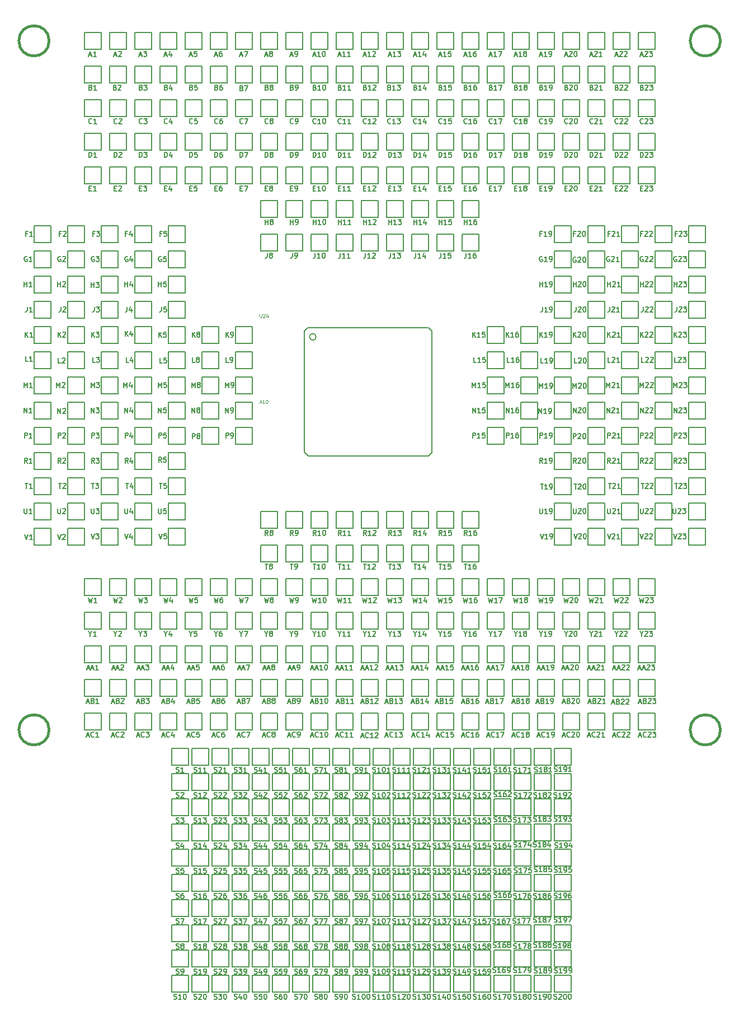
<source format=gto>
G04 (created by PCBNEW (2012-oct-18)-testing) date Mon 18 Feb 2013 10:37:03 UTC*
%MOIN*%
G04 Gerber Fmt 3.4, Leading zero omitted, Abs format*
%FSLAX34Y34*%
G01*
G70*
G90*
G04 APERTURE LIST*
%ADD10C,0.006*%
%ADD11C,0.015*%
%ADD12C,0.005*%
%ADD13C,0.01*%
%ADD14C,0.0039*%
G04 APERTURE END LIST*
G54D10*
X110000Y-45700D02*
X109000Y-45700D01*
X109000Y-44700D02*
X110000Y-44700D01*
X109000Y-45700D02*
X109000Y-44700D01*
X110000Y-44700D02*
X110000Y-45700D01*
X110000Y-38200D02*
X109000Y-38200D01*
X109000Y-37200D02*
X110000Y-37200D01*
X109000Y-38200D02*
X109000Y-37200D01*
X110000Y-37200D02*
X110000Y-38200D01*
X110000Y-39700D02*
X109000Y-39700D01*
X109000Y-38700D02*
X110000Y-38700D01*
X109000Y-39700D02*
X109000Y-38700D01*
X110000Y-38700D02*
X110000Y-39700D01*
X110000Y-42700D02*
X109000Y-42700D01*
X109000Y-41700D02*
X110000Y-41700D01*
X109000Y-42700D02*
X109000Y-41700D01*
X110000Y-41700D02*
X110000Y-42700D01*
X110000Y-44200D02*
X109000Y-44200D01*
X109000Y-43200D02*
X110000Y-43200D01*
X109000Y-44200D02*
X109000Y-43200D01*
X110000Y-43200D02*
X110000Y-44200D01*
X110000Y-47200D02*
X109000Y-47200D01*
X109000Y-46200D02*
X110000Y-46200D01*
X109000Y-47200D02*
X109000Y-46200D01*
X110000Y-46200D02*
X110000Y-47200D01*
X108000Y-38200D02*
X107000Y-38200D01*
X107000Y-37200D02*
X108000Y-37200D01*
X107000Y-38200D02*
X107000Y-37200D01*
X108000Y-37200D02*
X108000Y-38200D01*
X108000Y-39700D02*
X107000Y-39700D01*
X107000Y-38700D02*
X108000Y-38700D01*
X107000Y-39700D02*
X107000Y-38700D01*
X108000Y-38700D02*
X108000Y-39700D01*
X108000Y-42700D02*
X107000Y-42700D01*
X107000Y-41700D02*
X108000Y-41700D01*
X107000Y-42700D02*
X107000Y-41700D01*
X108000Y-41700D02*
X108000Y-42700D01*
X108000Y-44200D02*
X107000Y-44200D01*
X107000Y-43200D02*
X108000Y-43200D01*
X107000Y-44200D02*
X107000Y-43200D01*
X108000Y-43200D02*
X108000Y-44200D01*
X108000Y-45700D02*
X107000Y-45700D01*
X107000Y-44700D02*
X108000Y-44700D01*
X107000Y-45700D02*
X107000Y-44700D01*
X108000Y-44700D02*
X108000Y-45700D01*
X108000Y-47200D02*
X107000Y-47200D01*
X107000Y-46200D02*
X108000Y-46200D01*
X107000Y-47200D02*
X107000Y-46200D01*
X108000Y-46200D02*
X108000Y-47200D01*
X102000Y-50200D02*
X101000Y-50200D01*
X101000Y-49200D02*
X102000Y-49200D01*
X101000Y-50200D02*
X101000Y-49200D01*
X102000Y-49200D02*
X102000Y-50200D01*
X102000Y-38200D02*
X101000Y-38200D01*
X101000Y-37200D02*
X102000Y-37200D01*
X101000Y-38200D02*
X101000Y-37200D01*
X102000Y-37200D02*
X102000Y-38200D01*
X102000Y-39700D02*
X101000Y-39700D01*
X101000Y-38700D02*
X102000Y-38700D01*
X101000Y-39700D02*
X101000Y-38700D01*
X102000Y-38700D02*
X102000Y-39700D01*
X102000Y-42700D02*
X101000Y-42700D01*
X101000Y-41700D02*
X102000Y-41700D01*
X101000Y-42700D02*
X101000Y-41700D01*
X102000Y-41700D02*
X102000Y-42700D01*
X102000Y-44200D02*
X101000Y-44200D01*
X101000Y-43200D02*
X102000Y-43200D01*
X101000Y-44200D02*
X101000Y-43200D01*
X102000Y-43200D02*
X102000Y-44200D01*
X102000Y-45700D02*
X101000Y-45700D01*
X101000Y-44700D02*
X102000Y-44700D01*
X101000Y-45700D02*
X101000Y-44700D01*
X102000Y-44700D02*
X102000Y-45700D01*
X102000Y-47200D02*
X101000Y-47200D01*
X101000Y-46200D02*
X102000Y-46200D01*
X101000Y-47200D02*
X101000Y-46200D01*
X102000Y-46200D02*
X102000Y-47200D01*
X138000Y-67200D02*
X137000Y-67200D01*
X137000Y-66200D02*
X138000Y-66200D01*
X137000Y-67200D02*
X137000Y-66200D01*
X138000Y-66200D02*
X138000Y-67200D01*
X138000Y-65200D02*
X137000Y-65200D01*
X137000Y-64200D02*
X138000Y-64200D01*
X137000Y-65200D02*
X137000Y-64200D01*
X138000Y-64200D02*
X138000Y-65200D01*
X138000Y-63200D02*
X137000Y-63200D01*
X137000Y-62200D02*
X138000Y-62200D01*
X137000Y-63200D02*
X137000Y-62200D01*
X138000Y-62200D02*
X138000Y-63200D01*
X138000Y-61200D02*
X137000Y-61200D01*
X137000Y-60200D02*
X138000Y-60200D01*
X137000Y-61200D02*
X137000Y-60200D01*
X138000Y-60200D02*
X138000Y-61200D01*
X138000Y-59200D02*
X137000Y-59200D01*
X137000Y-58200D02*
X138000Y-58200D01*
X137000Y-59200D02*
X137000Y-58200D01*
X138000Y-58200D02*
X138000Y-59200D01*
X136500Y-67200D02*
X135500Y-67200D01*
X135500Y-66200D02*
X136500Y-66200D01*
X135500Y-67200D02*
X135500Y-66200D01*
X136500Y-66200D02*
X136500Y-67200D01*
X136500Y-65200D02*
X135500Y-65200D01*
X135500Y-64200D02*
X136500Y-64200D01*
X135500Y-65200D02*
X135500Y-64200D01*
X136500Y-64200D02*
X136500Y-65200D01*
X136500Y-63200D02*
X135500Y-63200D01*
X135500Y-62200D02*
X136500Y-62200D01*
X135500Y-63200D02*
X135500Y-62200D01*
X136500Y-62200D02*
X136500Y-63200D01*
X136500Y-61200D02*
X135500Y-61200D01*
X135500Y-60200D02*
X136500Y-60200D01*
X135500Y-61200D02*
X135500Y-60200D01*
X136500Y-60200D02*
X136500Y-61200D01*
X106000Y-38200D02*
X105000Y-38200D01*
X105000Y-37200D02*
X106000Y-37200D01*
X105000Y-38200D02*
X105000Y-37200D01*
X106000Y-37200D02*
X106000Y-38200D01*
X106000Y-39700D02*
X105000Y-39700D01*
X105000Y-38700D02*
X106000Y-38700D01*
X105000Y-39700D02*
X105000Y-38700D01*
X106000Y-38700D02*
X106000Y-39700D01*
X106000Y-42700D02*
X105000Y-42700D01*
X105000Y-41700D02*
X106000Y-41700D01*
X105000Y-42700D02*
X105000Y-41700D01*
X106000Y-41700D02*
X106000Y-42700D01*
X106000Y-44200D02*
X105000Y-44200D01*
X105000Y-43200D02*
X106000Y-43200D01*
X105000Y-44200D02*
X105000Y-43200D01*
X106000Y-43200D02*
X106000Y-44200D01*
X106000Y-45700D02*
X105000Y-45700D01*
X105000Y-44700D02*
X106000Y-44700D01*
X105000Y-45700D02*
X105000Y-44700D01*
X106000Y-44700D02*
X106000Y-45700D01*
X106000Y-47200D02*
X105000Y-47200D01*
X105000Y-46200D02*
X106000Y-46200D01*
X105000Y-47200D02*
X105000Y-46200D01*
X106000Y-46200D02*
X106000Y-47200D01*
X104000Y-38200D02*
X103000Y-38200D01*
X103000Y-37200D02*
X104000Y-37200D01*
X103000Y-38200D02*
X103000Y-37200D01*
X104000Y-37200D02*
X104000Y-38200D01*
X104000Y-39700D02*
X103000Y-39700D01*
X103000Y-38700D02*
X104000Y-38700D01*
X103000Y-39700D02*
X103000Y-38700D01*
X104000Y-38700D02*
X104000Y-39700D01*
X104000Y-42700D02*
X103000Y-42700D01*
X103000Y-41700D02*
X104000Y-41700D01*
X103000Y-42700D02*
X103000Y-41700D01*
X104000Y-41700D02*
X104000Y-42700D01*
X104000Y-44200D02*
X103000Y-44200D01*
X103000Y-43200D02*
X104000Y-43200D01*
X103000Y-44200D02*
X103000Y-43200D01*
X104000Y-43200D02*
X104000Y-44200D01*
X104000Y-45700D02*
X103000Y-45700D01*
X103000Y-44700D02*
X104000Y-44700D01*
X103000Y-45700D02*
X103000Y-44700D01*
X104000Y-44700D02*
X104000Y-45700D01*
X104000Y-47200D02*
X103000Y-47200D01*
X103000Y-46200D02*
X104000Y-46200D01*
X103000Y-47200D02*
X103000Y-46200D01*
X104000Y-46200D02*
X104000Y-47200D01*
X136500Y-59200D02*
X135500Y-59200D01*
X135500Y-58200D02*
X136500Y-58200D01*
X135500Y-59200D02*
X135500Y-58200D01*
X136500Y-58200D02*
X136500Y-59200D01*
X115500Y-34700D02*
X114500Y-34700D01*
X114500Y-33700D02*
X115500Y-33700D01*
X114500Y-34700D02*
X114500Y-33700D01*
X115500Y-33700D02*
X115500Y-34700D01*
X123000Y-30700D02*
X122000Y-30700D01*
X122000Y-29700D02*
X123000Y-29700D01*
X122000Y-30700D02*
X122000Y-29700D01*
X123000Y-29700D02*
X123000Y-30700D01*
X121500Y-34700D02*
X120500Y-34700D01*
X120500Y-33700D02*
X121500Y-33700D01*
X120500Y-34700D02*
X120500Y-33700D01*
X121500Y-33700D02*
X121500Y-34700D01*
X121500Y-32700D02*
X120500Y-32700D01*
X120500Y-31700D02*
X121500Y-31700D01*
X120500Y-32700D02*
X120500Y-31700D01*
X121500Y-31700D02*
X121500Y-32700D01*
X121500Y-30700D02*
X120500Y-30700D01*
X120500Y-29700D02*
X121500Y-29700D01*
X120500Y-30700D02*
X120500Y-29700D01*
X121500Y-29700D02*
X121500Y-30700D01*
X120000Y-34700D02*
X119000Y-34700D01*
X119000Y-33700D02*
X120000Y-33700D01*
X119000Y-34700D02*
X119000Y-33700D01*
X120000Y-33700D02*
X120000Y-34700D01*
X120000Y-32700D02*
X119000Y-32700D01*
X119000Y-31700D02*
X120000Y-31700D01*
X119000Y-32700D02*
X119000Y-31700D01*
X120000Y-31700D02*
X120000Y-32700D01*
X120000Y-30700D02*
X119000Y-30700D01*
X119000Y-29700D02*
X120000Y-29700D01*
X119000Y-30700D02*
X119000Y-29700D01*
X120000Y-29700D02*
X120000Y-30700D01*
X118500Y-34700D02*
X117500Y-34700D01*
X117500Y-33700D02*
X118500Y-33700D01*
X117500Y-34700D02*
X117500Y-33700D01*
X118500Y-33700D02*
X118500Y-34700D01*
X118500Y-32700D02*
X117500Y-32700D01*
X117500Y-31700D02*
X118500Y-31700D01*
X117500Y-32700D02*
X117500Y-31700D01*
X118500Y-31700D02*
X118500Y-32700D01*
X118500Y-30700D02*
X117500Y-30700D01*
X117500Y-29700D02*
X118500Y-29700D01*
X117500Y-30700D02*
X117500Y-29700D01*
X118500Y-29700D02*
X118500Y-30700D01*
X117000Y-34700D02*
X116000Y-34700D01*
X116000Y-33700D02*
X117000Y-33700D01*
X116000Y-34700D02*
X116000Y-33700D01*
X117000Y-33700D02*
X117000Y-34700D01*
X117000Y-32700D02*
X116000Y-32700D01*
X116000Y-31700D02*
X117000Y-31700D01*
X116000Y-32700D02*
X116000Y-31700D01*
X117000Y-31700D02*
X117000Y-32700D01*
X117000Y-30700D02*
X116000Y-30700D01*
X116000Y-29700D02*
X117000Y-29700D01*
X116000Y-30700D02*
X116000Y-29700D01*
X117000Y-29700D02*
X117000Y-30700D01*
X123000Y-32700D02*
X122000Y-32700D01*
X122000Y-31700D02*
X123000Y-31700D01*
X122000Y-32700D02*
X122000Y-31700D01*
X123000Y-31700D02*
X123000Y-32700D01*
X115500Y-32700D02*
X114500Y-32700D01*
X114500Y-31700D02*
X115500Y-31700D01*
X114500Y-32700D02*
X114500Y-31700D01*
X115500Y-31700D02*
X115500Y-32700D01*
X115500Y-30700D02*
X114500Y-30700D01*
X114500Y-29700D02*
X115500Y-29700D01*
X114500Y-30700D02*
X114500Y-29700D01*
X115500Y-29700D02*
X115500Y-30700D01*
X114000Y-34700D02*
X113000Y-34700D01*
X113000Y-33700D02*
X114000Y-33700D01*
X113000Y-34700D02*
X113000Y-33700D01*
X114000Y-33700D02*
X114000Y-34700D01*
X114000Y-32700D02*
X113000Y-32700D01*
X113000Y-31700D02*
X114000Y-31700D01*
X113000Y-32700D02*
X113000Y-31700D01*
X114000Y-31700D02*
X114000Y-32700D01*
X114000Y-30700D02*
X113000Y-30700D01*
X113000Y-29700D02*
X114000Y-29700D01*
X113000Y-30700D02*
X113000Y-29700D01*
X114000Y-29700D02*
X114000Y-30700D01*
X112500Y-34700D02*
X111500Y-34700D01*
X111500Y-33700D02*
X112500Y-33700D01*
X111500Y-34700D02*
X111500Y-33700D01*
X112500Y-33700D02*
X112500Y-34700D01*
X112500Y-32700D02*
X111500Y-32700D01*
X111500Y-31700D02*
X112500Y-31700D01*
X111500Y-32700D02*
X111500Y-31700D01*
X112500Y-31700D02*
X112500Y-32700D01*
X112500Y-30700D02*
X111500Y-30700D01*
X111500Y-29700D02*
X112500Y-29700D01*
X111500Y-30700D02*
X111500Y-29700D01*
X112500Y-29700D02*
X112500Y-30700D01*
X111000Y-34700D02*
X110000Y-34700D01*
X110000Y-33700D02*
X111000Y-33700D01*
X110000Y-34700D02*
X110000Y-33700D01*
X111000Y-33700D02*
X111000Y-34700D01*
X111000Y-32700D02*
X110000Y-32700D01*
X110000Y-31700D02*
X111000Y-31700D01*
X110000Y-32700D02*
X110000Y-31700D01*
X111000Y-31700D02*
X111000Y-32700D01*
X111000Y-30700D02*
X110000Y-30700D01*
X110000Y-29700D02*
X111000Y-29700D01*
X110000Y-30700D02*
X110000Y-29700D01*
X111000Y-29700D02*
X111000Y-30700D01*
X109500Y-34700D02*
X108500Y-34700D01*
X108500Y-33700D02*
X109500Y-33700D01*
X108500Y-34700D02*
X108500Y-33700D01*
X109500Y-33700D02*
X109500Y-34700D01*
X109500Y-32700D02*
X108500Y-32700D01*
X108500Y-31700D02*
X109500Y-31700D01*
X108500Y-32700D02*
X108500Y-31700D01*
X109500Y-31700D02*
X109500Y-32700D01*
X129000Y-34700D02*
X128000Y-34700D01*
X128000Y-33700D02*
X129000Y-33700D01*
X128000Y-34700D02*
X128000Y-33700D01*
X129000Y-33700D02*
X129000Y-34700D01*
X136500Y-30700D02*
X135500Y-30700D01*
X135500Y-29700D02*
X136500Y-29700D01*
X135500Y-30700D02*
X135500Y-29700D01*
X136500Y-29700D02*
X136500Y-30700D01*
X135000Y-34700D02*
X134000Y-34700D01*
X134000Y-33700D02*
X135000Y-33700D01*
X134000Y-34700D02*
X134000Y-33700D01*
X135000Y-33700D02*
X135000Y-34700D01*
X135000Y-32700D02*
X134000Y-32700D01*
X134000Y-31700D02*
X135000Y-31700D01*
X134000Y-32700D02*
X134000Y-31700D01*
X135000Y-31700D02*
X135000Y-32700D01*
X135000Y-30700D02*
X134000Y-30700D01*
X134000Y-29700D02*
X135000Y-29700D01*
X134000Y-30700D02*
X134000Y-29700D01*
X135000Y-29700D02*
X135000Y-30700D01*
X133500Y-34700D02*
X132500Y-34700D01*
X132500Y-33700D02*
X133500Y-33700D01*
X132500Y-34700D02*
X132500Y-33700D01*
X133500Y-33700D02*
X133500Y-34700D01*
X133500Y-32700D02*
X132500Y-32700D01*
X132500Y-31700D02*
X133500Y-31700D01*
X132500Y-32700D02*
X132500Y-31700D01*
X133500Y-31700D02*
X133500Y-32700D01*
X133500Y-30700D02*
X132500Y-30700D01*
X132500Y-29700D02*
X133500Y-29700D01*
X132500Y-30700D02*
X132500Y-29700D01*
X133500Y-29700D02*
X133500Y-30700D01*
X132000Y-34700D02*
X131000Y-34700D01*
X131000Y-33700D02*
X132000Y-33700D01*
X131000Y-34700D02*
X131000Y-33700D01*
X132000Y-33700D02*
X132000Y-34700D01*
X132000Y-32700D02*
X131000Y-32700D01*
X131000Y-31700D02*
X132000Y-31700D01*
X131000Y-32700D02*
X131000Y-31700D01*
X132000Y-31700D02*
X132000Y-32700D01*
X132000Y-30700D02*
X131000Y-30700D01*
X131000Y-29700D02*
X132000Y-29700D01*
X131000Y-30700D02*
X131000Y-29700D01*
X132000Y-29700D02*
X132000Y-30700D01*
X130500Y-34700D02*
X129500Y-34700D01*
X129500Y-33700D02*
X130500Y-33700D01*
X129500Y-34700D02*
X129500Y-33700D01*
X130500Y-33700D02*
X130500Y-34700D01*
X130500Y-32700D02*
X129500Y-32700D01*
X129500Y-31700D02*
X130500Y-31700D01*
X129500Y-32700D02*
X129500Y-31700D01*
X130500Y-31700D02*
X130500Y-32700D01*
X130500Y-30700D02*
X129500Y-30700D01*
X129500Y-29700D02*
X130500Y-29700D01*
X129500Y-30700D02*
X129500Y-29700D01*
X130500Y-29700D02*
X130500Y-30700D01*
X109500Y-30700D02*
X108500Y-30700D01*
X108500Y-29700D02*
X109500Y-29700D01*
X108500Y-30700D02*
X108500Y-29700D01*
X109500Y-29700D02*
X109500Y-30700D01*
X129000Y-32700D02*
X128000Y-32700D01*
X128000Y-31700D02*
X129000Y-31700D01*
X128000Y-32700D02*
X128000Y-31700D01*
X129000Y-31700D02*
X129000Y-32700D01*
X129000Y-30700D02*
X128000Y-30700D01*
X128000Y-29700D02*
X129000Y-29700D01*
X128000Y-30700D02*
X128000Y-29700D01*
X129000Y-29700D02*
X129000Y-30700D01*
X127500Y-34700D02*
X126500Y-34700D01*
X126500Y-33700D02*
X127500Y-33700D01*
X126500Y-34700D02*
X126500Y-33700D01*
X127500Y-33700D02*
X127500Y-34700D01*
X127500Y-32700D02*
X126500Y-32700D01*
X126500Y-31700D02*
X127500Y-31700D01*
X126500Y-32700D02*
X126500Y-31700D01*
X127500Y-31700D02*
X127500Y-32700D01*
X127500Y-30700D02*
X126500Y-30700D01*
X126500Y-29700D02*
X127500Y-29700D01*
X126500Y-30700D02*
X126500Y-29700D01*
X127500Y-29700D02*
X127500Y-30700D01*
X126000Y-34700D02*
X125000Y-34700D01*
X125000Y-33700D02*
X126000Y-33700D01*
X125000Y-34700D02*
X125000Y-33700D01*
X126000Y-33700D02*
X126000Y-34700D01*
X126000Y-32700D02*
X125000Y-32700D01*
X125000Y-31700D02*
X126000Y-31700D01*
X125000Y-32700D02*
X125000Y-31700D01*
X126000Y-31700D02*
X126000Y-32700D01*
X126000Y-30700D02*
X125000Y-30700D01*
X125000Y-29700D02*
X126000Y-29700D01*
X125000Y-30700D02*
X125000Y-29700D01*
X126000Y-29700D02*
X126000Y-30700D01*
X124500Y-34700D02*
X123500Y-34700D01*
X123500Y-33700D02*
X124500Y-33700D01*
X123500Y-34700D02*
X123500Y-33700D01*
X124500Y-33700D02*
X124500Y-34700D01*
X124500Y-32700D02*
X123500Y-32700D01*
X123500Y-31700D02*
X124500Y-31700D01*
X123500Y-32700D02*
X123500Y-31700D01*
X124500Y-31700D02*
X124500Y-32700D01*
X124500Y-30700D02*
X123500Y-30700D01*
X123500Y-29700D02*
X124500Y-29700D01*
X123500Y-30700D02*
X123500Y-29700D01*
X124500Y-29700D02*
X124500Y-30700D01*
X123000Y-34700D02*
X122000Y-34700D01*
X122000Y-33700D02*
X123000Y-33700D01*
X122000Y-34700D02*
X122000Y-33700D01*
X123000Y-33700D02*
X123000Y-34700D01*
X126000Y-26700D02*
X125000Y-26700D01*
X125000Y-25700D02*
X126000Y-25700D01*
X125000Y-26700D02*
X125000Y-25700D01*
X126000Y-25700D02*
X126000Y-26700D01*
X111000Y-28700D02*
X110000Y-28700D01*
X110000Y-27700D02*
X111000Y-27700D01*
X110000Y-28700D02*
X110000Y-27700D01*
X111000Y-27700D02*
X111000Y-28700D01*
X109500Y-28700D02*
X108500Y-28700D01*
X108500Y-27700D02*
X109500Y-27700D01*
X108500Y-28700D02*
X108500Y-27700D01*
X109500Y-27700D02*
X109500Y-28700D01*
X108000Y-28700D02*
X107000Y-28700D01*
X107000Y-27700D02*
X108000Y-27700D01*
X107000Y-28700D02*
X107000Y-27700D01*
X108000Y-27700D02*
X108000Y-28700D01*
X106500Y-28700D02*
X105500Y-28700D01*
X105500Y-27700D02*
X106500Y-27700D01*
X105500Y-28700D02*
X105500Y-27700D01*
X106500Y-27700D02*
X106500Y-28700D01*
X105000Y-28700D02*
X104000Y-28700D01*
X104000Y-27700D02*
X105000Y-27700D01*
X104000Y-28700D02*
X104000Y-27700D01*
X105000Y-27700D02*
X105000Y-28700D01*
X138000Y-26700D02*
X137000Y-26700D01*
X137000Y-25700D02*
X138000Y-25700D01*
X137000Y-26700D02*
X137000Y-25700D01*
X138000Y-25700D02*
X138000Y-26700D01*
X136500Y-26700D02*
X135500Y-26700D01*
X135500Y-25700D02*
X136500Y-25700D01*
X135500Y-26700D02*
X135500Y-25700D01*
X136500Y-25700D02*
X136500Y-26700D01*
X135000Y-26700D02*
X134000Y-26700D01*
X134000Y-25700D02*
X135000Y-25700D01*
X134000Y-26700D02*
X134000Y-25700D01*
X135000Y-25700D02*
X135000Y-26700D01*
X133500Y-26700D02*
X132500Y-26700D01*
X132500Y-25700D02*
X133500Y-25700D01*
X132500Y-26700D02*
X132500Y-25700D01*
X133500Y-25700D02*
X133500Y-26700D01*
X132000Y-26700D02*
X131000Y-26700D01*
X131000Y-25700D02*
X132000Y-25700D01*
X131000Y-26700D02*
X131000Y-25700D01*
X132000Y-25700D02*
X132000Y-26700D01*
X130500Y-26700D02*
X129500Y-26700D01*
X129500Y-25700D02*
X130500Y-25700D01*
X129500Y-26700D02*
X129500Y-25700D01*
X130500Y-25700D02*
X130500Y-26700D01*
X127500Y-26700D02*
X126500Y-26700D01*
X126500Y-25700D02*
X127500Y-25700D01*
X126500Y-26700D02*
X126500Y-25700D01*
X127500Y-25700D02*
X127500Y-26700D01*
X129000Y-26700D02*
X128000Y-26700D01*
X128000Y-25700D02*
X129000Y-25700D01*
X128000Y-26700D02*
X128000Y-25700D01*
X129000Y-25700D02*
X129000Y-26700D01*
X112500Y-28700D02*
X111500Y-28700D01*
X111500Y-27700D02*
X112500Y-27700D01*
X111500Y-28700D02*
X111500Y-27700D01*
X112500Y-27700D02*
X112500Y-28700D01*
X124500Y-26700D02*
X123500Y-26700D01*
X123500Y-25700D02*
X124500Y-25700D01*
X123500Y-26700D02*
X123500Y-25700D01*
X124500Y-25700D02*
X124500Y-26700D01*
X123000Y-26700D02*
X122000Y-26700D01*
X122000Y-25700D02*
X123000Y-25700D01*
X122000Y-26700D02*
X122000Y-25700D01*
X123000Y-25700D02*
X123000Y-26700D01*
X121500Y-26700D02*
X120500Y-26700D01*
X120500Y-25700D02*
X121500Y-25700D01*
X120500Y-26700D02*
X120500Y-25700D01*
X121500Y-25700D02*
X121500Y-26700D01*
X120000Y-26700D02*
X119000Y-26700D01*
X119000Y-25700D02*
X120000Y-25700D01*
X119000Y-26700D02*
X119000Y-25700D01*
X120000Y-25700D02*
X120000Y-26700D01*
X117000Y-26700D02*
X116000Y-26700D01*
X116000Y-25700D02*
X117000Y-25700D01*
X116000Y-26700D02*
X116000Y-25700D01*
X117000Y-25700D02*
X117000Y-26700D01*
X118500Y-26700D02*
X117500Y-26700D01*
X117500Y-25700D02*
X118500Y-25700D01*
X117500Y-26700D02*
X117500Y-25700D01*
X118500Y-25700D02*
X118500Y-26700D01*
X115500Y-26700D02*
X114500Y-26700D01*
X114500Y-25700D02*
X115500Y-25700D01*
X114500Y-26700D02*
X114500Y-25700D01*
X115500Y-25700D02*
X115500Y-26700D01*
X114000Y-26700D02*
X113000Y-26700D01*
X113000Y-25700D02*
X114000Y-25700D01*
X113000Y-26700D02*
X113000Y-25700D01*
X114000Y-25700D02*
X114000Y-26700D01*
X112500Y-26700D02*
X111500Y-26700D01*
X111500Y-25700D02*
X112500Y-25700D01*
X111500Y-26700D02*
X111500Y-25700D01*
X112500Y-25700D02*
X112500Y-26700D01*
X111000Y-26700D02*
X110000Y-26700D01*
X110000Y-25700D02*
X111000Y-25700D01*
X110000Y-26700D02*
X110000Y-25700D01*
X111000Y-25700D02*
X111000Y-26700D01*
X109500Y-26700D02*
X108500Y-26700D01*
X108500Y-25700D02*
X109500Y-25700D01*
X108500Y-26700D02*
X108500Y-25700D01*
X109500Y-25700D02*
X109500Y-26700D01*
X106500Y-26700D02*
X105500Y-26700D01*
X105500Y-25700D02*
X106500Y-25700D01*
X105500Y-26700D02*
X105500Y-25700D01*
X106500Y-25700D02*
X106500Y-26700D01*
X108000Y-26700D02*
X107000Y-26700D01*
X107000Y-25700D02*
X108000Y-25700D01*
X107000Y-26700D02*
X107000Y-25700D01*
X108000Y-25700D02*
X108000Y-26700D01*
X132000Y-28700D02*
X131000Y-28700D01*
X131000Y-27700D02*
X132000Y-27700D01*
X131000Y-28700D02*
X131000Y-27700D01*
X132000Y-27700D02*
X132000Y-28700D01*
X108000Y-34700D02*
X107000Y-34700D01*
X107000Y-33700D02*
X108000Y-33700D01*
X107000Y-34700D02*
X107000Y-33700D01*
X108000Y-33700D02*
X108000Y-34700D01*
X108000Y-32700D02*
X107000Y-32700D01*
X107000Y-31700D02*
X108000Y-31700D01*
X107000Y-32700D02*
X107000Y-31700D01*
X108000Y-31700D02*
X108000Y-32700D01*
X108000Y-30700D02*
X107000Y-30700D01*
X107000Y-29700D02*
X108000Y-29700D01*
X107000Y-30700D02*
X107000Y-29700D01*
X108000Y-29700D02*
X108000Y-30700D01*
X106500Y-34700D02*
X105500Y-34700D01*
X105500Y-33700D02*
X106500Y-33700D01*
X105500Y-34700D02*
X105500Y-33700D01*
X106500Y-33700D02*
X106500Y-34700D01*
X106500Y-32700D02*
X105500Y-32700D01*
X105500Y-31700D02*
X106500Y-31700D01*
X105500Y-32700D02*
X105500Y-31700D01*
X106500Y-31700D02*
X106500Y-32700D01*
X106500Y-30700D02*
X105500Y-30700D01*
X105500Y-29700D02*
X106500Y-29700D01*
X105500Y-30700D02*
X105500Y-29700D01*
X106500Y-29700D02*
X106500Y-30700D01*
X105000Y-34700D02*
X104000Y-34700D01*
X104000Y-33700D02*
X105000Y-33700D01*
X104000Y-34700D02*
X104000Y-33700D01*
X105000Y-33700D02*
X105000Y-34700D01*
X105000Y-32700D02*
X104000Y-32700D01*
X104000Y-31700D02*
X105000Y-31700D01*
X104000Y-32700D02*
X104000Y-31700D01*
X105000Y-31700D02*
X105000Y-32700D01*
X105000Y-30700D02*
X104000Y-30700D01*
X104000Y-29700D02*
X105000Y-29700D01*
X104000Y-30700D02*
X104000Y-29700D01*
X105000Y-29700D02*
X105000Y-30700D01*
X138000Y-28700D02*
X137000Y-28700D01*
X137000Y-27700D02*
X138000Y-27700D01*
X137000Y-28700D02*
X137000Y-27700D01*
X138000Y-27700D02*
X138000Y-28700D01*
X136500Y-28700D02*
X135500Y-28700D01*
X135500Y-27700D02*
X136500Y-27700D01*
X135500Y-28700D02*
X135500Y-27700D01*
X136500Y-27700D02*
X136500Y-28700D01*
X135000Y-28700D02*
X134000Y-28700D01*
X134000Y-27700D02*
X135000Y-27700D01*
X134000Y-28700D02*
X134000Y-27700D01*
X135000Y-27700D02*
X135000Y-28700D01*
X133500Y-28700D02*
X132500Y-28700D01*
X132500Y-27700D02*
X133500Y-27700D01*
X132500Y-28700D02*
X132500Y-27700D01*
X133500Y-27700D02*
X133500Y-28700D01*
X136500Y-32700D02*
X135500Y-32700D01*
X135500Y-31700D02*
X136500Y-31700D01*
X135500Y-32700D02*
X135500Y-31700D01*
X136500Y-31700D02*
X136500Y-32700D01*
X130500Y-28700D02*
X129500Y-28700D01*
X129500Y-27700D02*
X130500Y-27700D01*
X129500Y-28700D02*
X129500Y-27700D01*
X130500Y-27700D02*
X130500Y-28700D01*
X129000Y-28700D02*
X128000Y-28700D01*
X128000Y-27700D02*
X129000Y-27700D01*
X128000Y-28700D02*
X128000Y-27700D01*
X129000Y-27700D02*
X129000Y-28700D01*
X127500Y-28700D02*
X126500Y-28700D01*
X126500Y-27700D02*
X127500Y-27700D01*
X126500Y-28700D02*
X126500Y-27700D01*
X127500Y-27700D02*
X127500Y-28700D01*
X126000Y-28700D02*
X125000Y-28700D01*
X125000Y-27700D02*
X126000Y-27700D01*
X125000Y-28700D02*
X125000Y-27700D01*
X126000Y-27700D02*
X126000Y-28700D01*
X124500Y-28700D02*
X123500Y-28700D01*
X123500Y-27700D02*
X124500Y-27700D01*
X123500Y-28700D02*
X123500Y-27700D01*
X124500Y-27700D02*
X124500Y-28700D01*
X123000Y-28700D02*
X122000Y-28700D01*
X122000Y-27700D02*
X123000Y-27700D01*
X122000Y-28700D02*
X122000Y-27700D01*
X123000Y-27700D02*
X123000Y-28700D01*
X121500Y-28700D02*
X120500Y-28700D01*
X120500Y-27700D02*
X121500Y-27700D01*
X120500Y-28700D02*
X120500Y-27700D01*
X121500Y-27700D02*
X121500Y-28700D01*
X120000Y-28700D02*
X119000Y-28700D01*
X119000Y-27700D02*
X120000Y-27700D01*
X119000Y-28700D02*
X119000Y-27700D01*
X120000Y-27700D02*
X120000Y-28700D01*
X118500Y-28700D02*
X117500Y-28700D01*
X117500Y-27700D02*
X118500Y-27700D01*
X117500Y-28700D02*
X117500Y-27700D01*
X118500Y-27700D02*
X118500Y-28700D01*
X117000Y-28700D02*
X116000Y-28700D01*
X116000Y-27700D02*
X117000Y-27700D01*
X116000Y-28700D02*
X116000Y-27700D01*
X117000Y-27700D02*
X117000Y-28700D01*
X115500Y-28700D02*
X114500Y-28700D01*
X114500Y-27700D02*
X115500Y-27700D01*
X114500Y-28700D02*
X114500Y-27700D01*
X115500Y-27700D02*
X115500Y-28700D01*
X114000Y-28700D02*
X113000Y-28700D01*
X113000Y-27700D02*
X114000Y-27700D01*
X113000Y-28700D02*
X113000Y-27700D01*
X114000Y-27700D02*
X114000Y-28700D01*
X123000Y-67200D02*
X122000Y-67200D01*
X122000Y-66200D02*
X123000Y-66200D01*
X122000Y-67200D02*
X122000Y-66200D01*
X123000Y-66200D02*
X123000Y-67200D01*
X127500Y-63200D02*
X126500Y-63200D01*
X126500Y-62200D02*
X127500Y-62200D01*
X126500Y-63200D02*
X126500Y-62200D01*
X127500Y-62200D02*
X127500Y-63200D01*
X127500Y-61200D02*
X126500Y-61200D01*
X126500Y-60200D02*
X127500Y-60200D01*
X126500Y-61200D02*
X126500Y-60200D01*
X127500Y-60200D02*
X127500Y-61200D01*
X127500Y-59200D02*
X126500Y-59200D01*
X126500Y-58200D02*
X127500Y-58200D01*
X126500Y-59200D02*
X126500Y-58200D01*
X127500Y-58200D02*
X127500Y-59200D01*
X126000Y-67200D02*
X125000Y-67200D01*
X125000Y-66200D02*
X126000Y-66200D01*
X125000Y-67200D02*
X125000Y-66200D01*
X126000Y-66200D02*
X126000Y-67200D01*
X126000Y-65200D02*
X125000Y-65200D01*
X125000Y-64200D02*
X126000Y-64200D01*
X125000Y-65200D02*
X125000Y-64200D01*
X126000Y-64200D02*
X126000Y-65200D01*
X126000Y-63200D02*
X125000Y-63200D01*
X125000Y-62200D02*
X126000Y-62200D01*
X125000Y-63200D02*
X125000Y-62200D01*
X126000Y-62200D02*
X126000Y-63200D01*
X126000Y-61200D02*
X125000Y-61200D01*
X125000Y-60200D02*
X126000Y-60200D01*
X125000Y-61200D02*
X125000Y-60200D01*
X126000Y-60200D02*
X126000Y-61200D01*
X126000Y-59200D02*
X125000Y-59200D01*
X125000Y-58200D02*
X126000Y-58200D01*
X125000Y-59200D02*
X125000Y-58200D01*
X126000Y-58200D02*
X126000Y-59200D01*
X124500Y-67200D02*
X123500Y-67200D01*
X123500Y-66200D02*
X124500Y-66200D01*
X123500Y-67200D02*
X123500Y-66200D01*
X124500Y-66200D02*
X124500Y-67200D01*
X124500Y-65200D02*
X123500Y-65200D01*
X123500Y-64200D02*
X124500Y-64200D01*
X123500Y-65200D02*
X123500Y-64200D01*
X124500Y-64200D02*
X124500Y-65200D01*
X124500Y-63200D02*
X123500Y-63200D01*
X123500Y-62200D02*
X124500Y-62200D01*
X123500Y-63200D02*
X123500Y-62200D01*
X124500Y-62200D02*
X124500Y-63200D01*
X124500Y-61200D02*
X123500Y-61200D01*
X123500Y-60200D02*
X124500Y-60200D01*
X123500Y-61200D02*
X123500Y-60200D01*
X124500Y-60200D02*
X124500Y-61200D01*
X124500Y-59200D02*
X123500Y-59200D01*
X123500Y-58200D02*
X124500Y-58200D01*
X123500Y-59200D02*
X123500Y-58200D01*
X124500Y-58200D02*
X124500Y-59200D01*
X127500Y-65200D02*
X126500Y-65200D01*
X126500Y-64200D02*
X127500Y-64200D01*
X126500Y-65200D02*
X126500Y-64200D01*
X127500Y-64200D02*
X127500Y-65200D01*
X123000Y-65200D02*
X122000Y-65200D01*
X122000Y-64200D02*
X123000Y-64200D01*
X122000Y-65200D02*
X122000Y-64200D01*
X123000Y-64200D02*
X123000Y-65200D01*
X123000Y-63200D02*
X122000Y-63200D01*
X122000Y-62200D02*
X123000Y-62200D01*
X122000Y-63200D02*
X122000Y-62200D01*
X123000Y-62200D02*
X123000Y-63200D01*
X123000Y-61200D02*
X122000Y-61200D01*
X122000Y-60200D02*
X123000Y-60200D01*
X122000Y-61200D02*
X122000Y-60200D01*
X123000Y-60200D02*
X123000Y-61200D01*
X123000Y-59200D02*
X122000Y-59200D01*
X122000Y-58200D02*
X123000Y-58200D01*
X122000Y-59200D02*
X122000Y-58200D01*
X123000Y-58200D02*
X123000Y-59200D01*
X121500Y-67200D02*
X120500Y-67200D01*
X120500Y-66200D02*
X121500Y-66200D01*
X120500Y-67200D02*
X120500Y-66200D01*
X121500Y-66200D02*
X121500Y-67200D01*
X121500Y-65200D02*
X120500Y-65200D01*
X120500Y-64200D02*
X121500Y-64200D01*
X120500Y-65200D02*
X120500Y-64200D01*
X121500Y-64200D02*
X121500Y-65200D01*
X121500Y-63200D02*
X120500Y-63200D01*
X120500Y-62200D02*
X121500Y-62200D01*
X120500Y-63200D02*
X120500Y-62200D01*
X121500Y-62200D02*
X121500Y-63200D01*
X121500Y-61200D02*
X120500Y-61200D01*
X120500Y-60200D02*
X121500Y-60200D01*
X120500Y-61200D02*
X120500Y-60200D01*
X121500Y-60200D02*
X121500Y-61200D01*
X121500Y-59200D02*
X120500Y-59200D01*
X120500Y-58200D02*
X121500Y-58200D01*
X120500Y-59200D02*
X120500Y-58200D01*
X121500Y-58200D02*
X121500Y-59200D01*
X120000Y-67200D02*
X119000Y-67200D01*
X119000Y-66200D02*
X120000Y-66200D01*
X119000Y-67200D02*
X119000Y-66200D01*
X120000Y-66200D02*
X120000Y-67200D01*
X120000Y-65200D02*
X119000Y-65200D01*
X119000Y-64200D02*
X120000Y-64200D01*
X119000Y-65200D02*
X119000Y-64200D01*
X120000Y-64200D02*
X120000Y-65200D01*
X120000Y-63200D02*
X119000Y-63200D01*
X119000Y-62200D02*
X120000Y-62200D01*
X119000Y-63200D02*
X119000Y-62200D01*
X120000Y-62200D02*
X120000Y-63200D01*
X120000Y-61200D02*
X119000Y-61200D01*
X119000Y-60200D02*
X120000Y-60200D01*
X119000Y-61200D02*
X119000Y-60200D01*
X120000Y-60200D02*
X120000Y-61200D01*
X132000Y-61200D02*
X131000Y-61200D01*
X131000Y-60200D02*
X132000Y-60200D01*
X131000Y-61200D02*
X131000Y-60200D01*
X132000Y-60200D02*
X132000Y-61200D01*
X135000Y-67200D02*
X134000Y-67200D01*
X134000Y-66200D02*
X135000Y-66200D01*
X134000Y-67200D02*
X134000Y-66200D01*
X135000Y-66200D02*
X135000Y-67200D01*
X135000Y-65200D02*
X134000Y-65200D01*
X134000Y-64200D02*
X135000Y-64200D01*
X134000Y-65200D02*
X134000Y-64200D01*
X135000Y-64200D02*
X135000Y-65200D01*
X135000Y-63200D02*
X134000Y-63200D01*
X134000Y-62200D02*
X135000Y-62200D01*
X134000Y-63200D02*
X134000Y-62200D01*
X135000Y-62200D02*
X135000Y-63200D01*
X135000Y-61200D02*
X134000Y-61200D01*
X134000Y-60200D02*
X135000Y-60200D01*
X134000Y-61200D02*
X134000Y-60200D01*
X135000Y-60200D02*
X135000Y-61200D01*
X135000Y-59200D02*
X134000Y-59200D01*
X134000Y-58200D02*
X135000Y-58200D01*
X134000Y-59200D02*
X134000Y-58200D01*
X135000Y-58200D02*
X135000Y-59200D01*
X133500Y-67200D02*
X132500Y-67200D01*
X132500Y-66200D02*
X133500Y-66200D01*
X132500Y-67200D02*
X132500Y-66200D01*
X133500Y-66200D02*
X133500Y-67200D01*
X133500Y-65200D02*
X132500Y-65200D01*
X132500Y-64200D02*
X133500Y-64200D01*
X132500Y-65200D02*
X132500Y-64200D01*
X133500Y-64200D02*
X133500Y-65200D01*
X133500Y-63200D02*
X132500Y-63200D01*
X132500Y-62200D02*
X133500Y-62200D01*
X132500Y-63200D02*
X132500Y-62200D01*
X133500Y-62200D02*
X133500Y-63200D01*
X133500Y-61200D02*
X132500Y-61200D01*
X132500Y-60200D02*
X133500Y-60200D01*
X132500Y-61200D02*
X132500Y-60200D01*
X133500Y-60200D02*
X133500Y-61200D01*
X133500Y-59200D02*
X132500Y-59200D01*
X132500Y-58200D02*
X133500Y-58200D01*
X132500Y-59200D02*
X132500Y-58200D01*
X133500Y-58200D02*
X133500Y-59200D01*
X132000Y-67200D02*
X131000Y-67200D01*
X131000Y-66200D02*
X132000Y-66200D01*
X131000Y-67200D02*
X131000Y-66200D01*
X132000Y-66200D02*
X132000Y-67200D01*
X132000Y-65200D02*
X131000Y-65200D01*
X131000Y-64200D02*
X132000Y-64200D01*
X131000Y-65200D02*
X131000Y-64200D01*
X132000Y-64200D02*
X132000Y-65200D01*
X132000Y-63200D02*
X131000Y-63200D01*
X131000Y-62200D02*
X132000Y-62200D01*
X131000Y-63200D02*
X131000Y-62200D01*
X132000Y-62200D02*
X132000Y-63200D01*
X120000Y-59200D02*
X119000Y-59200D01*
X119000Y-58200D02*
X120000Y-58200D01*
X119000Y-59200D02*
X119000Y-58200D01*
X120000Y-58200D02*
X120000Y-59200D01*
X132000Y-59200D02*
X131000Y-59200D01*
X131000Y-58200D02*
X132000Y-58200D01*
X131000Y-59200D02*
X131000Y-58200D01*
X132000Y-58200D02*
X132000Y-59200D01*
X130500Y-67200D02*
X129500Y-67200D01*
X129500Y-66200D02*
X130500Y-66200D01*
X129500Y-67200D02*
X129500Y-66200D01*
X130500Y-66200D02*
X130500Y-67200D01*
X130500Y-65200D02*
X129500Y-65200D01*
X129500Y-64200D02*
X130500Y-64200D01*
X129500Y-65200D02*
X129500Y-64200D01*
X130500Y-64200D02*
X130500Y-65200D01*
X130500Y-63200D02*
X129500Y-63200D01*
X129500Y-62200D02*
X130500Y-62200D01*
X129500Y-63200D02*
X129500Y-62200D01*
X130500Y-62200D02*
X130500Y-63200D01*
X130500Y-61200D02*
X129500Y-61200D01*
X129500Y-60200D02*
X130500Y-60200D01*
X129500Y-61200D02*
X129500Y-60200D01*
X130500Y-60200D02*
X130500Y-61200D01*
X130500Y-59200D02*
X129500Y-59200D01*
X129500Y-58200D02*
X130500Y-58200D01*
X129500Y-59200D02*
X129500Y-58200D01*
X130500Y-58200D02*
X130500Y-59200D01*
X129000Y-67200D02*
X128000Y-67200D01*
X128000Y-66200D02*
X129000Y-66200D01*
X128000Y-67200D02*
X128000Y-66200D01*
X129000Y-66200D02*
X129000Y-67200D01*
X129000Y-65200D02*
X128000Y-65200D01*
X128000Y-64200D02*
X129000Y-64200D01*
X128000Y-65200D02*
X128000Y-64200D01*
X129000Y-64200D02*
X129000Y-65200D01*
X129000Y-63200D02*
X128000Y-63200D01*
X128000Y-62200D02*
X129000Y-62200D01*
X128000Y-63200D02*
X128000Y-62200D01*
X129000Y-62200D02*
X129000Y-63200D01*
X129000Y-61200D02*
X128000Y-61200D01*
X128000Y-60200D02*
X129000Y-60200D01*
X128000Y-61200D02*
X128000Y-60200D01*
X129000Y-60200D02*
X129000Y-61200D01*
X129000Y-59200D02*
X128000Y-59200D01*
X128000Y-58200D02*
X129000Y-58200D01*
X128000Y-59200D02*
X128000Y-58200D01*
X129000Y-58200D02*
X129000Y-59200D01*
X127500Y-67200D02*
X126500Y-67200D01*
X126500Y-66200D02*
X127500Y-66200D01*
X126500Y-67200D02*
X126500Y-66200D01*
X127500Y-66200D02*
X127500Y-67200D01*
X106500Y-67200D02*
X105500Y-67200D01*
X105500Y-66200D02*
X106500Y-66200D01*
X105500Y-67200D02*
X105500Y-66200D01*
X106500Y-66200D02*
X106500Y-67200D01*
X111000Y-63200D02*
X110000Y-63200D01*
X110000Y-62200D02*
X111000Y-62200D01*
X110000Y-63200D02*
X110000Y-62200D01*
X111000Y-62200D02*
X111000Y-63200D01*
X111000Y-61200D02*
X110000Y-61200D01*
X110000Y-60200D02*
X111000Y-60200D01*
X110000Y-61200D02*
X110000Y-60200D01*
X111000Y-60200D02*
X111000Y-61200D01*
X111000Y-59200D02*
X110000Y-59200D01*
X110000Y-58200D02*
X111000Y-58200D01*
X110000Y-59200D02*
X110000Y-58200D01*
X111000Y-58200D02*
X111000Y-59200D01*
X109500Y-67200D02*
X108500Y-67200D01*
X108500Y-66200D02*
X109500Y-66200D01*
X108500Y-67200D02*
X108500Y-66200D01*
X109500Y-66200D02*
X109500Y-67200D01*
X109500Y-65200D02*
X108500Y-65200D01*
X108500Y-64200D02*
X109500Y-64200D01*
X108500Y-65200D02*
X108500Y-64200D01*
X109500Y-64200D02*
X109500Y-65200D01*
X109500Y-63200D02*
X108500Y-63200D01*
X108500Y-62200D02*
X109500Y-62200D01*
X108500Y-63200D02*
X108500Y-62200D01*
X109500Y-62200D02*
X109500Y-63200D01*
X109500Y-61200D02*
X108500Y-61200D01*
X108500Y-60200D02*
X109500Y-60200D01*
X108500Y-61200D02*
X108500Y-60200D01*
X109500Y-60200D02*
X109500Y-61200D01*
X109500Y-59200D02*
X108500Y-59200D01*
X108500Y-58200D02*
X109500Y-58200D01*
X108500Y-59200D02*
X108500Y-58200D01*
X109500Y-58200D02*
X109500Y-59200D01*
X108000Y-67200D02*
X107000Y-67200D01*
X107000Y-66200D02*
X108000Y-66200D01*
X107000Y-67200D02*
X107000Y-66200D01*
X108000Y-66200D02*
X108000Y-67200D01*
X108000Y-65200D02*
X107000Y-65200D01*
X107000Y-64200D02*
X108000Y-64200D01*
X107000Y-65200D02*
X107000Y-64200D01*
X108000Y-64200D02*
X108000Y-65200D01*
X108000Y-63200D02*
X107000Y-63200D01*
X107000Y-62200D02*
X108000Y-62200D01*
X107000Y-63200D02*
X107000Y-62200D01*
X108000Y-62200D02*
X108000Y-63200D01*
X108000Y-61200D02*
X107000Y-61200D01*
X107000Y-60200D02*
X108000Y-60200D01*
X107000Y-61200D02*
X107000Y-60200D01*
X108000Y-60200D02*
X108000Y-61200D01*
X108000Y-59200D02*
X107000Y-59200D01*
X107000Y-58200D02*
X108000Y-58200D01*
X107000Y-59200D02*
X107000Y-58200D01*
X108000Y-58200D02*
X108000Y-59200D01*
X111000Y-65200D02*
X110000Y-65200D01*
X110000Y-64200D02*
X111000Y-64200D01*
X110000Y-65200D02*
X110000Y-64200D01*
X111000Y-64200D02*
X111000Y-65200D01*
X106500Y-65200D02*
X105500Y-65200D01*
X105500Y-64200D02*
X106500Y-64200D01*
X105500Y-65200D02*
X105500Y-64200D01*
X106500Y-64200D02*
X106500Y-65200D01*
X106500Y-63200D02*
X105500Y-63200D01*
X105500Y-62200D02*
X106500Y-62200D01*
X105500Y-63200D02*
X105500Y-62200D01*
X106500Y-62200D02*
X106500Y-63200D01*
X106500Y-61200D02*
X105500Y-61200D01*
X105500Y-60200D02*
X106500Y-60200D01*
X105500Y-61200D02*
X105500Y-60200D01*
X106500Y-60200D02*
X106500Y-61200D01*
X106500Y-59200D02*
X105500Y-59200D01*
X105500Y-58200D02*
X106500Y-58200D01*
X105500Y-59200D02*
X105500Y-58200D01*
X106500Y-58200D02*
X106500Y-59200D01*
X105000Y-67200D02*
X104000Y-67200D01*
X104000Y-66200D02*
X105000Y-66200D01*
X104000Y-67200D02*
X104000Y-66200D01*
X105000Y-66200D02*
X105000Y-67200D01*
X105000Y-65200D02*
X104000Y-65200D01*
X104000Y-64200D02*
X105000Y-64200D01*
X104000Y-65200D02*
X104000Y-64200D01*
X105000Y-64200D02*
X105000Y-65200D01*
X105000Y-63200D02*
X104000Y-63200D01*
X104000Y-62200D02*
X105000Y-62200D01*
X104000Y-63200D02*
X104000Y-62200D01*
X105000Y-62200D02*
X105000Y-63200D01*
X105000Y-61200D02*
X104000Y-61200D01*
X104000Y-60200D02*
X105000Y-60200D01*
X104000Y-61200D02*
X104000Y-60200D01*
X105000Y-60200D02*
X105000Y-61200D01*
X105000Y-59200D02*
X104000Y-59200D01*
X104000Y-58200D02*
X105000Y-58200D01*
X104000Y-59200D02*
X104000Y-58200D01*
X105000Y-58200D02*
X105000Y-59200D01*
X138000Y-34700D02*
X137000Y-34700D01*
X137000Y-33700D02*
X138000Y-33700D01*
X137000Y-34700D02*
X137000Y-33700D01*
X138000Y-33700D02*
X138000Y-34700D01*
X138000Y-32700D02*
X137000Y-32700D01*
X137000Y-31700D02*
X138000Y-31700D01*
X137000Y-32700D02*
X137000Y-31700D01*
X138000Y-31700D02*
X138000Y-32700D01*
X138000Y-30700D02*
X137000Y-30700D01*
X137000Y-29700D02*
X138000Y-29700D01*
X137000Y-30700D02*
X137000Y-29700D01*
X138000Y-29700D02*
X138000Y-30700D01*
X136500Y-34700D02*
X135500Y-34700D01*
X135500Y-33700D02*
X136500Y-33700D01*
X135500Y-34700D02*
X135500Y-33700D01*
X136500Y-33700D02*
X136500Y-34700D01*
X115500Y-61200D02*
X114500Y-61200D01*
X114500Y-60200D02*
X115500Y-60200D01*
X114500Y-61200D02*
X114500Y-60200D01*
X115500Y-60200D02*
X115500Y-61200D01*
X118500Y-67200D02*
X117500Y-67200D01*
X117500Y-66200D02*
X118500Y-66200D01*
X117500Y-67200D02*
X117500Y-66200D01*
X118500Y-66200D02*
X118500Y-67200D01*
X118500Y-65200D02*
X117500Y-65200D01*
X117500Y-64200D02*
X118500Y-64200D01*
X117500Y-65200D02*
X117500Y-64200D01*
X118500Y-64200D02*
X118500Y-65200D01*
X118500Y-63200D02*
X117500Y-63200D01*
X117500Y-62200D02*
X118500Y-62200D01*
X117500Y-63200D02*
X117500Y-62200D01*
X118500Y-62200D02*
X118500Y-63200D01*
X118500Y-61200D02*
X117500Y-61200D01*
X117500Y-60200D02*
X118500Y-60200D01*
X117500Y-61200D02*
X117500Y-60200D01*
X118500Y-60200D02*
X118500Y-61200D01*
X118500Y-59200D02*
X117500Y-59200D01*
X117500Y-58200D02*
X118500Y-58200D01*
X117500Y-59200D02*
X117500Y-58200D01*
X118500Y-58200D02*
X118500Y-59200D01*
X117000Y-67200D02*
X116000Y-67200D01*
X116000Y-66200D02*
X117000Y-66200D01*
X116000Y-67200D02*
X116000Y-66200D01*
X117000Y-66200D02*
X117000Y-67200D01*
X117000Y-65200D02*
X116000Y-65200D01*
X116000Y-64200D02*
X117000Y-64200D01*
X116000Y-65200D02*
X116000Y-64200D01*
X117000Y-64200D02*
X117000Y-65200D01*
X117000Y-63200D02*
X116000Y-63200D01*
X116000Y-62200D02*
X117000Y-62200D01*
X116000Y-63200D02*
X116000Y-62200D01*
X117000Y-62200D02*
X117000Y-63200D01*
X117000Y-61200D02*
X116000Y-61200D01*
X116000Y-60200D02*
X117000Y-60200D01*
X116000Y-61200D02*
X116000Y-60200D01*
X117000Y-60200D02*
X117000Y-61200D01*
X117000Y-59200D02*
X116000Y-59200D01*
X116000Y-58200D02*
X117000Y-58200D01*
X116000Y-59200D02*
X116000Y-58200D01*
X117000Y-58200D02*
X117000Y-59200D01*
X115500Y-67200D02*
X114500Y-67200D01*
X114500Y-66200D02*
X115500Y-66200D01*
X114500Y-67200D02*
X114500Y-66200D01*
X115500Y-66200D02*
X115500Y-67200D01*
X115500Y-65200D02*
X114500Y-65200D01*
X114500Y-64200D02*
X115500Y-64200D01*
X114500Y-65200D02*
X114500Y-64200D01*
X115500Y-64200D02*
X115500Y-65200D01*
X115500Y-63200D02*
X114500Y-63200D01*
X114500Y-62200D02*
X115500Y-62200D01*
X114500Y-63200D02*
X114500Y-62200D01*
X115500Y-62200D02*
X115500Y-63200D01*
X105000Y-26700D02*
X104000Y-26700D01*
X104000Y-25700D02*
X105000Y-25700D01*
X104000Y-26700D02*
X104000Y-25700D01*
X105000Y-25700D02*
X105000Y-26700D01*
X115500Y-59200D02*
X114500Y-59200D01*
X114500Y-58200D02*
X115500Y-58200D01*
X114500Y-59200D02*
X114500Y-58200D01*
X115500Y-58200D02*
X115500Y-59200D01*
X114000Y-67200D02*
X113000Y-67200D01*
X113000Y-66200D02*
X114000Y-66200D01*
X113000Y-67200D02*
X113000Y-66200D01*
X114000Y-66200D02*
X114000Y-67200D01*
X114000Y-65200D02*
X113000Y-65200D01*
X113000Y-64200D02*
X114000Y-64200D01*
X113000Y-65200D02*
X113000Y-64200D01*
X114000Y-64200D02*
X114000Y-65200D01*
X114000Y-63200D02*
X113000Y-63200D01*
X113000Y-62200D02*
X114000Y-62200D01*
X113000Y-63200D02*
X113000Y-62200D01*
X114000Y-62200D02*
X114000Y-63200D01*
X114000Y-61200D02*
X113000Y-61200D01*
X113000Y-60200D02*
X114000Y-60200D01*
X113000Y-61200D02*
X113000Y-60200D01*
X114000Y-60200D02*
X114000Y-61200D01*
X114000Y-59200D02*
X113000Y-59200D01*
X113000Y-58200D02*
X114000Y-58200D01*
X113000Y-59200D02*
X113000Y-58200D01*
X114000Y-58200D02*
X114000Y-59200D01*
X112500Y-67200D02*
X111500Y-67200D01*
X111500Y-66200D02*
X112500Y-66200D01*
X111500Y-67200D02*
X111500Y-66200D01*
X112500Y-66200D02*
X112500Y-67200D01*
X112500Y-65200D02*
X111500Y-65200D01*
X111500Y-64200D02*
X112500Y-64200D01*
X111500Y-65200D02*
X111500Y-64200D01*
X112500Y-64200D02*
X112500Y-65200D01*
X112500Y-63200D02*
X111500Y-63200D01*
X111500Y-62200D02*
X112500Y-62200D01*
X111500Y-63200D02*
X111500Y-62200D01*
X112500Y-62200D02*
X112500Y-63200D01*
X112500Y-61200D02*
X111500Y-61200D01*
X111500Y-60200D02*
X112500Y-60200D01*
X111500Y-61200D02*
X111500Y-60200D01*
X112500Y-60200D02*
X112500Y-61200D01*
X112500Y-59200D02*
X111500Y-59200D01*
X111500Y-58200D02*
X112500Y-58200D01*
X111500Y-59200D02*
X111500Y-58200D01*
X112500Y-58200D02*
X112500Y-59200D01*
X111000Y-67200D02*
X110000Y-67200D01*
X110000Y-66200D02*
X111000Y-66200D01*
X110000Y-67200D02*
X110000Y-66200D01*
X111000Y-66200D02*
X111000Y-67200D01*
X135000Y-51700D02*
X134000Y-51700D01*
X134000Y-50700D02*
X135000Y-50700D01*
X134000Y-51700D02*
X134000Y-50700D01*
X135000Y-50700D02*
X135000Y-51700D01*
X133000Y-45700D02*
X132000Y-45700D01*
X132000Y-44700D02*
X133000Y-44700D01*
X132000Y-45700D02*
X132000Y-44700D01*
X133000Y-44700D02*
X133000Y-45700D01*
X133000Y-44200D02*
X132000Y-44200D01*
X132000Y-43200D02*
X133000Y-43200D01*
X132000Y-44200D02*
X132000Y-43200D01*
X133000Y-43200D02*
X133000Y-44200D01*
X133000Y-42700D02*
X132000Y-42700D01*
X132000Y-41700D02*
X133000Y-41700D01*
X132000Y-42700D02*
X132000Y-41700D01*
X133000Y-41700D02*
X133000Y-42700D01*
X133000Y-41200D02*
X132000Y-41200D01*
X132000Y-40200D02*
X133000Y-40200D01*
X132000Y-41200D02*
X132000Y-40200D01*
X133000Y-40200D02*
X133000Y-41200D01*
X133000Y-39700D02*
X132000Y-39700D01*
X132000Y-38700D02*
X133000Y-38700D01*
X132000Y-39700D02*
X132000Y-38700D01*
X133000Y-38700D02*
X133000Y-39700D01*
X133000Y-38200D02*
X132000Y-38200D01*
X132000Y-37200D02*
X133000Y-37200D01*
X132000Y-38200D02*
X132000Y-37200D01*
X133000Y-37200D02*
X133000Y-38200D01*
X135000Y-56200D02*
X134000Y-56200D01*
X134000Y-55200D02*
X135000Y-55200D01*
X134000Y-56200D02*
X134000Y-55200D01*
X135000Y-55200D02*
X135000Y-56200D01*
X137000Y-54700D02*
X136000Y-54700D01*
X136000Y-53700D02*
X137000Y-53700D01*
X136000Y-54700D02*
X136000Y-53700D01*
X137000Y-53700D02*
X137000Y-54700D01*
X135000Y-53200D02*
X134000Y-53200D01*
X134000Y-52200D02*
X135000Y-52200D01*
X134000Y-53200D02*
X134000Y-52200D01*
X135000Y-52200D02*
X135000Y-53200D01*
X133000Y-47200D02*
X132000Y-47200D01*
X132000Y-46200D02*
X133000Y-46200D01*
X132000Y-47200D02*
X132000Y-46200D01*
X133000Y-46200D02*
X133000Y-47200D01*
X135000Y-50200D02*
X134000Y-50200D01*
X134000Y-49200D02*
X135000Y-49200D01*
X134000Y-50200D02*
X134000Y-49200D01*
X135000Y-49200D02*
X135000Y-50200D01*
X135000Y-48700D02*
X134000Y-48700D01*
X134000Y-47700D02*
X135000Y-47700D01*
X134000Y-48700D02*
X134000Y-47700D01*
X135000Y-47700D02*
X135000Y-48700D01*
X135000Y-47200D02*
X134000Y-47200D01*
X134000Y-46200D02*
X135000Y-46200D01*
X134000Y-47200D02*
X134000Y-46200D01*
X135000Y-46200D02*
X135000Y-47200D01*
X135000Y-45700D02*
X134000Y-45700D01*
X134000Y-44700D02*
X135000Y-44700D01*
X134000Y-45700D02*
X134000Y-44700D01*
X135000Y-44700D02*
X135000Y-45700D01*
X135000Y-44200D02*
X134000Y-44200D01*
X134000Y-43200D02*
X135000Y-43200D01*
X134000Y-44200D02*
X134000Y-43200D01*
X135000Y-43200D02*
X135000Y-44200D01*
X135000Y-42700D02*
X134000Y-42700D01*
X134000Y-41700D02*
X135000Y-41700D01*
X134000Y-42700D02*
X134000Y-41700D01*
X135000Y-41700D02*
X135000Y-42700D01*
X135000Y-41200D02*
X134000Y-41200D01*
X134000Y-40200D02*
X135000Y-40200D01*
X134000Y-41200D02*
X134000Y-40200D01*
X135000Y-40200D02*
X135000Y-41200D01*
X135000Y-39700D02*
X134000Y-39700D01*
X134000Y-38700D02*
X135000Y-38700D01*
X134000Y-39700D02*
X134000Y-38700D01*
X135000Y-38700D02*
X135000Y-39700D01*
X135000Y-38200D02*
X134000Y-38200D01*
X134000Y-37200D02*
X135000Y-37200D01*
X134000Y-38200D02*
X134000Y-37200D01*
X135000Y-37200D02*
X135000Y-38200D01*
X127500Y-38700D02*
X126500Y-38700D01*
X126500Y-37700D02*
X127500Y-37700D01*
X126500Y-38700D02*
X126500Y-37700D01*
X127500Y-37700D02*
X127500Y-38700D01*
X126000Y-38700D02*
X125000Y-38700D01*
X125000Y-37700D02*
X126000Y-37700D01*
X125000Y-38700D02*
X125000Y-37700D01*
X126000Y-37700D02*
X126000Y-38700D01*
X126000Y-36700D02*
X125000Y-36700D01*
X125000Y-35700D02*
X126000Y-35700D01*
X125000Y-36700D02*
X125000Y-35700D01*
X126000Y-35700D02*
X126000Y-36700D01*
X127500Y-57200D02*
X126500Y-57200D01*
X126500Y-56200D02*
X127500Y-56200D01*
X126500Y-57200D02*
X126500Y-56200D01*
X127500Y-56200D02*
X127500Y-57200D01*
X127500Y-55200D02*
X126500Y-55200D01*
X126500Y-54200D02*
X127500Y-54200D01*
X126500Y-55200D02*
X126500Y-54200D01*
X127500Y-54200D02*
X127500Y-55200D01*
X131000Y-50200D02*
X130000Y-50200D01*
X130000Y-49200D02*
X131000Y-49200D01*
X130000Y-50200D02*
X130000Y-49200D01*
X131000Y-49200D02*
X131000Y-50200D01*
X131000Y-48700D02*
X130000Y-48700D01*
X130000Y-47700D02*
X131000Y-47700D01*
X130000Y-48700D02*
X130000Y-47700D01*
X131000Y-47700D02*
X131000Y-48700D01*
X131000Y-47200D02*
X130000Y-47200D01*
X130000Y-46200D02*
X131000Y-46200D01*
X130000Y-47200D02*
X130000Y-46200D01*
X131000Y-46200D02*
X131000Y-47200D01*
X131000Y-45700D02*
X130000Y-45700D01*
X130000Y-44700D02*
X131000Y-44700D01*
X130000Y-45700D02*
X130000Y-44700D01*
X131000Y-44700D02*
X131000Y-45700D01*
X131000Y-44200D02*
X130000Y-44200D01*
X130000Y-43200D02*
X131000Y-43200D01*
X130000Y-44200D02*
X130000Y-43200D01*
X131000Y-43200D02*
X131000Y-44200D01*
X137000Y-56200D02*
X136000Y-56200D01*
X136000Y-55200D02*
X137000Y-55200D01*
X136000Y-56200D02*
X136000Y-55200D01*
X137000Y-55200D02*
X137000Y-56200D01*
X127500Y-36700D02*
X126500Y-36700D01*
X126500Y-35700D02*
X127500Y-35700D01*
X126500Y-36700D02*
X126500Y-35700D01*
X127500Y-35700D02*
X127500Y-36700D01*
X133000Y-54700D02*
X132000Y-54700D01*
X132000Y-53700D02*
X133000Y-53700D01*
X132000Y-54700D02*
X132000Y-53700D01*
X133000Y-53700D02*
X133000Y-54700D01*
X133000Y-56200D02*
X132000Y-56200D01*
X132000Y-55200D02*
X133000Y-55200D01*
X132000Y-56200D02*
X132000Y-55200D01*
X133000Y-55200D02*
X133000Y-56200D01*
X135000Y-54700D02*
X134000Y-54700D01*
X134000Y-53700D02*
X135000Y-53700D01*
X134000Y-54700D02*
X134000Y-53700D01*
X135000Y-53700D02*
X135000Y-54700D01*
X133000Y-53200D02*
X132000Y-53200D01*
X132000Y-52200D02*
X133000Y-52200D01*
X132000Y-53200D02*
X132000Y-52200D01*
X133000Y-52200D02*
X133000Y-53200D01*
X133000Y-51700D02*
X132000Y-51700D01*
X132000Y-50700D02*
X133000Y-50700D01*
X132000Y-51700D02*
X132000Y-50700D01*
X133000Y-50700D02*
X133000Y-51700D01*
X133000Y-50200D02*
X132000Y-50200D01*
X132000Y-49200D02*
X133000Y-49200D01*
X132000Y-50200D02*
X132000Y-49200D01*
X133000Y-49200D02*
X133000Y-50200D01*
X133000Y-48700D02*
X132000Y-48700D01*
X132000Y-47700D02*
X133000Y-47700D01*
X132000Y-48700D02*
X132000Y-47700D01*
X133000Y-47700D02*
X133000Y-48700D01*
X141000Y-51700D02*
X140000Y-51700D01*
X140000Y-50700D02*
X141000Y-50700D01*
X140000Y-51700D02*
X140000Y-50700D01*
X141000Y-50700D02*
X141000Y-51700D01*
X139000Y-45700D02*
X138000Y-45700D01*
X138000Y-44700D02*
X139000Y-44700D01*
X138000Y-45700D02*
X138000Y-44700D01*
X139000Y-44700D02*
X139000Y-45700D01*
X139000Y-44200D02*
X138000Y-44200D01*
X138000Y-43200D02*
X139000Y-43200D01*
X138000Y-44200D02*
X138000Y-43200D01*
X139000Y-43200D02*
X139000Y-44200D01*
X139000Y-42700D02*
X138000Y-42700D01*
X138000Y-41700D02*
X139000Y-41700D01*
X138000Y-42700D02*
X138000Y-41700D01*
X139000Y-41700D02*
X139000Y-42700D01*
X139000Y-41200D02*
X138000Y-41200D01*
X138000Y-40200D02*
X139000Y-40200D01*
X138000Y-41200D02*
X138000Y-40200D01*
X139000Y-40200D02*
X139000Y-41200D01*
X139000Y-39700D02*
X138000Y-39700D01*
X138000Y-38700D02*
X139000Y-38700D01*
X138000Y-39700D02*
X138000Y-38700D01*
X139000Y-38700D02*
X139000Y-39700D01*
X139000Y-38200D02*
X138000Y-38200D01*
X138000Y-37200D02*
X139000Y-37200D01*
X138000Y-38200D02*
X138000Y-37200D01*
X139000Y-37200D02*
X139000Y-38200D01*
X141000Y-56200D02*
X140000Y-56200D01*
X140000Y-55200D02*
X141000Y-55200D01*
X140000Y-56200D02*
X140000Y-55200D01*
X141000Y-55200D02*
X141000Y-56200D01*
X102000Y-54700D02*
X101000Y-54700D01*
X101000Y-53700D02*
X102000Y-53700D01*
X101000Y-54700D02*
X101000Y-53700D01*
X102000Y-53700D02*
X102000Y-54700D01*
X141000Y-53200D02*
X140000Y-53200D01*
X140000Y-52200D02*
X141000Y-52200D01*
X140000Y-53200D02*
X140000Y-52200D01*
X141000Y-52200D02*
X141000Y-53200D01*
X139000Y-47200D02*
X138000Y-47200D01*
X138000Y-46200D02*
X139000Y-46200D01*
X138000Y-47200D02*
X138000Y-46200D01*
X139000Y-46200D02*
X139000Y-47200D01*
X141000Y-50200D02*
X140000Y-50200D01*
X140000Y-49200D02*
X141000Y-49200D01*
X140000Y-50200D02*
X140000Y-49200D01*
X141000Y-49200D02*
X141000Y-50200D01*
X141000Y-48700D02*
X140000Y-48700D01*
X140000Y-47700D02*
X141000Y-47700D01*
X140000Y-48700D02*
X140000Y-47700D01*
X141000Y-47700D02*
X141000Y-48700D01*
X141000Y-47200D02*
X140000Y-47200D01*
X140000Y-46200D02*
X141000Y-46200D01*
X140000Y-47200D02*
X140000Y-46200D01*
X141000Y-46200D02*
X141000Y-47200D01*
X141000Y-45700D02*
X140000Y-45700D01*
X140000Y-44700D02*
X141000Y-44700D01*
X140000Y-45700D02*
X140000Y-44700D01*
X141000Y-44700D02*
X141000Y-45700D01*
X141000Y-44200D02*
X140000Y-44200D01*
X140000Y-43200D02*
X141000Y-43200D01*
X140000Y-44200D02*
X140000Y-43200D01*
X141000Y-43200D02*
X141000Y-44200D01*
X141000Y-42700D02*
X140000Y-42700D01*
X140000Y-41700D02*
X141000Y-41700D01*
X140000Y-42700D02*
X140000Y-41700D01*
X141000Y-41700D02*
X141000Y-42700D01*
X141000Y-41200D02*
X140000Y-41200D01*
X140000Y-40200D02*
X141000Y-40200D01*
X140000Y-41200D02*
X140000Y-40200D01*
X141000Y-40200D02*
X141000Y-41200D01*
X141000Y-39700D02*
X140000Y-39700D01*
X140000Y-38700D02*
X141000Y-38700D01*
X140000Y-39700D02*
X140000Y-38700D01*
X141000Y-38700D02*
X141000Y-39700D01*
X141000Y-38200D02*
X140000Y-38200D01*
X140000Y-37200D02*
X141000Y-37200D01*
X140000Y-38200D02*
X140000Y-37200D01*
X141000Y-37200D02*
X141000Y-38200D01*
X137000Y-41200D02*
X136000Y-41200D01*
X136000Y-40200D02*
X137000Y-40200D01*
X136000Y-41200D02*
X136000Y-40200D01*
X137000Y-40200D02*
X137000Y-41200D01*
X139000Y-54700D02*
X138000Y-54700D01*
X138000Y-53700D02*
X139000Y-53700D01*
X138000Y-54700D02*
X138000Y-53700D01*
X139000Y-53700D02*
X139000Y-54700D01*
X137000Y-53200D02*
X136000Y-53200D01*
X136000Y-52200D02*
X137000Y-52200D01*
X136000Y-53200D02*
X136000Y-52200D01*
X137000Y-52200D02*
X137000Y-53200D01*
X137000Y-51700D02*
X136000Y-51700D01*
X136000Y-50700D02*
X137000Y-50700D01*
X136000Y-51700D02*
X136000Y-50700D01*
X137000Y-50700D02*
X137000Y-51700D01*
X137000Y-50200D02*
X136000Y-50200D01*
X136000Y-49200D02*
X137000Y-49200D01*
X136000Y-50200D02*
X136000Y-49200D01*
X137000Y-49200D02*
X137000Y-50200D01*
X137000Y-48700D02*
X136000Y-48700D01*
X136000Y-47700D02*
X137000Y-47700D01*
X136000Y-48700D02*
X136000Y-47700D01*
X137000Y-47700D02*
X137000Y-48700D01*
X137000Y-47200D02*
X136000Y-47200D01*
X136000Y-46200D02*
X137000Y-46200D01*
X136000Y-47200D02*
X136000Y-46200D01*
X137000Y-46200D02*
X137000Y-47200D01*
X137000Y-45700D02*
X136000Y-45700D01*
X136000Y-44700D02*
X137000Y-44700D01*
X136000Y-45700D02*
X136000Y-44700D01*
X137000Y-44700D02*
X137000Y-45700D01*
X137000Y-44200D02*
X136000Y-44200D01*
X136000Y-43200D02*
X137000Y-43200D01*
X136000Y-44200D02*
X136000Y-43200D01*
X137000Y-43200D02*
X137000Y-44200D01*
X137000Y-42700D02*
X136000Y-42700D01*
X136000Y-41700D02*
X137000Y-41700D01*
X136000Y-42700D02*
X136000Y-41700D01*
X137000Y-41700D02*
X137000Y-42700D01*
X129000Y-44200D02*
X128000Y-44200D01*
X128000Y-43200D02*
X129000Y-43200D01*
X128000Y-44200D02*
X128000Y-43200D01*
X129000Y-43200D02*
X129000Y-44200D01*
X137000Y-39700D02*
X136000Y-39700D01*
X136000Y-38700D02*
X137000Y-38700D01*
X136000Y-39700D02*
X136000Y-38700D01*
X137000Y-38700D02*
X137000Y-39700D01*
X137000Y-38200D02*
X136000Y-38200D01*
X136000Y-37200D02*
X137000Y-37200D01*
X136000Y-38200D02*
X136000Y-37200D01*
X137000Y-37200D02*
X137000Y-38200D01*
X139000Y-56200D02*
X138000Y-56200D01*
X138000Y-55200D02*
X139000Y-55200D01*
X138000Y-56200D02*
X138000Y-55200D01*
X139000Y-55200D02*
X139000Y-56200D01*
X141000Y-54700D02*
X140000Y-54700D01*
X140000Y-53700D02*
X141000Y-53700D01*
X140000Y-54700D02*
X140000Y-53700D01*
X141000Y-53700D02*
X141000Y-54700D01*
X139000Y-53200D02*
X138000Y-53200D01*
X138000Y-52200D02*
X139000Y-52200D01*
X138000Y-53200D02*
X138000Y-52200D01*
X139000Y-52200D02*
X139000Y-53200D01*
X139000Y-51700D02*
X138000Y-51700D01*
X138000Y-50700D02*
X139000Y-50700D01*
X138000Y-51700D02*
X138000Y-50700D01*
X139000Y-50700D02*
X139000Y-51700D01*
X139000Y-50200D02*
X138000Y-50200D01*
X138000Y-49200D02*
X139000Y-49200D01*
X138000Y-50200D02*
X138000Y-49200D01*
X139000Y-49200D02*
X139000Y-50200D01*
X139000Y-48700D02*
X138000Y-48700D01*
X138000Y-47700D02*
X139000Y-47700D01*
X138000Y-48700D02*
X138000Y-47700D01*
X139000Y-47700D02*
X139000Y-48700D01*
X110000Y-51700D02*
X109000Y-51700D01*
X109000Y-50700D02*
X110000Y-50700D01*
X109000Y-51700D02*
X109000Y-50700D01*
X110000Y-50700D02*
X110000Y-51700D01*
X108000Y-56200D02*
X107000Y-56200D01*
X107000Y-55200D02*
X108000Y-55200D01*
X107000Y-56200D02*
X107000Y-55200D01*
X108000Y-55200D02*
X108000Y-56200D01*
X110000Y-54700D02*
X109000Y-54700D01*
X109000Y-53700D02*
X110000Y-53700D01*
X109000Y-54700D02*
X109000Y-53700D01*
X110000Y-53700D02*
X110000Y-54700D01*
X108000Y-53200D02*
X107000Y-53200D01*
X107000Y-52200D02*
X108000Y-52200D01*
X107000Y-53200D02*
X107000Y-52200D01*
X108000Y-52200D02*
X108000Y-53200D01*
X108000Y-51700D02*
X107000Y-51700D01*
X107000Y-50700D02*
X108000Y-50700D01*
X107000Y-51700D02*
X107000Y-50700D01*
X108000Y-50700D02*
X108000Y-51700D01*
X108000Y-50200D02*
X107000Y-50200D01*
X107000Y-49200D02*
X108000Y-49200D01*
X107000Y-50200D02*
X107000Y-49200D01*
X108000Y-49200D02*
X108000Y-50200D01*
X108000Y-48700D02*
X107000Y-48700D01*
X107000Y-47700D02*
X108000Y-47700D01*
X107000Y-48700D02*
X107000Y-47700D01*
X108000Y-47700D02*
X108000Y-48700D01*
X108000Y-41200D02*
X107000Y-41200D01*
X107000Y-40200D02*
X108000Y-40200D01*
X107000Y-41200D02*
X107000Y-40200D01*
X108000Y-40200D02*
X108000Y-41200D01*
X110000Y-56200D02*
X109000Y-56200D01*
X109000Y-55200D02*
X110000Y-55200D01*
X109000Y-56200D02*
X109000Y-55200D01*
X110000Y-55200D02*
X110000Y-56200D01*
X110000Y-53200D02*
X109000Y-53200D01*
X109000Y-52200D02*
X110000Y-52200D01*
X109000Y-53200D02*
X109000Y-52200D01*
X110000Y-52200D02*
X110000Y-53200D01*
X106000Y-41200D02*
X105000Y-41200D01*
X105000Y-40200D02*
X106000Y-40200D01*
X105000Y-41200D02*
X105000Y-40200D01*
X106000Y-40200D02*
X106000Y-41200D01*
X110000Y-50200D02*
X109000Y-50200D01*
X109000Y-49200D02*
X110000Y-49200D01*
X109000Y-50200D02*
X109000Y-49200D01*
X110000Y-49200D02*
X110000Y-50200D01*
X110000Y-48700D02*
X109000Y-48700D01*
X109000Y-47700D02*
X110000Y-47700D01*
X109000Y-48700D02*
X109000Y-47700D01*
X110000Y-47700D02*
X110000Y-48700D01*
X110000Y-41200D02*
X109000Y-41200D01*
X109000Y-40200D02*
X110000Y-40200D01*
X109000Y-41200D02*
X109000Y-40200D01*
X110000Y-40200D02*
X110000Y-41200D01*
X115500Y-57200D02*
X114500Y-57200D01*
X114500Y-56200D02*
X115500Y-56200D01*
X114500Y-57200D02*
X114500Y-56200D01*
X115500Y-56200D02*
X115500Y-57200D01*
X115500Y-55200D02*
X114500Y-55200D01*
X114500Y-54200D02*
X115500Y-54200D01*
X114500Y-55200D02*
X114500Y-54200D01*
X115500Y-54200D02*
X115500Y-55200D01*
X112000Y-50200D02*
X111000Y-50200D01*
X111000Y-49200D02*
X112000Y-49200D01*
X111000Y-50200D02*
X111000Y-49200D01*
X112000Y-49200D02*
X112000Y-50200D01*
X112000Y-48700D02*
X111000Y-48700D01*
X111000Y-47700D02*
X112000Y-47700D01*
X111000Y-48700D02*
X111000Y-47700D01*
X112000Y-47700D02*
X112000Y-48700D01*
X112000Y-47200D02*
X111000Y-47200D01*
X111000Y-46200D02*
X112000Y-46200D01*
X111000Y-47200D02*
X111000Y-46200D01*
X112000Y-46200D02*
X112000Y-47200D01*
X112000Y-45700D02*
X111000Y-45700D01*
X111000Y-44700D02*
X112000Y-44700D01*
X111000Y-45700D02*
X111000Y-44700D01*
X112000Y-44700D02*
X112000Y-45700D01*
X104000Y-50200D02*
X103000Y-50200D01*
X103000Y-49200D02*
X104000Y-49200D01*
X103000Y-50200D02*
X103000Y-49200D01*
X104000Y-49200D02*
X104000Y-50200D01*
X104000Y-54700D02*
X103000Y-54700D01*
X103000Y-53700D02*
X104000Y-53700D01*
X103000Y-54700D02*
X103000Y-53700D01*
X104000Y-53700D02*
X104000Y-54700D01*
X102000Y-53200D02*
X101000Y-53200D01*
X101000Y-52200D02*
X102000Y-52200D01*
X101000Y-53200D02*
X101000Y-52200D01*
X102000Y-52200D02*
X102000Y-53200D01*
X102000Y-51700D02*
X101000Y-51700D01*
X101000Y-50700D02*
X102000Y-50700D01*
X101000Y-51700D02*
X101000Y-50700D01*
X102000Y-50700D02*
X102000Y-51700D01*
X102000Y-48700D02*
X101000Y-48700D01*
X101000Y-47700D02*
X102000Y-47700D01*
X101000Y-48700D02*
X101000Y-47700D01*
X102000Y-47700D02*
X102000Y-48700D01*
X102000Y-41200D02*
X101000Y-41200D01*
X101000Y-40200D02*
X102000Y-40200D01*
X101000Y-41200D02*
X101000Y-40200D01*
X102000Y-40200D02*
X102000Y-41200D01*
X104000Y-56200D02*
X103000Y-56200D01*
X103000Y-55200D02*
X104000Y-55200D01*
X103000Y-56200D02*
X103000Y-55200D01*
X104000Y-55200D02*
X104000Y-56200D01*
X106000Y-54700D02*
X105000Y-54700D01*
X105000Y-53700D02*
X106000Y-53700D01*
X105000Y-54700D02*
X105000Y-53700D01*
X106000Y-53700D02*
X106000Y-54700D01*
X104000Y-53200D02*
X103000Y-53200D01*
X103000Y-52200D02*
X104000Y-52200D01*
X103000Y-53200D02*
X103000Y-52200D01*
X104000Y-52200D02*
X104000Y-53200D01*
X104000Y-51700D02*
X103000Y-51700D01*
X103000Y-50700D02*
X104000Y-50700D01*
X103000Y-51700D02*
X103000Y-50700D01*
X104000Y-50700D02*
X104000Y-51700D01*
X112000Y-44200D02*
X111000Y-44200D01*
X111000Y-43200D02*
X112000Y-43200D01*
X111000Y-44200D02*
X111000Y-43200D01*
X112000Y-43200D02*
X112000Y-44200D01*
X104000Y-48700D02*
X103000Y-48700D01*
X103000Y-47700D02*
X104000Y-47700D01*
X103000Y-48700D02*
X103000Y-47700D01*
X104000Y-47700D02*
X104000Y-48700D01*
X104000Y-41200D02*
X103000Y-41200D01*
X103000Y-40200D02*
X104000Y-40200D01*
X103000Y-41200D02*
X103000Y-40200D01*
X104000Y-40200D02*
X104000Y-41200D01*
X106000Y-56200D02*
X105000Y-56200D01*
X105000Y-55200D02*
X106000Y-55200D01*
X105000Y-56200D02*
X105000Y-55200D01*
X106000Y-55200D02*
X106000Y-56200D01*
X108000Y-54700D02*
X107000Y-54700D01*
X107000Y-53700D02*
X108000Y-53700D01*
X107000Y-54700D02*
X107000Y-53700D01*
X108000Y-53700D02*
X108000Y-54700D01*
X106000Y-53200D02*
X105000Y-53200D01*
X105000Y-52200D02*
X106000Y-52200D01*
X105000Y-53200D02*
X105000Y-52200D01*
X106000Y-52200D02*
X106000Y-53200D01*
X106000Y-51700D02*
X105000Y-51700D01*
X105000Y-50700D02*
X106000Y-50700D01*
X105000Y-51700D02*
X105000Y-50700D01*
X106000Y-50700D02*
X106000Y-51700D01*
X106000Y-50200D02*
X105000Y-50200D01*
X105000Y-49200D02*
X106000Y-49200D01*
X105000Y-50200D02*
X105000Y-49200D01*
X106000Y-49200D02*
X106000Y-50200D01*
X106000Y-48700D02*
X105000Y-48700D01*
X105000Y-47700D02*
X106000Y-47700D01*
X105000Y-48700D02*
X105000Y-47700D01*
X106000Y-47700D02*
X106000Y-48700D01*
X124500Y-55200D02*
X123500Y-55200D01*
X123500Y-54200D02*
X124500Y-54200D01*
X123500Y-55200D02*
X123500Y-54200D01*
X124500Y-54200D02*
X124500Y-55200D01*
X121500Y-57200D02*
X120500Y-57200D01*
X120500Y-56200D02*
X121500Y-56200D01*
X120500Y-57200D02*
X120500Y-56200D01*
X121500Y-56200D02*
X121500Y-57200D01*
X121500Y-55200D02*
X120500Y-55200D01*
X120500Y-54200D02*
X121500Y-54200D01*
X120500Y-55200D02*
X120500Y-54200D01*
X121500Y-54200D02*
X121500Y-55200D01*
X121500Y-38700D02*
X120500Y-38700D01*
X120500Y-37700D02*
X121500Y-37700D01*
X120500Y-38700D02*
X120500Y-37700D01*
X121500Y-37700D02*
X121500Y-38700D01*
X121500Y-36700D02*
X120500Y-36700D01*
X120500Y-35700D02*
X121500Y-35700D01*
X120500Y-36700D02*
X120500Y-35700D01*
X121500Y-35700D02*
X121500Y-36700D01*
X123000Y-57200D02*
X122000Y-57200D01*
X122000Y-56200D02*
X123000Y-56200D01*
X122000Y-57200D02*
X122000Y-56200D01*
X123000Y-56200D02*
X123000Y-57200D01*
X123000Y-55200D02*
X122000Y-55200D01*
X122000Y-54200D02*
X123000Y-54200D01*
X122000Y-55200D02*
X122000Y-54200D01*
X123000Y-54200D02*
X123000Y-55200D01*
X123000Y-38700D02*
X122000Y-38700D01*
X122000Y-37700D02*
X123000Y-37700D01*
X122000Y-38700D02*
X122000Y-37700D01*
X123000Y-37700D02*
X123000Y-38700D01*
X123000Y-36700D02*
X122000Y-36700D01*
X122000Y-35700D02*
X123000Y-35700D01*
X122000Y-36700D02*
X122000Y-35700D01*
X123000Y-35700D02*
X123000Y-36700D01*
X124500Y-57200D02*
X123500Y-57200D01*
X123500Y-56200D02*
X124500Y-56200D01*
X123500Y-57200D02*
X123500Y-56200D01*
X124500Y-56200D02*
X124500Y-57200D01*
X120000Y-36700D02*
X119000Y-36700D01*
X119000Y-35700D02*
X120000Y-35700D01*
X119000Y-36700D02*
X119000Y-35700D01*
X120000Y-35700D02*
X120000Y-36700D01*
X124500Y-38700D02*
X123500Y-38700D01*
X123500Y-37700D02*
X124500Y-37700D01*
X123500Y-38700D02*
X123500Y-37700D01*
X124500Y-37700D02*
X124500Y-38700D01*
X124500Y-36700D02*
X123500Y-36700D01*
X123500Y-35700D02*
X124500Y-35700D01*
X123500Y-36700D02*
X123500Y-35700D01*
X124500Y-35700D02*
X124500Y-36700D01*
X126000Y-57200D02*
X125000Y-57200D01*
X125000Y-56200D02*
X126000Y-56200D01*
X125000Y-57200D02*
X125000Y-56200D01*
X126000Y-56200D02*
X126000Y-57200D01*
X126000Y-55200D02*
X125000Y-55200D01*
X125000Y-54200D02*
X126000Y-54200D01*
X125000Y-55200D02*
X125000Y-54200D01*
X126000Y-54200D02*
X126000Y-55200D01*
X129000Y-50200D02*
X128000Y-50200D01*
X128000Y-49200D02*
X129000Y-49200D01*
X128000Y-50200D02*
X128000Y-49200D01*
X129000Y-49200D02*
X129000Y-50200D01*
X129000Y-48700D02*
X128000Y-48700D01*
X128000Y-47700D02*
X129000Y-47700D01*
X128000Y-48700D02*
X128000Y-47700D01*
X129000Y-47700D02*
X129000Y-48700D01*
X129000Y-47200D02*
X128000Y-47200D01*
X128000Y-46200D02*
X129000Y-46200D01*
X128000Y-47200D02*
X128000Y-46200D01*
X129000Y-46200D02*
X129000Y-47200D01*
X129000Y-45700D02*
X128000Y-45700D01*
X128000Y-44700D02*
X129000Y-44700D01*
X128000Y-45700D02*
X128000Y-44700D01*
X129000Y-44700D02*
X129000Y-45700D01*
X117000Y-38700D02*
X116000Y-38700D01*
X116000Y-37700D02*
X117000Y-37700D01*
X116000Y-38700D02*
X116000Y-37700D01*
X117000Y-37700D02*
X117000Y-38700D01*
X115500Y-38700D02*
X114500Y-38700D01*
X114500Y-37700D02*
X115500Y-37700D01*
X114500Y-38700D02*
X114500Y-37700D01*
X115500Y-37700D02*
X115500Y-38700D01*
X115500Y-36700D02*
X114500Y-36700D01*
X114500Y-35700D02*
X115500Y-35700D01*
X114500Y-36700D02*
X114500Y-35700D01*
X115500Y-35700D02*
X115500Y-36700D01*
X117000Y-57200D02*
X116000Y-57200D01*
X116000Y-56200D02*
X117000Y-56200D01*
X116000Y-57200D02*
X116000Y-56200D01*
X117000Y-56200D02*
X117000Y-57200D01*
X117000Y-55200D02*
X116000Y-55200D01*
X116000Y-54200D02*
X117000Y-54200D01*
X116000Y-55200D02*
X116000Y-54200D01*
X117000Y-54200D02*
X117000Y-55200D01*
X114000Y-50200D02*
X113000Y-50200D01*
X113000Y-49200D02*
X114000Y-49200D01*
X113000Y-50200D02*
X113000Y-49200D01*
X114000Y-49200D02*
X114000Y-50200D01*
X114000Y-48700D02*
X113000Y-48700D01*
X113000Y-47700D02*
X114000Y-47700D01*
X113000Y-48700D02*
X113000Y-47700D01*
X114000Y-47700D02*
X114000Y-48700D01*
X114000Y-47200D02*
X113000Y-47200D01*
X113000Y-46200D02*
X114000Y-46200D01*
X113000Y-47200D02*
X113000Y-46200D01*
X114000Y-46200D02*
X114000Y-47200D01*
X114000Y-45700D02*
X113000Y-45700D01*
X113000Y-44700D02*
X114000Y-44700D01*
X113000Y-45700D02*
X113000Y-44700D01*
X114000Y-44700D02*
X114000Y-45700D01*
X114000Y-44200D02*
X113000Y-44200D01*
X113000Y-43200D02*
X114000Y-43200D01*
X113000Y-44200D02*
X113000Y-43200D01*
X114000Y-43200D02*
X114000Y-44200D01*
X102000Y-56200D02*
X101000Y-56200D01*
X101000Y-55200D02*
X102000Y-55200D01*
X101000Y-56200D02*
X101000Y-55200D01*
X102000Y-55200D02*
X102000Y-56200D01*
X117000Y-36700D02*
X116000Y-36700D01*
X116000Y-35700D02*
X117000Y-35700D01*
X116000Y-36700D02*
X116000Y-35700D01*
X117000Y-35700D02*
X117000Y-36700D01*
X118500Y-57200D02*
X117500Y-57200D01*
X117500Y-56200D02*
X118500Y-56200D01*
X117500Y-57200D02*
X117500Y-56200D01*
X118500Y-56200D02*
X118500Y-57200D01*
X118500Y-55200D02*
X117500Y-55200D01*
X117500Y-54200D02*
X118500Y-54200D01*
X117500Y-55200D02*
X117500Y-54200D01*
X118500Y-54200D02*
X118500Y-55200D01*
X118500Y-38700D02*
X117500Y-38700D01*
X117500Y-37700D02*
X118500Y-37700D01*
X117500Y-38700D02*
X117500Y-37700D01*
X118500Y-37700D02*
X118500Y-38700D01*
X118500Y-36700D02*
X117500Y-36700D01*
X117500Y-35700D02*
X118500Y-35700D01*
X117500Y-36700D02*
X117500Y-35700D01*
X118500Y-35700D02*
X118500Y-36700D01*
X120000Y-57200D02*
X119000Y-57200D01*
X119000Y-56200D02*
X120000Y-56200D01*
X119000Y-57200D02*
X119000Y-56200D01*
X120000Y-56200D02*
X120000Y-57200D01*
X120000Y-55200D02*
X119000Y-55200D01*
X119000Y-54200D02*
X120000Y-54200D01*
X119000Y-55200D02*
X119000Y-54200D01*
X120000Y-54200D02*
X120000Y-55200D01*
X120000Y-38700D02*
X119000Y-38700D01*
X119000Y-37700D02*
X120000Y-37700D01*
X119000Y-38700D02*
X119000Y-37700D01*
X120000Y-37700D02*
X120000Y-38700D01*
G54D11*
X101900Y-26200D02*
G75*
G03X101900Y-26200I-900J0D01*
G74*
G01*
X141900Y-26200D02*
G75*
G03X141900Y-26200I-900J0D01*
G74*
G01*
X101900Y-67200D02*
G75*
G03X101900Y-67200I-900J0D01*
G74*
G01*
X141900Y-67200D02*
G75*
G03X141900Y-67200I-900J0D01*
G74*
G01*
G54D10*
X125800Y-82800D02*
X124800Y-82800D01*
X124800Y-81800D02*
X125800Y-81800D01*
X124800Y-82800D02*
X124800Y-81800D01*
X125800Y-81800D02*
X125800Y-82800D01*
X124600Y-79800D02*
X123600Y-79800D01*
X123600Y-78800D02*
X124600Y-78800D01*
X123600Y-79800D02*
X123600Y-78800D01*
X124600Y-78800D02*
X124600Y-79800D01*
X124600Y-78300D02*
X123600Y-78300D01*
X123600Y-77300D02*
X124600Y-77300D01*
X123600Y-78300D02*
X123600Y-77300D01*
X124600Y-77300D02*
X124600Y-78300D01*
X124600Y-82800D02*
X123600Y-82800D01*
X123600Y-81800D02*
X124600Y-81800D01*
X123600Y-82800D02*
X123600Y-81800D01*
X124600Y-81800D02*
X124600Y-82800D01*
X124600Y-81300D02*
X123600Y-81300D01*
X123600Y-80300D02*
X124600Y-80300D01*
X123600Y-81300D02*
X123600Y-80300D01*
X124600Y-80300D02*
X124600Y-81300D01*
X125800Y-70800D02*
X124800Y-70800D01*
X124800Y-69800D02*
X125800Y-69800D01*
X124800Y-70800D02*
X124800Y-69800D01*
X125800Y-69800D02*
X125800Y-70800D01*
X125800Y-69300D02*
X124800Y-69300D01*
X124800Y-68300D02*
X125800Y-68300D01*
X124800Y-69300D02*
X124800Y-68300D01*
X125800Y-68300D02*
X125800Y-69300D01*
X125800Y-73800D02*
X124800Y-73800D01*
X124800Y-72800D02*
X125800Y-72800D01*
X124800Y-73800D02*
X124800Y-72800D01*
X125800Y-72800D02*
X125800Y-73800D01*
X125800Y-72300D02*
X124800Y-72300D01*
X124800Y-71300D02*
X125800Y-71300D01*
X124800Y-72300D02*
X124800Y-71300D01*
X125800Y-71300D02*
X125800Y-72300D01*
X125800Y-76800D02*
X124800Y-76800D01*
X124800Y-75800D02*
X125800Y-75800D01*
X124800Y-76800D02*
X124800Y-75800D01*
X125800Y-75800D02*
X125800Y-76800D01*
X125800Y-75300D02*
X124800Y-75300D01*
X124800Y-74300D02*
X125800Y-74300D01*
X124800Y-75300D02*
X124800Y-74300D01*
X125800Y-74300D02*
X125800Y-75300D01*
X125800Y-79800D02*
X124800Y-79800D01*
X124800Y-78800D02*
X125800Y-78800D01*
X124800Y-79800D02*
X124800Y-78800D01*
X125800Y-78800D02*
X125800Y-79800D01*
X125800Y-78300D02*
X124800Y-78300D01*
X124800Y-77300D02*
X125800Y-77300D01*
X124800Y-78300D02*
X124800Y-77300D01*
X125800Y-77300D02*
X125800Y-78300D01*
X124600Y-75300D02*
X123600Y-75300D01*
X123600Y-74300D02*
X124600Y-74300D01*
X123600Y-75300D02*
X123600Y-74300D01*
X124600Y-74300D02*
X124600Y-75300D01*
X125800Y-81300D02*
X124800Y-81300D01*
X124800Y-80300D02*
X125800Y-80300D01*
X124800Y-81300D02*
X124800Y-80300D01*
X125800Y-80300D02*
X125800Y-81300D01*
X127000Y-70800D02*
X126000Y-70800D01*
X126000Y-69800D02*
X127000Y-69800D01*
X126000Y-70800D02*
X126000Y-69800D01*
X127000Y-69800D02*
X127000Y-70800D01*
X127000Y-69300D02*
X126000Y-69300D01*
X126000Y-68300D02*
X127000Y-68300D01*
X126000Y-69300D02*
X126000Y-68300D01*
X127000Y-68300D02*
X127000Y-69300D01*
X127000Y-73800D02*
X126000Y-73800D01*
X126000Y-72800D02*
X127000Y-72800D01*
X126000Y-73800D02*
X126000Y-72800D01*
X127000Y-72800D02*
X127000Y-73800D01*
X127000Y-72300D02*
X126000Y-72300D01*
X126000Y-71300D02*
X127000Y-71300D01*
X126000Y-72300D02*
X126000Y-71300D01*
X127000Y-71300D02*
X127000Y-72300D01*
X127000Y-76800D02*
X126000Y-76800D01*
X126000Y-75800D02*
X127000Y-75800D01*
X126000Y-76800D02*
X126000Y-75800D01*
X127000Y-75800D02*
X127000Y-76800D01*
X127000Y-75300D02*
X126000Y-75300D01*
X126000Y-74300D02*
X127000Y-74300D01*
X126000Y-75300D02*
X126000Y-74300D01*
X127000Y-74300D02*
X127000Y-75300D01*
X127000Y-79800D02*
X126000Y-79800D01*
X126000Y-78800D02*
X127000Y-78800D01*
X126000Y-79800D02*
X126000Y-78800D01*
X127000Y-78800D02*
X127000Y-79800D01*
X127000Y-78300D02*
X126000Y-78300D01*
X126000Y-77300D02*
X127000Y-77300D01*
X126000Y-78300D02*
X126000Y-77300D01*
X127000Y-77300D02*
X127000Y-78300D01*
X127000Y-82800D02*
X126000Y-82800D01*
X126000Y-81800D02*
X127000Y-81800D01*
X126000Y-82800D02*
X126000Y-81800D01*
X127000Y-81800D02*
X127000Y-82800D01*
X127000Y-81300D02*
X126000Y-81300D01*
X126000Y-80300D02*
X127000Y-80300D01*
X126000Y-81300D02*
X126000Y-80300D01*
X127000Y-80300D02*
X127000Y-81300D01*
X123400Y-72300D02*
X122400Y-72300D01*
X122400Y-71300D02*
X123400Y-71300D01*
X122400Y-72300D02*
X122400Y-71300D01*
X123400Y-71300D02*
X123400Y-72300D01*
X122200Y-69300D02*
X121200Y-69300D01*
X121200Y-68300D02*
X122200Y-68300D01*
X121200Y-69300D02*
X121200Y-68300D01*
X122200Y-68300D02*
X122200Y-69300D01*
X122200Y-73800D02*
X121200Y-73800D01*
X121200Y-72800D02*
X122200Y-72800D01*
X121200Y-73800D02*
X121200Y-72800D01*
X122200Y-72800D02*
X122200Y-73800D01*
X122200Y-72300D02*
X121200Y-72300D01*
X121200Y-71300D02*
X122200Y-71300D01*
X121200Y-72300D02*
X121200Y-71300D01*
X122200Y-71300D02*
X122200Y-72300D01*
X122200Y-76800D02*
X121200Y-76800D01*
X121200Y-75800D02*
X122200Y-75800D01*
X121200Y-76800D02*
X121200Y-75800D01*
X122200Y-75800D02*
X122200Y-76800D01*
X122200Y-75300D02*
X121200Y-75300D01*
X121200Y-74300D02*
X122200Y-74300D01*
X121200Y-75300D02*
X121200Y-74300D01*
X122200Y-74300D02*
X122200Y-75300D01*
X122200Y-79800D02*
X121200Y-79800D01*
X121200Y-78800D02*
X122200Y-78800D01*
X121200Y-79800D02*
X121200Y-78800D01*
X122200Y-78800D02*
X122200Y-79800D01*
X122200Y-78300D02*
X121200Y-78300D01*
X121200Y-77300D02*
X122200Y-77300D01*
X121200Y-78300D02*
X121200Y-77300D01*
X122200Y-77300D02*
X122200Y-78300D01*
X122200Y-82800D02*
X121200Y-82800D01*
X121200Y-81800D02*
X122200Y-81800D01*
X121200Y-82800D02*
X121200Y-81800D01*
X122200Y-81800D02*
X122200Y-82800D01*
X122200Y-81300D02*
X121200Y-81300D01*
X121200Y-80300D02*
X122200Y-80300D01*
X121200Y-81300D02*
X121200Y-80300D01*
X122200Y-80300D02*
X122200Y-81300D01*
X123400Y-70800D02*
X122400Y-70800D01*
X122400Y-69800D02*
X123400Y-69800D01*
X122400Y-70800D02*
X122400Y-69800D01*
X123400Y-69800D02*
X123400Y-70800D01*
X123400Y-69300D02*
X122400Y-69300D01*
X122400Y-68300D02*
X123400Y-68300D01*
X122400Y-69300D02*
X122400Y-68300D01*
X123400Y-68300D02*
X123400Y-69300D01*
X123400Y-73800D02*
X122400Y-73800D01*
X122400Y-72800D02*
X123400Y-72800D01*
X122400Y-73800D02*
X122400Y-72800D01*
X123400Y-72800D02*
X123400Y-73800D01*
X128200Y-70800D02*
X127200Y-70800D01*
X127200Y-69800D02*
X128200Y-69800D01*
X127200Y-70800D02*
X127200Y-69800D01*
X128200Y-69800D02*
X128200Y-70800D01*
X123400Y-76800D02*
X122400Y-76800D01*
X122400Y-75800D02*
X123400Y-75800D01*
X122400Y-76800D02*
X122400Y-75800D01*
X123400Y-75800D02*
X123400Y-76800D01*
X123400Y-75300D02*
X122400Y-75300D01*
X122400Y-74300D02*
X123400Y-74300D01*
X122400Y-75300D02*
X122400Y-74300D01*
X123400Y-74300D02*
X123400Y-75300D01*
X123400Y-79800D02*
X122400Y-79800D01*
X122400Y-78800D02*
X123400Y-78800D01*
X122400Y-79800D02*
X122400Y-78800D01*
X123400Y-78800D02*
X123400Y-79800D01*
X123400Y-78300D02*
X122400Y-78300D01*
X122400Y-77300D02*
X123400Y-77300D01*
X122400Y-78300D02*
X122400Y-77300D01*
X123400Y-77300D02*
X123400Y-78300D01*
X123400Y-82800D02*
X122400Y-82800D01*
X122400Y-81800D02*
X123400Y-81800D01*
X122400Y-82800D02*
X122400Y-81800D01*
X123400Y-81800D02*
X123400Y-82800D01*
X123400Y-81300D02*
X122400Y-81300D01*
X122400Y-80300D02*
X123400Y-80300D01*
X122400Y-81300D02*
X122400Y-80300D01*
X123400Y-80300D02*
X123400Y-81300D01*
X124600Y-70800D02*
X123600Y-70800D01*
X123600Y-69800D02*
X124600Y-69800D01*
X123600Y-70800D02*
X123600Y-69800D01*
X124600Y-69800D02*
X124600Y-70800D01*
X124600Y-69300D02*
X123600Y-69300D01*
X123600Y-68300D02*
X124600Y-68300D01*
X123600Y-69300D02*
X123600Y-68300D01*
X124600Y-68300D02*
X124600Y-69300D01*
X124600Y-73800D02*
X123600Y-73800D01*
X123600Y-72800D02*
X124600Y-72800D01*
X123600Y-73800D02*
X123600Y-72800D01*
X124600Y-72800D02*
X124600Y-73800D01*
X124600Y-72300D02*
X123600Y-72300D01*
X123600Y-71300D02*
X124600Y-71300D01*
X123600Y-72300D02*
X123600Y-71300D01*
X124600Y-71300D02*
X124600Y-72300D01*
X124600Y-76800D02*
X123600Y-76800D01*
X123600Y-75800D02*
X124600Y-75800D01*
X123600Y-76800D02*
X123600Y-75800D01*
X124600Y-75800D02*
X124600Y-76800D01*
X131800Y-82800D02*
X130800Y-82800D01*
X130800Y-81800D02*
X131800Y-81800D01*
X130800Y-82800D02*
X130800Y-81800D01*
X131800Y-81800D02*
X131800Y-82800D01*
X130600Y-79800D02*
X129600Y-79800D01*
X129600Y-78800D02*
X130600Y-78800D01*
X129600Y-79800D02*
X129600Y-78800D01*
X130600Y-78800D02*
X130600Y-79800D01*
X130600Y-78300D02*
X129600Y-78300D01*
X129600Y-77300D02*
X130600Y-77300D01*
X129600Y-78300D02*
X129600Y-77300D01*
X130600Y-77300D02*
X130600Y-78300D01*
X130600Y-82800D02*
X129600Y-82800D01*
X129600Y-81800D02*
X130600Y-81800D01*
X129600Y-82800D02*
X129600Y-81800D01*
X130600Y-81800D02*
X130600Y-82800D01*
X130600Y-81300D02*
X129600Y-81300D01*
X129600Y-80300D02*
X130600Y-80300D01*
X129600Y-81300D02*
X129600Y-80300D01*
X130600Y-80300D02*
X130600Y-81300D01*
X131800Y-70800D02*
X130800Y-70800D01*
X130800Y-69800D02*
X131800Y-69800D01*
X130800Y-70800D02*
X130800Y-69800D01*
X131800Y-69800D02*
X131800Y-70800D01*
X131800Y-69300D02*
X130800Y-69300D01*
X130800Y-68300D02*
X131800Y-68300D01*
X130800Y-69300D02*
X130800Y-68300D01*
X131800Y-68300D02*
X131800Y-69300D01*
X131800Y-73800D02*
X130800Y-73800D01*
X130800Y-72800D02*
X131800Y-72800D01*
X130800Y-73800D02*
X130800Y-72800D01*
X131800Y-72800D02*
X131800Y-73800D01*
X131800Y-72300D02*
X130800Y-72300D01*
X130800Y-71300D02*
X131800Y-71300D01*
X130800Y-72300D02*
X130800Y-71300D01*
X131800Y-71300D02*
X131800Y-72300D01*
X131800Y-76800D02*
X130800Y-76800D01*
X130800Y-75800D02*
X131800Y-75800D01*
X130800Y-76800D02*
X130800Y-75800D01*
X131800Y-75800D02*
X131800Y-76800D01*
X131800Y-75300D02*
X130800Y-75300D01*
X130800Y-74300D02*
X131800Y-74300D01*
X130800Y-75300D02*
X130800Y-74300D01*
X131800Y-74300D02*
X131800Y-75300D01*
X131800Y-79800D02*
X130800Y-79800D01*
X130800Y-78800D02*
X131800Y-78800D01*
X130800Y-79800D02*
X130800Y-78800D01*
X131800Y-78800D02*
X131800Y-79800D01*
X131800Y-78300D02*
X130800Y-78300D01*
X130800Y-77300D02*
X131800Y-77300D01*
X130800Y-78300D02*
X130800Y-77300D01*
X131800Y-77300D02*
X131800Y-78300D01*
X130600Y-75300D02*
X129600Y-75300D01*
X129600Y-74300D02*
X130600Y-74300D01*
X129600Y-75300D02*
X129600Y-74300D01*
X130600Y-74300D02*
X130600Y-75300D01*
X131800Y-81300D02*
X130800Y-81300D01*
X130800Y-80300D02*
X131800Y-80300D01*
X130800Y-81300D02*
X130800Y-80300D01*
X131800Y-80300D02*
X131800Y-81300D01*
X133000Y-70800D02*
X132000Y-70800D01*
X132000Y-69800D02*
X133000Y-69800D01*
X132000Y-70800D02*
X132000Y-69800D01*
X133000Y-69800D02*
X133000Y-70800D01*
X133000Y-69300D02*
X132000Y-69300D01*
X132000Y-68300D02*
X133000Y-68300D01*
X132000Y-69300D02*
X132000Y-68300D01*
X133000Y-68300D02*
X133000Y-69300D01*
X133000Y-73800D02*
X132000Y-73800D01*
X132000Y-72800D02*
X133000Y-72800D01*
X132000Y-73800D02*
X132000Y-72800D01*
X133000Y-72800D02*
X133000Y-73800D01*
X133000Y-72300D02*
X132000Y-72300D01*
X132000Y-71300D02*
X133000Y-71300D01*
X132000Y-72300D02*
X132000Y-71300D01*
X133000Y-71300D02*
X133000Y-72300D01*
X133000Y-76800D02*
X132000Y-76800D01*
X132000Y-75800D02*
X133000Y-75800D01*
X132000Y-76800D02*
X132000Y-75800D01*
X133000Y-75800D02*
X133000Y-76800D01*
X133000Y-75300D02*
X132000Y-75300D01*
X132000Y-74300D02*
X133000Y-74300D01*
X132000Y-75300D02*
X132000Y-74300D01*
X133000Y-74300D02*
X133000Y-75300D01*
X133000Y-79800D02*
X132000Y-79800D01*
X132000Y-78800D02*
X133000Y-78800D01*
X132000Y-79800D02*
X132000Y-78800D01*
X133000Y-78800D02*
X133000Y-79800D01*
X133000Y-78300D02*
X132000Y-78300D01*
X132000Y-77300D02*
X133000Y-77300D01*
X132000Y-78300D02*
X132000Y-77300D01*
X133000Y-77300D02*
X133000Y-78300D01*
X133000Y-82800D02*
X132000Y-82800D01*
X132000Y-81800D02*
X133000Y-81800D01*
X132000Y-82800D02*
X132000Y-81800D01*
X133000Y-81800D02*
X133000Y-82800D01*
X133000Y-81300D02*
X132000Y-81300D01*
X132000Y-80300D02*
X133000Y-80300D01*
X132000Y-81300D02*
X132000Y-80300D01*
X133000Y-80300D02*
X133000Y-81300D01*
X129400Y-72300D02*
X128400Y-72300D01*
X128400Y-71300D02*
X129400Y-71300D01*
X128400Y-72300D02*
X128400Y-71300D01*
X129400Y-71300D02*
X129400Y-72300D01*
X128200Y-69300D02*
X127200Y-69300D01*
X127200Y-68300D02*
X128200Y-68300D01*
X127200Y-69300D02*
X127200Y-68300D01*
X128200Y-68300D02*
X128200Y-69300D01*
X128200Y-73800D02*
X127200Y-73800D01*
X127200Y-72800D02*
X128200Y-72800D01*
X127200Y-73800D02*
X127200Y-72800D01*
X128200Y-72800D02*
X128200Y-73800D01*
X128200Y-72300D02*
X127200Y-72300D01*
X127200Y-71300D02*
X128200Y-71300D01*
X127200Y-72300D02*
X127200Y-71300D01*
X128200Y-71300D02*
X128200Y-72300D01*
X128200Y-76800D02*
X127200Y-76800D01*
X127200Y-75800D02*
X128200Y-75800D01*
X127200Y-76800D02*
X127200Y-75800D01*
X128200Y-75800D02*
X128200Y-76800D01*
X128200Y-75300D02*
X127200Y-75300D01*
X127200Y-74300D02*
X128200Y-74300D01*
X127200Y-75300D02*
X127200Y-74300D01*
X128200Y-74300D02*
X128200Y-75300D01*
X128200Y-79800D02*
X127200Y-79800D01*
X127200Y-78800D02*
X128200Y-78800D01*
X127200Y-79800D02*
X127200Y-78800D01*
X128200Y-78800D02*
X128200Y-79800D01*
X128200Y-78300D02*
X127200Y-78300D01*
X127200Y-77300D02*
X128200Y-77300D01*
X127200Y-78300D02*
X127200Y-77300D01*
X128200Y-77300D02*
X128200Y-78300D01*
X128200Y-82800D02*
X127200Y-82800D01*
X127200Y-81800D02*
X128200Y-81800D01*
X127200Y-82800D02*
X127200Y-81800D01*
X128200Y-81800D02*
X128200Y-82800D01*
X128200Y-81300D02*
X127200Y-81300D01*
X127200Y-80300D02*
X128200Y-80300D01*
X127200Y-81300D02*
X127200Y-80300D01*
X128200Y-80300D02*
X128200Y-81300D01*
X129400Y-70800D02*
X128400Y-70800D01*
X128400Y-69800D02*
X129400Y-69800D01*
X128400Y-70800D02*
X128400Y-69800D01*
X129400Y-69800D02*
X129400Y-70800D01*
X129400Y-69300D02*
X128400Y-69300D01*
X128400Y-68300D02*
X129400Y-68300D01*
X128400Y-69300D02*
X128400Y-68300D01*
X129400Y-68300D02*
X129400Y-69300D01*
X129400Y-73800D02*
X128400Y-73800D01*
X128400Y-72800D02*
X129400Y-72800D01*
X128400Y-73800D02*
X128400Y-72800D01*
X129400Y-72800D02*
X129400Y-73800D01*
X122200Y-70800D02*
X121200Y-70800D01*
X121200Y-69800D02*
X122200Y-69800D01*
X121200Y-70800D02*
X121200Y-69800D01*
X122200Y-69800D02*
X122200Y-70800D01*
X129400Y-76800D02*
X128400Y-76800D01*
X128400Y-75800D02*
X129400Y-75800D01*
X128400Y-76800D02*
X128400Y-75800D01*
X129400Y-75800D02*
X129400Y-76800D01*
X129400Y-75300D02*
X128400Y-75300D01*
X128400Y-74300D02*
X129400Y-74300D01*
X128400Y-75300D02*
X128400Y-74300D01*
X129400Y-74300D02*
X129400Y-75300D01*
X129400Y-79800D02*
X128400Y-79800D01*
X128400Y-78800D02*
X129400Y-78800D01*
X128400Y-79800D02*
X128400Y-78800D01*
X129400Y-78800D02*
X129400Y-79800D01*
X129400Y-78300D02*
X128400Y-78300D01*
X128400Y-77300D02*
X129400Y-77300D01*
X128400Y-78300D02*
X128400Y-77300D01*
X129400Y-77300D02*
X129400Y-78300D01*
X129400Y-82800D02*
X128400Y-82800D01*
X128400Y-81800D02*
X129400Y-81800D01*
X128400Y-82800D02*
X128400Y-81800D01*
X129400Y-81800D02*
X129400Y-82800D01*
X129400Y-81300D02*
X128400Y-81300D01*
X128400Y-80300D02*
X129400Y-80300D01*
X128400Y-81300D02*
X128400Y-80300D01*
X129400Y-80300D02*
X129400Y-81300D01*
X130600Y-70800D02*
X129600Y-70800D01*
X129600Y-69800D02*
X130600Y-69800D01*
X129600Y-70800D02*
X129600Y-69800D01*
X130600Y-69800D02*
X130600Y-70800D01*
X130600Y-69300D02*
X129600Y-69300D01*
X129600Y-68300D02*
X130600Y-68300D01*
X129600Y-69300D02*
X129600Y-68300D01*
X130600Y-68300D02*
X130600Y-69300D01*
X130600Y-73800D02*
X129600Y-73800D01*
X129600Y-72800D02*
X130600Y-72800D01*
X129600Y-73800D02*
X129600Y-72800D01*
X130600Y-72800D02*
X130600Y-73800D01*
X130600Y-72300D02*
X129600Y-72300D01*
X129600Y-71300D02*
X130600Y-71300D01*
X129600Y-72300D02*
X129600Y-71300D01*
X130600Y-71300D02*
X130600Y-72300D01*
X130600Y-76800D02*
X129600Y-76800D01*
X129600Y-75800D02*
X130600Y-75800D01*
X129600Y-76800D02*
X129600Y-75800D01*
X130600Y-75800D02*
X130600Y-76800D01*
X113800Y-82800D02*
X112800Y-82800D01*
X112800Y-81800D02*
X113800Y-81800D01*
X112800Y-82800D02*
X112800Y-81800D01*
X113800Y-81800D02*
X113800Y-82800D01*
X112600Y-79800D02*
X111600Y-79800D01*
X111600Y-78800D02*
X112600Y-78800D01*
X111600Y-79800D02*
X111600Y-78800D01*
X112600Y-78800D02*
X112600Y-79800D01*
X112600Y-78300D02*
X111600Y-78300D01*
X111600Y-77300D02*
X112600Y-77300D01*
X111600Y-78300D02*
X111600Y-77300D01*
X112600Y-77300D02*
X112600Y-78300D01*
X112600Y-82800D02*
X111600Y-82800D01*
X111600Y-81800D02*
X112600Y-81800D01*
X111600Y-82800D02*
X111600Y-81800D01*
X112600Y-81800D02*
X112600Y-82800D01*
X112600Y-81300D02*
X111600Y-81300D01*
X111600Y-80300D02*
X112600Y-80300D01*
X111600Y-81300D02*
X111600Y-80300D01*
X112600Y-80300D02*
X112600Y-81300D01*
X113800Y-70800D02*
X112800Y-70800D01*
X112800Y-69800D02*
X113800Y-69800D01*
X112800Y-70800D02*
X112800Y-69800D01*
X113800Y-69800D02*
X113800Y-70800D01*
X113800Y-69300D02*
X112800Y-69300D01*
X112800Y-68300D02*
X113800Y-68300D01*
X112800Y-69300D02*
X112800Y-68300D01*
X113800Y-68300D02*
X113800Y-69300D01*
X113800Y-73800D02*
X112800Y-73800D01*
X112800Y-72800D02*
X113800Y-72800D01*
X112800Y-73800D02*
X112800Y-72800D01*
X113800Y-72800D02*
X113800Y-73800D01*
X113800Y-72300D02*
X112800Y-72300D01*
X112800Y-71300D02*
X113800Y-71300D01*
X112800Y-72300D02*
X112800Y-71300D01*
X113800Y-71300D02*
X113800Y-72300D01*
X113800Y-76800D02*
X112800Y-76800D01*
X112800Y-75800D02*
X113800Y-75800D01*
X112800Y-76800D02*
X112800Y-75800D01*
X113800Y-75800D02*
X113800Y-76800D01*
X113800Y-75300D02*
X112800Y-75300D01*
X112800Y-74300D02*
X113800Y-74300D01*
X112800Y-75300D02*
X112800Y-74300D01*
X113800Y-74300D02*
X113800Y-75300D01*
X113800Y-79800D02*
X112800Y-79800D01*
X112800Y-78800D02*
X113800Y-78800D01*
X112800Y-79800D02*
X112800Y-78800D01*
X113800Y-78800D02*
X113800Y-79800D01*
X113800Y-78300D02*
X112800Y-78300D01*
X112800Y-77300D02*
X113800Y-77300D01*
X112800Y-78300D02*
X112800Y-77300D01*
X113800Y-77300D02*
X113800Y-78300D01*
X112600Y-75300D02*
X111600Y-75300D01*
X111600Y-74300D02*
X112600Y-74300D01*
X111600Y-75300D02*
X111600Y-74300D01*
X112600Y-74300D02*
X112600Y-75300D01*
X113800Y-81300D02*
X112800Y-81300D01*
X112800Y-80300D02*
X113800Y-80300D01*
X112800Y-81300D02*
X112800Y-80300D01*
X113800Y-80300D02*
X113800Y-81300D01*
X115000Y-70800D02*
X114000Y-70800D01*
X114000Y-69800D02*
X115000Y-69800D01*
X114000Y-70800D02*
X114000Y-69800D01*
X115000Y-69800D02*
X115000Y-70800D01*
X115000Y-69300D02*
X114000Y-69300D01*
X114000Y-68300D02*
X115000Y-68300D01*
X114000Y-69300D02*
X114000Y-68300D01*
X115000Y-68300D02*
X115000Y-69300D01*
X115000Y-73800D02*
X114000Y-73800D01*
X114000Y-72800D02*
X115000Y-72800D01*
X114000Y-73800D02*
X114000Y-72800D01*
X115000Y-72800D02*
X115000Y-73800D01*
X115000Y-72300D02*
X114000Y-72300D01*
X114000Y-71300D02*
X115000Y-71300D01*
X114000Y-72300D02*
X114000Y-71300D01*
X115000Y-71300D02*
X115000Y-72300D01*
X115000Y-76800D02*
X114000Y-76800D01*
X114000Y-75800D02*
X115000Y-75800D01*
X114000Y-76800D02*
X114000Y-75800D01*
X115000Y-75800D02*
X115000Y-76800D01*
X115000Y-75300D02*
X114000Y-75300D01*
X114000Y-74300D02*
X115000Y-74300D01*
X114000Y-75300D02*
X114000Y-74300D01*
X115000Y-74300D02*
X115000Y-75300D01*
X115000Y-79800D02*
X114000Y-79800D01*
X114000Y-78800D02*
X115000Y-78800D01*
X114000Y-79800D02*
X114000Y-78800D01*
X115000Y-78800D02*
X115000Y-79800D01*
X115000Y-78300D02*
X114000Y-78300D01*
X114000Y-77300D02*
X115000Y-77300D01*
X114000Y-78300D02*
X114000Y-77300D01*
X115000Y-77300D02*
X115000Y-78300D01*
X115000Y-82800D02*
X114000Y-82800D01*
X114000Y-81800D02*
X115000Y-81800D01*
X114000Y-82800D02*
X114000Y-81800D01*
X115000Y-81800D02*
X115000Y-82800D01*
X115000Y-81300D02*
X114000Y-81300D01*
X114000Y-80300D02*
X115000Y-80300D01*
X114000Y-81300D02*
X114000Y-80300D01*
X115000Y-80300D02*
X115000Y-81300D01*
X111400Y-72300D02*
X110400Y-72300D01*
X110400Y-71300D02*
X111400Y-71300D01*
X110400Y-72300D02*
X110400Y-71300D01*
X111400Y-71300D02*
X111400Y-72300D01*
X110200Y-69300D02*
X109200Y-69300D01*
X109200Y-68300D02*
X110200Y-68300D01*
X109200Y-69300D02*
X109200Y-68300D01*
X110200Y-68300D02*
X110200Y-69300D01*
X110200Y-73800D02*
X109200Y-73800D01*
X109200Y-72800D02*
X110200Y-72800D01*
X109200Y-73800D02*
X109200Y-72800D01*
X110200Y-72800D02*
X110200Y-73800D01*
X110200Y-72300D02*
X109200Y-72300D01*
X109200Y-71300D02*
X110200Y-71300D01*
X109200Y-72300D02*
X109200Y-71300D01*
X110200Y-71300D02*
X110200Y-72300D01*
X110200Y-76800D02*
X109200Y-76800D01*
X109200Y-75800D02*
X110200Y-75800D01*
X109200Y-76800D02*
X109200Y-75800D01*
X110200Y-75800D02*
X110200Y-76800D01*
X110200Y-75300D02*
X109200Y-75300D01*
X109200Y-74300D02*
X110200Y-74300D01*
X109200Y-75300D02*
X109200Y-74300D01*
X110200Y-74300D02*
X110200Y-75300D01*
X110200Y-79800D02*
X109200Y-79800D01*
X109200Y-78800D02*
X110200Y-78800D01*
X109200Y-79800D02*
X109200Y-78800D01*
X110200Y-78800D02*
X110200Y-79800D01*
X110200Y-78300D02*
X109200Y-78300D01*
X109200Y-77300D02*
X110200Y-77300D01*
X109200Y-78300D02*
X109200Y-77300D01*
X110200Y-77300D02*
X110200Y-78300D01*
X110200Y-82800D02*
X109200Y-82800D01*
X109200Y-81800D02*
X110200Y-81800D01*
X109200Y-82800D02*
X109200Y-81800D01*
X110200Y-81800D02*
X110200Y-82800D01*
X110200Y-81300D02*
X109200Y-81300D01*
X109200Y-80300D02*
X110200Y-80300D01*
X109200Y-81300D02*
X109200Y-80300D01*
X110200Y-80300D02*
X110200Y-81300D01*
X111400Y-70800D02*
X110400Y-70800D01*
X110400Y-69800D02*
X111400Y-69800D01*
X110400Y-70800D02*
X110400Y-69800D01*
X111400Y-69800D02*
X111400Y-70800D01*
X111400Y-69300D02*
X110400Y-69300D01*
X110400Y-68300D02*
X111400Y-68300D01*
X110400Y-69300D02*
X110400Y-68300D01*
X111400Y-68300D02*
X111400Y-69300D01*
X111400Y-73800D02*
X110400Y-73800D01*
X110400Y-72800D02*
X111400Y-72800D01*
X110400Y-73800D02*
X110400Y-72800D01*
X111400Y-72800D02*
X111400Y-73800D01*
X116200Y-70800D02*
X115200Y-70800D01*
X115200Y-69800D02*
X116200Y-69800D01*
X115200Y-70800D02*
X115200Y-69800D01*
X116200Y-69800D02*
X116200Y-70800D01*
X111400Y-76800D02*
X110400Y-76800D01*
X110400Y-75800D02*
X111400Y-75800D01*
X110400Y-76800D02*
X110400Y-75800D01*
X111400Y-75800D02*
X111400Y-76800D01*
X111400Y-75300D02*
X110400Y-75300D01*
X110400Y-74300D02*
X111400Y-74300D01*
X110400Y-75300D02*
X110400Y-74300D01*
X111400Y-74300D02*
X111400Y-75300D01*
X111400Y-79800D02*
X110400Y-79800D01*
X110400Y-78800D02*
X111400Y-78800D01*
X110400Y-79800D02*
X110400Y-78800D01*
X111400Y-78800D02*
X111400Y-79800D01*
X111400Y-78300D02*
X110400Y-78300D01*
X110400Y-77300D02*
X111400Y-77300D01*
X110400Y-78300D02*
X110400Y-77300D01*
X111400Y-77300D02*
X111400Y-78300D01*
X111400Y-82800D02*
X110400Y-82800D01*
X110400Y-81800D02*
X111400Y-81800D01*
X110400Y-82800D02*
X110400Y-81800D01*
X111400Y-81800D02*
X111400Y-82800D01*
X111400Y-81300D02*
X110400Y-81300D01*
X110400Y-80300D02*
X111400Y-80300D01*
X110400Y-81300D02*
X110400Y-80300D01*
X111400Y-80300D02*
X111400Y-81300D01*
X112600Y-70800D02*
X111600Y-70800D01*
X111600Y-69800D02*
X112600Y-69800D01*
X111600Y-70800D02*
X111600Y-69800D01*
X112600Y-69800D02*
X112600Y-70800D01*
X112600Y-69300D02*
X111600Y-69300D01*
X111600Y-68300D02*
X112600Y-68300D01*
X111600Y-69300D02*
X111600Y-68300D01*
X112600Y-68300D02*
X112600Y-69300D01*
X112600Y-73800D02*
X111600Y-73800D01*
X111600Y-72800D02*
X112600Y-72800D01*
X111600Y-73800D02*
X111600Y-72800D01*
X112600Y-72800D02*
X112600Y-73800D01*
X112600Y-72300D02*
X111600Y-72300D01*
X111600Y-71300D02*
X112600Y-71300D01*
X111600Y-72300D02*
X111600Y-71300D01*
X112600Y-71300D02*
X112600Y-72300D01*
X112600Y-76800D02*
X111600Y-76800D01*
X111600Y-75800D02*
X112600Y-75800D01*
X111600Y-76800D02*
X111600Y-75800D01*
X112600Y-75800D02*
X112600Y-76800D01*
X119800Y-82800D02*
X118800Y-82800D01*
X118800Y-81800D02*
X119800Y-81800D01*
X118800Y-82800D02*
X118800Y-81800D01*
X119800Y-81800D02*
X119800Y-82800D01*
X118600Y-79800D02*
X117600Y-79800D01*
X117600Y-78800D02*
X118600Y-78800D01*
X117600Y-79800D02*
X117600Y-78800D01*
X118600Y-78800D02*
X118600Y-79800D01*
X118600Y-78300D02*
X117600Y-78300D01*
X117600Y-77300D02*
X118600Y-77300D01*
X117600Y-78300D02*
X117600Y-77300D01*
X118600Y-77300D02*
X118600Y-78300D01*
X118600Y-82800D02*
X117600Y-82800D01*
X117600Y-81800D02*
X118600Y-81800D01*
X117600Y-82800D02*
X117600Y-81800D01*
X118600Y-81800D02*
X118600Y-82800D01*
X118600Y-81300D02*
X117600Y-81300D01*
X117600Y-80300D02*
X118600Y-80300D01*
X117600Y-81300D02*
X117600Y-80300D01*
X118600Y-80300D02*
X118600Y-81300D01*
X119800Y-70800D02*
X118800Y-70800D01*
X118800Y-69800D02*
X119800Y-69800D01*
X118800Y-70800D02*
X118800Y-69800D01*
X119800Y-69800D02*
X119800Y-70800D01*
X119800Y-69300D02*
X118800Y-69300D01*
X118800Y-68300D02*
X119800Y-68300D01*
X118800Y-69300D02*
X118800Y-68300D01*
X119800Y-68300D02*
X119800Y-69300D01*
X119800Y-73800D02*
X118800Y-73800D01*
X118800Y-72800D02*
X119800Y-72800D01*
X118800Y-73800D02*
X118800Y-72800D01*
X119800Y-72800D02*
X119800Y-73800D01*
X119800Y-72300D02*
X118800Y-72300D01*
X118800Y-71300D02*
X119800Y-71300D01*
X118800Y-72300D02*
X118800Y-71300D01*
X119800Y-71300D02*
X119800Y-72300D01*
X119800Y-76800D02*
X118800Y-76800D01*
X118800Y-75800D02*
X119800Y-75800D01*
X118800Y-76800D02*
X118800Y-75800D01*
X119800Y-75800D02*
X119800Y-76800D01*
X119800Y-75300D02*
X118800Y-75300D01*
X118800Y-74300D02*
X119800Y-74300D01*
X118800Y-75300D02*
X118800Y-74300D01*
X119800Y-74300D02*
X119800Y-75300D01*
X119800Y-79800D02*
X118800Y-79800D01*
X118800Y-78800D02*
X119800Y-78800D01*
X118800Y-79800D02*
X118800Y-78800D01*
X119800Y-78800D02*
X119800Y-79800D01*
X119800Y-78300D02*
X118800Y-78300D01*
X118800Y-77300D02*
X119800Y-77300D01*
X118800Y-78300D02*
X118800Y-77300D01*
X119800Y-77300D02*
X119800Y-78300D01*
X118600Y-75300D02*
X117600Y-75300D01*
X117600Y-74300D02*
X118600Y-74300D01*
X117600Y-75300D02*
X117600Y-74300D01*
X118600Y-74300D02*
X118600Y-75300D01*
X119800Y-81300D02*
X118800Y-81300D01*
X118800Y-80300D02*
X119800Y-80300D01*
X118800Y-81300D02*
X118800Y-80300D01*
X119800Y-80300D02*
X119800Y-81300D01*
X121000Y-70800D02*
X120000Y-70800D01*
X120000Y-69800D02*
X121000Y-69800D01*
X120000Y-70800D02*
X120000Y-69800D01*
X121000Y-69800D02*
X121000Y-70800D01*
X121000Y-69300D02*
X120000Y-69300D01*
X120000Y-68300D02*
X121000Y-68300D01*
X120000Y-69300D02*
X120000Y-68300D01*
X121000Y-68300D02*
X121000Y-69300D01*
X121000Y-73800D02*
X120000Y-73800D01*
X120000Y-72800D02*
X121000Y-72800D01*
X120000Y-73800D02*
X120000Y-72800D01*
X121000Y-72800D02*
X121000Y-73800D01*
X121000Y-72300D02*
X120000Y-72300D01*
X120000Y-71300D02*
X121000Y-71300D01*
X120000Y-72300D02*
X120000Y-71300D01*
X121000Y-71300D02*
X121000Y-72300D01*
X121000Y-76800D02*
X120000Y-76800D01*
X120000Y-75800D02*
X121000Y-75800D01*
X120000Y-76800D02*
X120000Y-75800D01*
X121000Y-75800D02*
X121000Y-76800D01*
X121000Y-75300D02*
X120000Y-75300D01*
X120000Y-74300D02*
X121000Y-74300D01*
X120000Y-75300D02*
X120000Y-74300D01*
X121000Y-74300D02*
X121000Y-75300D01*
X121000Y-79800D02*
X120000Y-79800D01*
X120000Y-78800D02*
X121000Y-78800D01*
X120000Y-79800D02*
X120000Y-78800D01*
X121000Y-78800D02*
X121000Y-79800D01*
X121000Y-78300D02*
X120000Y-78300D01*
X120000Y-77300D02*
X121000Y-77300D01*
X120000Y-78300D02*
X120000Y-77300D01*
X121000Y-77300D02*
X121000Y-78300D01*
X121000Y-82800D02*
X120000Y-82800D01*
X120000Y-81800D02*
X121000Y-81800D01*
X120000Y-82800D02*
X120000Y-81800D01*
X121000Y-81800D02*
X121000Y-82800D01*
X121000Y-81300D02*
X120000Y-81300D01*
X120000Y-80300D02*
X121000Y-80300D01*
X120000Y-81300D02*
X120000Y-80300D01*
X121000Y-80300D02*
X121000Y-81300D01*
X117400Y-72300D02*
X116400Y-72300D01*
X116400Y-71300D02*
X117400Y-71300D01*
X116400Y-72300D02*
X116400Y-71300D01*
X117400Y-71300D02*
X117400Y-72300D01*
X116200Y-69300D02*
X115200Y-69300D01*
X115200Y-68300D02*
X116200Y-68300D01*
X115200Y-69300D02*
X115200Y-68300D01*
X116200Y-68300D02*
X116200Y-69300D01*
X116200Y-73800D02*
X115200Y-73800D01*
X115200Y-72800D02*
X116200Y-72800D01*
X115200Y-73800D02*
X115200Y-72800D01*
X116200Y-72800D02*
X116200Y-73800D01*
X116200Y-72300D02*
X115200Y-72300D01*
X115200Y-71300D02*
X116200Y-71300D01*
X115200Y-72300D02*
X115200Y-71300D01*
X116200Y-71300D02*
X116200Y-72300D01*
X116200Y-76800D02*
X115200Y-76800D01*
X115200Y-75800D02*
X116200Y-75800D01*
X115200Y-76800D02*
X115200Y-75800D01*
X116200Y-75800D02*
X116200Y-76800D01*
X116200Y-75300D02*
X115200Y-75300D01*
X115200Y-74300D02*
X116200Y-74300D01*
X115200Y-75300D02*
X115200Y-74300D01*
X116200Y-74300D02*
X116200Y-75300D01*
X116200Y-79800D02*
X115200Y-79800D01*
X115200Y-78800D02*
X116200Y-78800D01*
X115200Y-79800D02*
X115200Y-78800D01*
X116200Y-78800D02*
X116200Y-79800D01*
X116200Y-78300D02*
X115200Y-78300D01*
X115200Y-77300D02*
X116200Y-77300D01*
X115200Y-78300D02*
X115200Y-77300D01*
X116200Y-77300D02*
X116200Y-78300D01*
X116200Y-82800D02*
X115200Y-82800D01*
X115200Y-81800D02*
X116200Y-81800D01*
X115200Y-82800D02*
X115200Y-81800D01*
X116200Y-81800D02*
X116200Y-82800D01*
X116200Y-81300D02*
X115200Y-81300D01*
X115200Y-80300D02*
X116200Y-80300D01*
X115200Y-81300D02*
X115200Y-80300D01*
X116200Y-80300D02*
X116200Y-81300D01*
X117400Y-70800D02*
X116400Y-70800D01*
X116400Y-69800D02*
X117400Y-69800D01*
X116400Y-70800D02*
X116400Y-69800D01*
X117400Y-69800D02*
X117400Y-70800D01*
X117400Y-69300D02*
X116400Y-69300D01*
X116400Y-68300D02*
X117400Y-68300D01*
X116400Y-69300D02*
X116400Y-68300D01*
X117400Y-68300D02*
X117400Y-69300D01*
X117400Y-73800D02*
X116400Y-73800D01*
X116400Y-72800D02*
X117400Y-72800D01*
X116400Y-73800D02*
X116400Y-72800D01*
X117400Y-72800D02*
X117400Y-73800D01*
X110200Y-70800D02*
X109200Y-70800D01*
X109200Y-69800D02*
X110200Y-69800D01*
X109200Y-70800D02*
X109200Y-69800D01*
X110200Y-69800D02*
X110200Y-70800D01*
X117400Y-76800D02*
X116400Y-76800D01*
X116400Y-75800D02*
X117400Y-75800D01*
X116400Y-76800D02*
X116400Y-75800D01*
X117400Y-75800D02*
X117400Y-76800D01*
X117400Y-75300D02*
X116400Y-75300D01*
X116400Y-74300D02*
X117400Y-74300D01*
X116400Y-75300D02*
X116400Y-74300D01*
X117400Y-74300D02*
X117400Y-75300D01*
X117400Y-79800D02*
X116400Y-79800D01*
X116400Y-78800D02*
X117400Y-78800D01*
X116400Y-79800D02*
X116400Y-78800D01*
X117400Y-78800D02*
X117400Y-79800D01*
X117400Y-78300D02*
X116400Y-78300D01*
X116400Y-77300D02*
X117400Y-77300D01*
X116400Y-78300D02*
X116400Y-77300D01*
X117400Y-77300D02*
X117400Y-78300D01*
X117400Y-82800D02*
X116400Y-82800D01*
X116400Y-81800D02*
X117400Y-81800D01*
X116400Y-82800D02*
X116400Y-81800D01*
X117400Y-81800D02*
X117400Y-82800D01*
X117400Y-81300D02*
X116400Y-81300D01*
X116400Y-80300D02*
X117400Y-80300D01*
X116400Y-81300D02*
X116400Y-80300D01*
X117400Y-80300D02*
X117400Y-81300D01*
X118600Y-70800D02*
X117600Y-70800D01*
X117600Y-69800D02*
X118600Y-69800D01*
X117600Y-70800D02*
X117600Y-69800D01*
X118600Y-69800D02*
X118600Y-70800D01*
X118600Y-69300D02*
X117600Y-69300D01*
X117600Y-68300D02*
X118600Y-68300D01*
X117600Y-69300D02*
X117600Y-68300D01*
X118600Y-68300D02*
X118600Y-69300D01*
X118600Y-73800D02*
X117600Y-73800D01*
X117600Y-72800D02*
X118600Y-72800D01*
X117600Y-73800D02*
X117600Y-72800D01*
X118600Y-72800D02*
X118600Y-73800D01*
X118600Y-72300D02*
X117600Y-72300D01*
X117600Y-71300D02*
X118600Y-71300D01*
X117600Y-72300D02*
X117600Y-71300D01*
X118600Y-71300D02*
X118600Y-72300D01*
X118600Y-76800D02*
X117600Y-76800D01*
X117600Y-75800D02*
X118600Y-75800D01*
X117600Y-76800D02*
X117600Y-75800D01*
X118600Y-75800D02*
X118600Y-76800D01*
G54D12*
X117374Y-50895D02*
X121704Y-50895D01*
X117119Y-43474D02*
X117119Y-47804D01*
X124696Y-43455D02*
X124500Y-43259D01*
X124480Y-43256D02*
X120150Y-43256D01*
X117808Y-43810D02*
G75*
G03X117808Y-43810I-196J0D01*
G74*
G01*
X124716Y-47805D02*
X124716Y-43475D01*
X124716Y-50698D02*
X124716Y-46368D01*
X120189Y-50895D02*
X124519Y-50895D01*
X117119Y-46348D02*
X117119Y-50678D01*
X121646Y-43256D02*
X117316Y-43256D01*
X117316Y-43257D02*
X117120Y-43453D01*
X117138Y-50699D02*
X117334Y-50895D01*
X124519Y-50895D02*
X124715Y-50699D01*
G54D10*
X108650Y-45371D02*
X108507Y-45371D01*
X108507Y-45071D01*
X108892Y-45071D02*
X108750Y-45071D01*
X108735Y-45214D01*
X108750Y-45200D01*
X108778Y-45185D01*
X108850Y-45185D01*
X108878Y-45200D01*
X108892Y-45214D01*
X108907Y-45242D01*
X108907Y-45314D01*
X108892Y-45342D01*
X108878Y-45357D01*
X108850Y-45371D01*
X108778Y-45371D01*
X108750Y-45357D01*
X108735Y-45342D01*
X108600Y-37664D02*
X108500Y-37664D01*
X108500Y-37821D02*
X108500Y-37521D01*
X108642Y-37521D01*
X108900Y-37521D02*
X108757Y-37521D01*
X108742Y-37664D01*
X108757Y-37650D01*
X108785Y-37635D01*
X108857Y-37635D01*
X108885Y-37650D01*
X108900Y-37664D01*
X108914Y-37692D01*
X108914Y-37764D01*
X108900Y-37792D01*
X108885Y-37807D01*
X108857Y-37821D01*
X108785Y-37821D01*
X108757Y-37807D01*
X108742Y-37792D01*
X108585Y-39035D02*
X108557Y-39021D01*
X108514Y-39021D01*
X108471Y-39035D01*
X108442Y-39064D01*
X108428Y-39092D01*
X108414Y-39150D01*
X108414Y-39192D01*
X108428Y-39250D01*
X108442Y-39278D01*
X108471Y-39307D01*
X108514Y-39321D01*
X108542Y-39321D01*
X108585Y-39307D01*
X108600Y-39292D01*
X108600Y-39192D01*
X108542Y-39192D01*
X108871Y-39021D02*
X108728Y-39021D01*
X108714Y-39164D01*
X108728Y-39150D01*
X108757Y-39135D01*
X108828Y-39135D01*
X108857Y-39150D01*
X108871Y-39164D01*
X108885Y-39192D01*
X108885Y-39264D01*
X108871Y-39292D01*
X108857Y-39307D01*
X108828Y-39321D01*
X108757Y-39321D01*
X108728Y-39307D01*
X108714Y-39292D01*
X108600Y-42021D02*
X108600Y-42235D01*
X108585Y-42278D01*
X108557Y-42307D01*
X108514Y-42321D01*
X108485Y-42321D01*
X108885Y-42021D02*
X108742Y-42021D01*
X108728Y-42164D01*
X108742Y-42150D01*
X108771Y-42135D01*
X108842Y-42135D01*
X108871Y-42150D01*
X108885Y-42164D01*
X108900Y-42192D01*
X108900Y-42264D01*
X108885Y-42292D01*
X108871Y-42307D01*
X108842Y-42321D01*
X108771Y-42321D01*
X108742Y-42307D01*
X108728Y-42292D01*
X108428Y-43821D02*
X108428Y-43521D01*
X108600Y-43821D02*
X108471Y-43650D01*
X108600Y-43521D02*
X108428Y-43692D01*
X108871Y-43521D02*
X108728Y-43521D01*
X108714Y-43664D01*
X108728Y-43650D01*
X108757Y-43635D01*
X108828Y-43635D01*
X108857Y-43650D01*
X108871Y-43664D01*
X108885Y-43692D01*
X108885Y-43764D01*
X108871Y-43792D01*
X108857Y-43807D01*
X108828Y-43821D01*
X108757Y-43821D01*
X108728Y-43807D01*
X108714Y-43792D01*
X108407Y-46821D02*
X108407Y-46521D01*
X108507Y-46735D01*
X108607Y-46521D01*
X108607Y-46821D01*
X108892Y-46521D02*
X108750Y-46521D01*
X108735Y-46664D01*
X108750Y-46650D01*
X108778Y-46635D01*
X108850Y-46635D01*
X108878Y-46650D01*
X108892Y-46664D01*
X108907Y-46692D01*
X108907Y-46764D01*
X108892Y-46792D01*
X108878Y-46807D01*
X108850Y-46821D01*
X108778Y-46821D01*
X108750Y-46807D01*
X108735Y-46792D01*
X106550Y-37664D02*
X106450Y-37664D01*
X106450Y-37821D02*
X106450Y-37521D01*
X106592Y-37521D01*
X106835Y-37621D02*
X106835Y-37821D01*
X106764Y-37507D02*
X106692Y-37721D01*
X106878Y-37721D01*
X106585Y-39035D02*
X106557Y-39021D01*
X106514Y-39021D01*
X106471Y-39035D01*
X106442Y-39064D01*
X106428Y-39092D01*
X106414Y-39150D01*
X106414Y-39192D01*
X106428Y-39250D01*
X106442Y-39278D01*
X106471Y-39307D01*
X106514Y-39321D01*
X106542Y-39321D01*
X106585Y-39307D01*
X106600Y-39292D01*
X106600Y-39192D01*
X106542Y-39192D01*
X106857Y-39121D02*
X106857Y-39321D01*
X106785Y-39007D02*
X106714Y-39221D01*
X106900Y-39221D01*
X106550Y-42021D02*
X106550Y-42235D01*
X106535Y-42278D01*
X106507Y-42307D01*
X106464Y-42321D01*
X106435Y-42321D01*
X106821Y-42121D02*
X106821Y-42321D01*
X106750Y-42007D02*
X106678Y-42221D01*
X106864Y-42221D01*
X106428Y-43771D02*
X106428Y-43471D01*
X106600Y-43771D02*
X106471Y-43600D01*
X106600Y-43471D02*
X106428Y-43642D01*
X106857Y-43571D02*
X106857Y-43771D01*
X106785Y-43457D02*
X106714Y-43671D01*
X106900Y-43671D01*
X106650Y-45321D02*
X106507Y-45321D01*
X106507Y-45021D01*
X106878Y-45121D02*
X106878Y-45321D01*
X106807Y-45007D02*
X106735Y-45221D01*
X106921Y-45221D01*
X106357Y-46821D02*
X106357Y-46521D01*
X106457Y-46735D01*
X106557Y-46521D01*
X106557Y-46821D01*
X106828Y-46621D02*
X106828Y-46821D01*
X106757Y-46507D02*
X106685Y-46721D01*
X106871Y-46721D01*
X100428Y-49821D02*
X100428Y-49521D01*
X100542Y-49521D01*
X100571Y-49535D01*
X100585Y-49550D01*
X100600Y-49578D01*
X100600Y-49621D01*
X100585Y-49650D01*
X100571Y-49664D01*
X100542Y-49678D01*
X100428Y-49678D01*
X100885Y-49821D02*
X100714Y-49821D01*
X100800Y-49821D02*
X100800Y-49521D01*
X100771Y-49564D01*
X100742Y-49592D01*
X100714Y-49607D01*
X100600Y-37664D02*
X100500Y-37664D01*
X100500Y-37821D02*
X100500Y-37521D01*
X100642Y-37521D01*
X100914Y-37821D02*
X100742Y-37821D01*
X100828Y-37821D02*
X100828Y-37521D01*
X100800Y-37564D01*
X100771Y-37592D01*
X100742Y-37607D01*
X100585Y-39035D02*
X100557Y-39021D01*
X100514Y-39021D01*
X100471Y-39035D01*
X100442Y-39064D01*
X100428Y-39092D01*
X100414Y-39150D01*
X100414Y-39192D01*
X100428Y-39250D01*
X100442Y-39278D01*
X100471Y-39307D01*
X100514Y-39321D01*
X100542Y-39321D01*
X100585Y-39307D01*
X100600Y-39292D01*
X100600Y-39192D01*
X100542Y-39192D01*
X100885Y-39321D02*
X100714Y-39321D01*
X100800Y-39321D02*
X100800Y-39021D01*
X100771Y-39064D01*
X100742Y-39092D01*
X100714Y-39107D01*
X100600Y-42021D02*
X100600Y-42235D01*
X100585Y-42278D01*
X100557Y-42307D01*
X100514Y-42321D01*
X100485Y-42321D01*
X100900Y-42321D02*
X100728Y-42321D01*
X100814Y-42321D02*
X100814Y-42021D01*
X100785Y-42064D01*
X100757Y-42092D01*
X100728Y-42107D01*
X100478Y-43821D02*
X100478Y-43521D01*
X100650Y-43821D02*
X100521Y-43650D01*
X100650Y-43521D02*
X100478Y-43692D01*
X100935Y-43821D02*
X100764Y-43821D01*
X100850Y-43821D02*
X100850Y-43521D01*
X100821Y-43564D01*
X100792Y-43592D01*
X100764Y-43607D01*
X100650Y-45271D02*
X100507Y-45271D01*
X100507Y-44971D01*
X100907Y-45271D02*
X100735Y-45271D01*
X100821Y-45271D02*
X100821Y-44971D01*
X100792Y-45014D01*
X100764Y-45042D01*
X100735Y-45057D01*
X100407Y-46821D02*
X100407Y-46521D01*
X100507Y-46735D01*
X100607Y-46521D01*
X100607Y-46821D01*
X100907Y-46821D02*
X100735Y-46821D01*
X100821Y-46821D02*
X100821Y-46521D01*
X100792Y-46564D01*
X100764Y-46592D01*
X100735Y-46607D01*
X137042Y-67535D02*
X137185Y-67535D01*
X137014Y-67621D02*
X137114Y-67321D01*
X137214Y-67621D01*
X137485Y-67592D02*
X137471Y-67607D01*
X137428Y-67621D01*
X137400Y-67621D01*
X137357Y-67607D01*
X137328Y-67578D01*
X137314Y-67550D01*
X137300Y-67492D01*
X137300Y-67450D01*
X137314Y-67392D01*
X137328Y-67364D01*
X137357Y-67335D01*
X137400Y-67321D01*
X137428Y-67321D01*
X137471Y-67335D01*
X137485Y-67350D01*
X137600Y-67350D02*
X137614Y-67335D01*
X137642Y-67321D01*
X137714Y-67321D01*
X137742Y-67335D01*
X137757Y-67350D01*
X137771Y-67378D01*
X137771Y-67407D01*
X137757Y-67450D01*
X137585Y-67621D01*
X137771Y-67621D01*
X137871Y-67321D02*
X138057Y-67321D01*
X137957Y-67435D01*
X138000Y-67435D01*
X138028Y-67450D01*
X138042Y-67464D01*
X138057Y-67492D01*
X138057Y-67564D01*
X138042Y-67592D01*
X138028Y-67607D01*
X138000Y-67621D01*
X137914Y-67621D01*
X137885Y-67607D01*
X137871Y-67592D01*
X137042Y-65535D02*
X137185Y-65535D01*
X137014Y-65621D02*
X137114Y-65321D01*
X137214Y-65621D01*
X137414Y-65464D02*
X137457Y-65478D01*
X137471Y-65492D01*
X137485Y-65521D01*
X137485Y-65564D01*
X137471Y-65592D01*
X137457Y-65607D01*
X137428Y-65621D01*
X137314Y-65621D01*
X137314Y-65321D01*
X137414Y-65321D01*
X137442Y-65335D01*
X137457Y-65350D01*
X137471Y-65378D01*
X137471Y-65407D01*
X137457Y-65435D01*
X137442Y-65450D01*
X137414Y-65464D01*
X137314Y-65464D01*
X137600Y-65350D02*
X137614Y-65335D01*
X137642Y-65321D01*
X137714Y-65321D01*
X137742Y-65335D01*
X137757Y-65350D01*
X137771Y-65378D01*
X137771Y-65407D01*
X137757Y-65450D01*
X137585Y-65621D01*
X137771Y-65621D01*
X137871Y-65321D02*
X138057Y-65321D01*
X137957Y-65435D01*
X138000Y-65435D01*
X138028Y-65450D01*
X138042Y-65464D01*
X138057Y-65492D01*
X138057Y-65564D01*
X138042Y-65592D01*
X138028Y-65607D01*
X138000Y-65621D01*
X137914Y-65621D01*
X137885Y-65607D01*
X137871Y-65592D01*
X137014Y-63535D02*
X137157Y-63535D01*
X136985Y-63621D02*
X137085Y-63321D01*
X137185Y-63621D01*
X137271Y-63535D02*
X137414Y-63535D01*
X137242Y-63621D02*
X137342Y-63321D01*
X137442Y-63621D01*
X137528Y-63350D02*
X137542Y-63335D01*
X137571Y-63321D01*
X137642Y-63321D01*
X137671Y-63335D01*
X137685Y-63350D01*
X137700Y-63378D01*
X137700Y-63407D01*
X137685Y-63450D01*
X137514Y-63621D01*
X137700Y-63621D01*
X137800Y-63321D02*
X137985Y-63321D01*
X137885Y-63435D01*
X137928Y-63435D01*
X137957Y-63450D01*
X137971Y-63464D01*
X137985Y-63492D01*
X137985Y-63564D01*
X137971Y-63592D01*
X137957Y-63607D01*
X137928Y-63621D01*
X137842Y-63621D01*
X137814Y-63607D01*
X137800Y-63592D01*
X137214Y-61478D02*
X137214Y-61621D01*
X137114Y-61321D02*
X137214Y-61478D01*
X137314Y-61321D01*
X137400Y-61350D02*
X137414Y-61335D01*
X137442Y-61321D01*
X137514Y-61321D01*
X137542Y-61335D01*
X137557Y-61350D01*
X137571Y-61378D01*
X137571Y-61407D01*
X137557Y-61450D01*
X137385Y-61621D01*
X137571Y-61621D01*
X137671Y-61321D02*
X137857Y-61321D01*
X137757Y-61435D01*
X137800Y-61435D01*
X137828Y-61450D01*
X137842Y-61464D01*
X137857Y-61492D01*
X137857Y-61564D01*
X137842Y-61592D01*
X137828Y-61607D01*
X137800Y-61621D01*
X137714Y-61621D01*
X137685Y-61607D01*
X137671Y-61592D01*
X137085Y-59321D02*
X137157Y-59621D01*
X137214Y-59407D01*
X137271Y-59621D01*
X137342Y-59321D01*
X137442Y-59350D02*
X137457Y-59335D01*
X137485Y-59321D01*
X137557Y-59321D01*
X137585Y-59335D01*
X137600Y-59350D01*
X137614Y-59378D01*
X137614Y-59407D01*
X137600Y-59450D01*
X137428Y-59621D01*
X137614Y-59621D01*
X137714Y-59321D02*
X137900Y-59321D01*
X137800Y-59435D01*
X137842Y-59435D01*
X137871Y-59450D01*
X137885Y-59464D01*
X137900Y-59492D01*
X137900Y-59564D01*
X137885Y-59592D01*
X137871Y-59607D01*
X137842Y-59621D01*
X137757Y-59621D01*
X137728Y-59607D01*
X137714Y-59592D01*
X135492Y-67535D02*
X135635Y-67535D01*
X135464Y-67621D02*
X135564Y-67321D01*
X135664Y-67621D01*
X135935Y-67592D02*
X135921Y-67607D01*
X135878Y-67621D01*
X135850Y-67621D01*
X135807Y-67607D01*
X135778Y-67578D01*
X135764Y-67550D01*
X135750Y-67492D01*
X135750Y-67450D01*
X135764Y-67392D01*
X135778Y-67364D01*
X135807Y-67335D01*
X135850Y-67321D01*
X135878Y-67321D01*
X135921Y-67335D01*
X135935Y-67350D01*
X136050Y-67350D02*
X136064Y-67335D01*
X136092Y-67321D01*
X136164Y-67321D01*
X136192Y-67335D01*
X136207Y-67350D01*
X136221Y-67378D01*
X136221Y-67407D01*
X136207Y-67450D01*
X136035Y-67621D01*
X136221Y-67621D01*
X136335Y-67350D02*
X136350Y-67335D01*
X136378Y-67321D01*
X136450Y-67321D01*
X136478Y-67335D01*
X136492Y-67350D01*
X136507Y-67378D01*
X136507Y-67407D01*
X136492Y-67450D01*
X136321Y-67621D01*
X136507Y-67621D01*
X135442Y-65585D02*
X135585Y-65585D01*
X135414Y-65671D02*
X135514Y-65371D01*
X135614Y-65671D01*
X135814Y-65514D02*
X135857Y-65528D01*
X135871Y-65542D01*
X135885Y-65571D01*
X135885Y-65614D01*
X135871Y-65642D01*
X135857Y-65657D01*
X135828Y-65671D01*
X135714Y-65671D01*
X135714Y-65371D01*
X135814Y-65371D01*
X135842Y-65385D01*
X135857Y-65400D01*
X135871Y-65428D01*
X135871Y-65457D01*
X135857Y-65485D01*
X135842Y-65500D01*
X135814Y-65514D01*
X135714Y-65514D01*
X136000Y-65400D02*
X136014Y-65385D01*
X136042Y-65371D01*
X136114Y-65371D01*
X136142Y-65385D01*
X136157Y-65400D01*
X136171Y-65428D01*
X136171Y-65457D01*
X136157Y-65500D01*
X135985Y-65671D01*
X136171Y-65671D01*
X136285Y-65400D02*
X136300Y-65385D01*
X136328Y-65371D01*
X136400Y-65371D01*
X136428Y-65385D01*
X136442Y-65400D01*
X136457Y-65428D01*
X136457Y-65457D01*
X136442Y-65500D01*
X136271Y-65671D01*
X136457Y-65671D01*
X135514Y-63535D02*
X135657Y-63535D01*
X135485Y-63621D02*
X135585Y-63321D01*
X135685Y-63621D01*
X135771Y-63535D02*
X135914Y-63535D01*
X135742Y-63621D02*
X135842Y-63321D01*
X135942Y-63621D01*
X136028Y-63350D02*
X136042Y-63335D01*
X136071Y-63321D01*
X136142Y-63321D01*
X136171Y-63335D01*
X136185Y-63350D01*
X136200Y-63378D01*
X136200Y-63407D01*
X136185Y-63450D01*
X136014Y-63621D01*
X136200Y-63621D01*
X136314Y-63350D02*
X136328Y-63335D01*
X136357Y-63321D01*
X136428Y-63321D01*
X136457Y-63335D01*
X136471Y-63350D01*
X136485Y-63378D01*
X136485Y-63407D01*
X136471Y-63450D01*
X136300Y-63621D01*
X136485Y-63621D01*
X135714Y-61478D02*
X135714Y-61621D01*
X135614Y-61321D02*
X135714Y-61478D01*
X135814Y-61321D01*
X135900Y-61350D02*
X135914Y-61335D01*
X135942Y-61321D01*
X136014Y-61321D01*
X136042Y-61335D01*
X136057Y-61350D01*
X136071Y-61378D01*
X136071Y-61407D01*
X136057Y-61450D01*
X135885Y-61621D01*
X136071Y-61621D01*
X136185Y-61350D02*
X136200Y-61335D01*
X136228Y-61321D01*
X136300Y-61321D01*
X136328Y-61335D01*
X136342Y-61350D01*
X136357Y-61378D01*
X136357Y-61407D01*
X136342Y-61450D01*
X136171Y-61621D01*
X136357Y-61621D01*
X104600Y-37664D02*
X104500Y-37664D01*
X104500Y-37821D02*
X104500Y-37521D01*
X104642Y-37521D01*
X104728Y-37521D02*
X104914Y-37521D01*
X104814Y-37635D01*
X104857Y-37635D01*
X104885Y-37650D01*
X104900Y-37664D01*
X104914Y-37692D01*
X104914Y-37764D01*
X104900Y-37792D01*
X104885Y-37807D01*
X104857Y-37821D01*
X104771Y-37821D01*
X104742Y-37807D01*
X104728Y-37792D01*
X104585Y-39035D02*
X104557Y-39021D01*
X104514Y-39021D01*
X104471Y-39035D01*
X104442Y-39064D01*
X104428Y-39092D01*
X104414Y-39150D01*
X104414Y-39192D01*
X104428Y-39250D01*
X104442Y-39278D01*
X104471Y-39307D01*
X104514Y-39321D01*
X104542Y-39321D01*
X104585Y-39307D01*
X104600Y-39292D01*
X104600Y-39192D01*
X104542Y-39192D01*
X104700Y-39021D02*
X104885Y-39021D01*
X104785Y-39135D01*
X104828Y-39135D01*
X104857Y-39150D01*
X104871Y-39164D01*
X104885Y-39192D01*
X104885Y-39264D01*
X104871Y-39292D01*
X104857Y-39307D01*
X104828Y-39321D01*
X104742Y-39321D01*
X104714Y-39307D01*
X104700Y-39292D01*
X104600Y-42021D02*
X104600Y-42235D01*
X104585Y-42278D01*
X104557Y-42307D01*
X104514Y-42321D01*
X104485Y-42321D01*
X104714Y-42021D02*
X104900Y-42021D01*
X104800Y-42135D01*
X104842Y-42135D01*
X104871Y-42150D01*
X104885Y-42164D01*
X104900Y-42192D01*
X104900Y-42264D01*
X104885Y-42292D01*
X104871Y-42307D01*
X104842Y-42321D01*
X104757Y-42321D01*
X104728Y-42307D01*
X104714Y-42292D01*
X104428Y-43821D02*
X104428Y-43521D01*
X104600Y-43821D02*
X104471Y-43650D01*
X104600Y-43521D02*
X104428Y-43692D01*
X104700Y-43521D02*
X104885Y-43521D01*
X104785Y-43635D01*
X104828Y-43635D01*
X104857Y-43650D01*
X104871Y-43664D01*
X104885Y-43692D01*
X104885Y-43764D01*
X104871Y-43792D01*
X104857Y-43807D01*
X104828Y-43821D01*
X104742Y-43821D01*
X104714Y-43807D01*
X104700Y-43792D01*
X104650Y-45321D02*
X104507Y-45321D01*
X104507Y-45021D01*
X104721Y-45021D02*
X104907Y-45021D01*
X104807Y-45135D01*
X104850Y-45135D01*
X104878Y-45150D01*
X104892Y-45164D01*
X104907Y-45192D01*
X104907Y-45264D01*
X104892Y-45292D01*
X104878Y-45307D01*
X104850Y-45321D01*
X104764Y-45321D01*
X104735Y-45307D01*
X104721Y-45292D01*
X104407Y-46821D02*
X104407Y-46521D01*
X104507Y-46735D01*
X104607Y-46521D01*
X104607Y-46821D01*
X104721Y-46521D02*
X104907Y-46521D01*
X104807Y-46635D01*
X104850Y-46635D01*
X104878Y-46650D01*
X104892Y-46664D01*
X104907Y-46692D01*
X104907Y-46764D01*
X104892Y-46792D01*
X104878Y-46807D01*
X104850Y-46821D01*
X104764Y-46821D01*
X104735Y-46807D01*
X104721Y-46792D01*
X102600Y-37664D02*
X102500Y-37664D01*
X102500Y-37821D02*
X102500Y-37521D01*
X102642Y-37521D01*
X102742Y-37550D02*
X102757Y-37535D01*
X102785Y-37521D01*
X102857Y-37521D01*
X102885Y-37535D01*
X102900Y-37550D01*
X102914Y-37578D01*
X102914Y-37607D01*
X102900Y-37650D01*
X102728Y-37821D01*
X102914Y-37821D01*
X102585Y-39035D02*
X102557Y-39021D01*
X102514Y-39021D01*
X102471Y-39035D01*
X102442Y-39064D01*
X102428Y-39092D01*
X102414Y-39150D01*
X102414Y-39192D01*
X102428Y-39250D01*
X102442Y-39278D01*
X102471Y-39307D01*
X102514Y-39321D01*
X102542Y-39321D01*
X102585Y-39307D01*
X102600Y-39292D01*
X102600Y-39192D01*
X102542Y-39192D01*
X102714Y-39050D02*
X102728Y-39035D01*
X102757Y-39021D01*
X102828Y-39021D01*
X102857Y-39035D01*
X102871Y-39050D01*
X102885Y-39078D01*
X102885Y-39107D01*
X102871Y-39150D01*
X102700Y-39321D01*
X102885Y-39321D01*
X102600Y-42021D02*
X102600Y-42235D01*
X102585Y-42278D01*
X102557Y-42307D01*
X102514Y-42321D01*
X102485Y-42321D01*
X102728Y-42050D02*
X102742Y-42035D01*
X102771Y-42021D01*
X102842Y-42021D01*
X102871Y-42035D01*
X102885Y-42050D01*
X102900Y-42078D01*
X102900Y-42107D01*
X102885Y-42150D01*
X102714Y-42321D01*
X102900Y-42321D01*
X102428Y-43821D02*
X102428Y-43521D01*
X102600Y-43821D02*
X102471Y-43650D01*
X102600Y-43521D02*
X102428Y-43692D01*
X102714Y-43550D02*
X102728Y-43535D01*
X102757Y-43521D01*
X102828Y-43521D01*
X102857Y-43535D01*
X102871Y-43550D01*
X102885Y-43578D01*
X102885Y-43607D01*
X102871Y-43650D01*
X102700Y-43821D01*
X102885Y-43821D01*
X102600Y-45371D02*
X102457Y-45371D01*
X102457Y-45071D01*
X102685Y-45100D02*
X102700Y-45085D01*
X102728Y-45071D01*
X102800Y-45071D01*
X102828Y-45085D01*
X102842Y-45100D01*
X102857Y-45128D01*
X102857Y-45157D01*
X102842Y-45200D01*
X102671Y-45371D01*
X102857Y-45371D01*
X102357Y-46821D02*
X102357Y-46521D01*
X102457Y-46735D01*
X102557Y-46521D01*
X102557Y-46821D01*
X102685Y-46550D02*
X102700Y-46535D01*
X102728Y-46521D01*
X102800Y-46521D01*
X102828Y-46535D01*
X102842Y-46550D01*
X102857Y-46578D01*
X102857Y-46607D01*
X102842Y-46650D01*
X102671Y-46821D01*
X102857Y-46821D01*
X135585Y-59321D02*
X135657Y-59621D01*
X135714Y-59407D01*
X135771Y-59621D01*
X135842Y-59321D01*
X135942Y-59350D02*
X135957Y-59335D01*
X135985Y-59321D01*
X136057Y-59321D01*
X136085Y-59335D01*
X136100Y-59350D01*
X136114Y-59378D01*
X136114Y-59407D01*
X136100Y-59450D01*
X135928Y-59621D01*
X136114Y-59621D01*
X136228Y-59350D02*
X136242Y-59335D01*
X136271Y-59321D01*
X136342Y-59321D01*
X136371Y-59335D01*
X136385Y-59350D01*
X136400Y-59378D01*
X136400Y-59407D01*
X136385Y-59450D01*
X136214Y-59621D01*
X136400Y-59621D01*
X114792Y-34964D02*
X114892Y-34964D01*
X114935Y-35121D02*
X114792Y-35121D01*
X114792Y-34821D01*
X114935Y-34821D01*
X115107Y-34950D02*
X115078Y-34935D01*
X115064Y-34921D01*
X115050Y-34892D01*
X115050Y-34878D01*
X115064Y-34850D01*
X115078Y-34835D01*
X115107Y-34821D01*
X115164Y-34821D01*
X115192Y-34835D01*
X115207Y-34850D01*
X115221Y-34878D01*
X115221Y-34892D01*
X115207Y-34921D01*
X115192Y-34935D01*
X115164Y-34950D01*
X115107Y-34950D01*
X115078Y-34964D01*
X115064Y-34978D01*
X115050Y-35007D01*
X115050Y-35064D01*
X115064Y-35092D01*
X115078Y-35107D01*
X115107Y-35121D01*
X115164Y-35121D01*
X115192Y-35107D01*
X115207Y-35092D01*
X115221Y-35064D01*
X115221Y-35007D01*
X115207Y-34978D01*
X115192Y-34964D01*
X115164Y-34950D01*
X122257Y-31092D02*
X122242Y-31107D01*
X122200Y-31121D01*
X122171Y-31121D01*
X122128Y-31107D01*
X122100Y-31078D01*
X122085Y-31050D01*
X122071Y-30992D01*
X122071Y-30950D01*
X122085Y-30892D01*
X122100Y-30864D01*
X122128Y-30835D01*
X122171Y-30821D01*
X122200Y-30821D01*
X122242Y-30835D01*
X122257Y-30850D01*
X122542Y-31121D02*
X122371Y-31121D01*
X122457Y-31121D02*
X122457Y-30821D01*
X122428Y-30864D01*
X122400Y-30892D01*
X122371Y-30907D01*
X122642Y-30821D02*
X122828Y-30821D01*
X122728Y-30935D01*
X122771Y-30935D01*
X122800Y-30950D01*
X122814Y-30964D01*
X122828Y-30992D01*
X122828Y-31064D01*
X122814Y-31092D01*
X122800Y-31107D01*
X122771Y-31121D01*
X122685Y-31121D01*
X122657Y-31107D01*
X122642Y-31092D01*
X120650Y-34964D02*
X120750Y-34964D01*
X120792Y-35121D02*
X120650Y-35121D01*
X120650Y-34821D01*
X120792Y-34821D01*
X121078Y-35121D02*
X120907Y-35121D01*
X120992Y-35121D02*
X120992Y-34821D01*
X120964Y-34864D01*
X120935Y-34892D01*
X120907Y-34907D01*
X121192Y-34850D02*
X121207Y-34835D01*
X121235Y-34821D01*
X121307Y-34821D01*
X121335Y-34835D01*
X121350Y-34850D01*
X121364Y-34878D01*
X121364Y-34907D01*
X121350Y-34950D01*
X121178Y-35121D01*
X121364Y-35121D01*
X120635Y-33121D02*
X120635Y-32821D01*
X120707Y-32821D01*
X120750Y-32835D01*
X120778Y-32864D01*
X120792Y-32892D01*
X120807Y-32950D01*
X120807Y-32992D01*
X120792Y-33050D01*
X120778Y-33078D01*
X120750Y-33107D01*
X120707Y-33121D01*
X120635Y-33121D01*
X121092Y-33121D02*
X120921Y-33121D01*
X121007Y-33121D02*
X121007Y-32821D01*
X120978Y-32864D01*
X120950Y-32892D01*
X120921Y-32907D01*
X121207Y-32850D02*
X121221Y-32835D01*
X121250Y-32821D01*
X121321Y-32821D01*
X121350Y-32835D01*
X121364Y-32850D01*
X121378Y-32878D01*
X121378Y-32907D01*
X121364Y-32950D01*
X121192Y-33121D01*
X121378Y-33121D01*
X120807Y-31092D02*
X120792Y-31107D01*
X120750Y-31121D01*
X120721Y-31121D01*
X120678Y-31107D01*
X120650Y-31078D01*
X120635Y-31050D01*
X120621Y-30992D01*
X120621Y-30950D01*
X120635Y-30892D01*
X120650Y-30864D01*
X120678Y-30835D01*
X120721Y-30821D01*
X120750Y-30821D01*
X120792Y-30835D01*
X120807Y-30850D01*
X121092Y-31121D02*
X120921Y-31121D01*
X121007Y-31121D02*
X121007Y-30821D01*
X120978Y-30864D01*
X120950Y-30892D01*
X120921Y-30907D01*
X121207Y-30850D02*
X121221Y-30835D01*
X121250Y-30821D01*
X121321Y-30821D01*
X121350Y-30835D01*
X121364Y-30850D01*
X121378Y-30878D01*
X121378Y-30907D01*
X121364Y-30950D01*
X121192Y-31121D01*
X121378Y-31121D01*
X119150Y-34964D02*
X119250Y-34964D01*
X119292Y-35121D02*
X119150Y-35121D01*
X119150Y-34821D01*
X119292Y-34821D01*
X119578Y-35121D02*
X119407Y-35121D01*
X119492Y-35121D02*
X119492Y-34821D01*
X119464Y-34864D01*
X119435Y-34892D01*
X119407Y-34907D01*
X119864Y-35121D02*
X119692Y-35121D01*
X119778Y-35121D02*
X119778Y-34821D01*
X119750Y-34864D01*
X119721Y-34892D01*
X119692Y-34907D01*
X119135Y-33121D02*
X119135Y-32821D01*
X119207Y-32821D01*
X119250Y-32835D01*
X119278Y-32864D01*
X119292Y-32892D01*
X119307Y-32950D01*
X119307Y-32992D01*
X119292Y-33050D01*
X119278Y-33078D01*
X119250Y-33107D01*
X119207Y-33121D01*
X119135Y-33121D01*
X119592Y-33121D02*
X119421Y-33121D01*
X119507Y-33121D02*
X119507Y-32821D01*
X119478Y-32864D01*
X119450Y-32892D01*
X119421Y-32907D01*
X119878Y-33121D02*
X119707Y-33121D01*
X119792Y-33121D02*
X119792Y-32821D01*
X119764Y-32864D01*
X119735Y-32892D01*
X119707Y-32907D01*
X119307Y-31092D02*
X119292Y-31107D01*
X119250Y-31121D01*
X119221Y-31121D01*
X119178Y-31107D01*
X119150Y-31078D01*
X119135Y-31050D01*
X119121Y-30992D01*
X119121Y-30950D01*
X119135Y-30892D01*
X119150Y-30864D01*
X119178Y-30835D01*
X119221Y-30821D01*
X119250Y-30821D01*
X119292Y-30835D01*
X119307Y-30850D01*
X119592Y-31121D02*
X119421Y-31121D01*
X119507Y-31121D02*
X119507Y-30821D01*
X119478Y-30864D01*
X119450Y-30892D01*
X119421Y-30907D01*
X119878Y-31121D02*
X119707Y-31121D01*
X119792Y-31121D02*
X119792Y-30821D01*
X119764Y-30864D01*
X119735Y-30892D01*
X119707Y-30907D01*
X117650Y-34964D02*
X117750Y-34964D01*
X117792Y-35121D02*
X117650Y-35121D01*
X117650Y-34821D01*
X117792Y-34821D01*
X118078Y-35121D02*
X117907Y-35121D01*
X117992Y-35121D02*
X117992Y-34821D01*
X117964Y-34864D01*
X117935Y-34892D01*
X117907Y-34907D01*
X118264Y-34821D02*
X118292Y-34821D01*
X118321Y-34835D01*
X118335Y-34850D01*
X118350Y-34878D01*
X118364Y-34935D01*
X118364Y-35007D01*
X118350Y-35064D01*
X118335Y-35092D01*
X118321Y-35107D01*
X118292Y-35121D01*
X118264Y-35121D01*
X118235Y-35107D01*
X118221Y-35092D01*
X118207Y-35064D01*
X118192Y-35007D01*
X118192Y-34935D01*
X118207Y-34878D01*
X118221Y-34850D01*
X118235Y-34835D01*
X118264Y-34821D01*
X117635Y-33121D02*
X117635Y-32821D01*
X117707Y-32821D01*
X117750Y-32835D01*
X117778Y-32864D01*
X117792Y-32892D01*
X117807Y-32950D01*
X117807Y-32992D01*
X117792Y-33050D01*
X117778Y-33078D01*
X117750Y-33107D01*
X117707Y-33121D01*
X117635Y-33121D01*
X118092Y-33121D02*
X117921Y-33121D01*
X118007Y-33121D02*
X118007Y-32821D01*
X117978Y-32864D01*
X117950Y-32892D01*
X117921Y-32907D01*
X118278Y-32821D02*
X118307Y-32821D01*
X118335Y-32835D01*
X118350Y-32850D01*
X118364Y-32878D01*
X118378Y-32935D01*
X118378Y-33007D01*
X118364Y-33064D01*
X118350Y-33092D01*
X118335Y-33107D01*
X118307Y-33121D01*
X118278Y-33121D01*
X118250Y-33107D01*
X118235Y-33092D01*
X118221Y-33064D01*
X118207Y-33007D01*
X118207Y-32935D01*
X118221Y-32878D01*
X118235Y-32850D01*
X118250Y-32835D01*
X118278Y-32821D01*
X117807Y-31092D02*
X117792Y-31107D01*
X117750Y-31121D01*
X117721Y-31121D01*
X117678Y-31107D01*
X117650Y-31078D01*
X117635Y-31050D01*
X117621Y-30992D01*
X117621Y-30950D01*
X117635Y-30892D01*
X117650Y-30864D01*
X117678Y-30835D01*
X117721Y-30821D01*
X117750Y-30821D01*
X117792Y-30835D01*
X117807Y-30850D01*
X118092Y-31121D02*
X117921Y-31121D01*
X118007Y-31121D02*
X118007Y-30821D01*
X117978Y-30864D01*
X117950Y-30892D01*
X117921Y-30907D01*
X118278Y-30821D02*
X118307Y-30821D01*
X118335Y-30835D01*
X118350Y-30850D01*
X118364Y-30878D01*
X118378Y-30935D01*
X118378Y-31007D01*
X118364Y-31064D01*
X118350Y-31092D01*
X118335Y-31107D01*
X118307Y-31121D01*
X118278Y-31121D01*
X118250Y-31107D01*
X118235Y-31092D01*
X118221Y-31064D01*
X118207Y-31007D01*
X118207Y-30935D01*
X118221Y-30878D01*
X118235Y-30850D01*
X118250Y-30835D01*
X118278Y-30821D01*
X116292Y-34964D02*
X116392Y-34964D01*
X116435Y-35121D02*
X116292Y-35121D01*
X116292Y-34821D01*
X116435Y-34821D01*
X116578Y-35121D02*
X116635Y-35121D01*
X116664Y-35107D01*
X116678Y-35092D01*
X116707Y-35050D01*
X116721Y-34992D01*
X116721Y-34878D01*
X116707Y-34850D01*
X116692Y-34835D01*
X116664Y-34821D01*
X116607Y-34821D01*
X116578Y-34835D01*
X116564Y-34850D01*
X116550Y-34878D01*
X116550Y-34950D01*
X116564Y-34978D01*
X116578Y-34992D01*
X116607Y-35007D01*
X116664Y-35007D01*
X116692Y-34992D01*
X116707Y-34978D01*
X116721Y-34950D01*
X116278Y-33121D02*
X116278Y-32821D01*
X116350Y-32821D01*
X116392Y-32835D01*
X116421Y-32864D01*
X116435Y-32892D01*
X116450Y-32950D01*
X116450Y-32992D01*
X116435Y-33050D01*
X116421Y-33078D01*
X116392Y-33107D01*
X116350Y-33121D01*
X116278Y-33121D01*
X116592Y-33121D02*
X116650Y-33121D01*
X116678Y-33107D01*
X116692Y-33092D01*
X116721Y-33050D01*
X116735Y-32992D01*
X116735Y-32878D01*
X116721Y-32850D01*
X116707Y-32835D01*
X116678Y-32821D01*
X116621Y-32821D01*
X116592Y-32835D01*
X116578Y-32850D01*
X116564Y-32878D01*
X116564Y-32950D01*
X116578Y-32978D01*
X116592Y-32992D01*
X116621Y-33007D01*
X116678Y-33007D01*
X116707Y-32992D01*
X116721Y-32978D01*
X116735Y-32950D01*
X116450Y-31092D02*
X116435Y-31107D01*
X116392Y-31121D01*
X116364Y-31121D01*
X116321Y-31107D01*
X116292Y-31078D01*
X116278Y-31050D01*
X116264Y-30992D01*
X116264Y-30950D01*
X116278Y-30892D01*
X116292Y-30864D01*
X116321Y-30835D01*
X116364Y-30821D01*
X116392Y-30821D01*
X116435Y-30835D01*
X116450Y-30850D01*
X116592Y-31121D02*
X116650Y-31121D01*
X116678Y-31107D01*
X116692Y-31092D01*
X116721Y-31050D01*
X116735Y-30992D01*
X116735Y-30878D01*
X116721Y-30850D01*
X116707Y-30835D01*
X116678Y-30821D01*
X116621Y-30821D01*
X116592Y-30835D01*
X116578Y-30850D01*
X116564Y-30878D01*
X116564Y-30950D01*
X116578Y-30978D01*
X116592Y-30992D01*
X116621Y-31007D01*
X116678Y-31007D01*
X116707Y-30992D01*
X116721Y-30978D01*
X116735Y-30950D01*
X122135Y-33121D02*
X122135Y-32821D01*
X122207Y-32821D01*
X122250Y-32835D01*
X122278Y-32864D01*
X122292Y-32892D01*
X122307Y-32950D01*
X122307Y-32992D01*
X122292Y-33050D01*
X122278Y-33078D01*
X122250Y-33107D01*
X122207Y-33121D01*
X122135Y-33121D01*
X122592Y-33121D02*
X122421Y-33121D01*
X122507Y-33121D02*
X122507Y-32821D01*
X122478Y-32864D01*
X122450Y-32892D01*
X122421Y-32907D01*
X122692Y-32821D02*
X122878Y-32821D01*
X122778Y-32935D01*
X122821Y-32935D01*
X122850Y-32950D01*
X122864Y-32964D01*
X122878Y-32992D01*
X122878Y-33064D01*
X122864Y-33092D01*
X122850Y-33107D01*
X122821Y-33121D01*
X122735Y-33121D01*
X122707Y-33107D01*
X122692Y-33092D01*
X114778Y-33121D02*
X114778Y-32821D01*
X114850Y-32821D01*
X114892Y-32835D01*
X114921Y-32864D01*
X114935Y-32892D01*
X114950Y-32950D01*
X114950Y-32992D01*
X114935Y-33050D01*
X114921Y-33078D01*
X114892Y-33107D01*
X114850Y-33121D01*
X114778Y-33121D01*
X115121Y-32950D02*
X115092Y-32935D01*
X115078Y-32921D01*
X115064Y-32892D01*
X115064Y-32878D01*
X115078Y-32850D01*
X115092Y-32835D01*
X115121Y-32821D01*
X115178Y-32821D01*
X115207Y-32835D01*
X115221Y-32850D01*
X115235Y-32878D01*
X115235Y-32892D01*
X115221Y-32921D01*
X115207Y-32935D01*
X115178Y-32950D01*
X115121Y-32950D01*
X115092Y-32964D01*
X115078Y-32978D01*
X115064Y-33007D01*
X115064Y-33064D01*
X115078Y-33092D01*
X115092Y-33107D01*
X115121Y-33121D01*
X115178Y-33121D01*
X115207Y-33107D01*
X115221Y-33092D01*
X115235Y-33064D01*
X115235Y-33007D01*
X115221Y-32978D01*
X115207Y-32964D01*
X115178Y-32950D01*
X114950Y-31092D02*
X114935Y-31107D01*
X114892Y-31121D01*
X114864Y-31121D01*
X114821Y-31107D01*
X114792Y-31078D01*
X114778Y-31050D01*
X114764Y-30992D01*
X114764Y-30950D01*
X114778Y-30892D01*
X114792Y-30864D01*
X114821Y-30835D01*
X114864Y-30821D01*
X114892Y-30821D01*
X114935Y-30835D01*
X114950Y-30850D01*
X115121Y-30950D02*
X115092Y-30935D01*
X115078Y-30921D01*
X115064Y-30892D01*
X115064Y-30878D01*
X115078Y-30850D01*
X115092Y-30835D01*
X115121Y-30821D01*
X115178Y-30821D01*
X115207Y-30835D01*
X115221Y-30850D01*
X115235Y-30878D01*
X115235Y-30892D01*
X115221Y-30921D01*
X115207Y-30935D01*
X115178Y-30950D01*
X115121Y-30950D01*
X115092Y-30964D01*
X115078Y-30978D01*
X115064Y-31007D01*
X115064Y-31064D01*
X115078Y-31092D01*
X115092Y-31107D01*
X115121Y-31121D01*
X115178Y-31121D01*
X115207Y-31107D01*
X115221Y-31092D01*
X115235Y-31064D01*
X115235Y-31007D01*
X115221Y-30978D01*
X115207Y-30964D01*
X115178Y-30950D01*
X113292Y-34964D02*
X113392Y-34964D01*
X113435Y-35121D02*
X113292Y-35121D01*
X113292Y-34821D01*
X113435Y-34821D01*
X113535Y-34821D02*
X113735Y-34821D01*
X113607Y-35121D01*
X113278Y-33121D02*
X113278Y-32821D01*
X113350Y-32821D01*
X113392Y-32835D01*
X113421Y-32864D01*
X113435Y-32892D01*
X113450Y-32950D01*
X113450Y-32992D01*
X113435Y-33050D01*
X113421Y-33078D01*
X113392Y-33107D01*
X113350Y-33121D01*
X113278Y-33121D01*
X113550Y-32821D02*
X113750Y-32821D01*
X113621Y-33121D01*
X113450Y-31092D02*
X113435Y-31107D01*
X113392Y-31121D01*
X113364Y-31121D01*
X113321Y-31107D01*
X113292Y-31078D01*
X113278Y-31050D01*
X113264Y-30992D01*
X113264Y-30950D01*
X113278Y-30892D01*
X113292Y-30864D01*
X113321Y-30835D01*
X113364Y-30821D01*
X113392Y-30821D01*
X113435Y-30835D01*
X113450Y-30850D01*
X113550Y-30821D02*
X113750Y-30821D01*
X113621Y-31121D01*
X111792Y-34964D02*
X111892Y-34964D01*
X111935Y-35121D02*
X111792Y-35121D01*
X111792Y-34821D01*
X111935Y-34821D01*
X112192Y-34821D02*
X112135Y-34821D01*
X112107Y-34835D01*
X112092Y-34850D01*
X112064Y-34892D01*
X112050Y-34950D01*
X112050Y-35064D01*
X112064Y-35092D01*
X112078Y-35107D01*
X112107Y-35121D01*
X112164Y-35121D01*
X112192Y-35107D01*
X112207Y-35092D01*
X112221Y-35064D01*
X112221Y-34992D01*
X112207Y-34964D01*
X112192Y-34950D01*
X112164Y-34935D01*
X112107Y-34935D01*
X112078Y-34950D01*
X112064Y-34964D01*
X112050Y-34992D01*
X111778Y-33121D02*
X111778Y-32821D01*
X111850Y-32821D01*
X111892Y-32835D01*
X111921Y-32864D01*
X111935Y-32892D01*
X111950Y-32950D01*
X111950Y-32992D01*
X111935Y-33050D01*
X111921Y-33078D01*
X111892Y-33107D01*
X111850Y-33121D01*
X111778Y-33121D01*
X112207Y-32821D02*
X112150Y-32821D01*
X112121Y-32835D01*
X112107Y-32850D01*
X112078Y-32892D01*
X112064Y-32950D01*
X112064Y-33064D01*
X112078Y-33092D01*
X112092Y-33107D01*
X112121Y-33121D01*
X112178Y-33121D01*
X112207Y-33107D01*
X112221Y-33092D01*
X112235Y-33064D01*
X112235Y-32992D01*
X112221Y-32964D01*
X112207Y-32950D01*
X112178Y-32935D01*
X112121Y-32935D01*
X112092Y-32950D01*
X112078Y-32964D01*
X112064Y-32992D01*
X111950Y-31092D02*
X111935Y-31107D01*
X111892Y-31121D01*
X111864Y-31121D01*
X111821Y-31107D01*
X111792Y-31078D01*
X111778Y-31050D01*
X111764Y-30992D01*
X111764Y-30950D01*
X111778Y-30892D01*
X111792Y-30864D01*
X111821Y-30835D01*
X111864Y-30821D01*
X111892Y-30821D01*
X111935Y-30835D01*
X111950Y-30850D01*
X112207Y-30821D02*
X112150Y-30821D01*
X112121Y-30835D01*
X112107Y-30850D01*
X112078Y-30892D01*
X112064Y-30950D01*
X112064Y-31064D01*
X112078Y-31092D01*
X112092Y-31107D01*
X112121Y-31121D01*
X112178Y-31121D01*
X112207Y-31107D01*
X112221Y-31092D01*
X112235Y-31064D01*
X112235Y-30992D01*
X112221Y-30964D01*
X112207Y-30950D01*
X112178Y-30935D01*
X112121Y-30935D01*
X112092Y-30950D01*
X112078Y-30964D01*
X112064Y-30992D01*
X110292Y-34964D02*
X110392Y-34964D01*
X110435Y-35121D02*
X110292Y-35121D01*
X110292Y-34821D01*
X110435Y-34821D01*
X110707Y-34821D02*
X110564Y-34821D01*
X110550Y-34964D01*
X110564Y-34950D01*
X110592Y-34935D01*
X110664Y-34935D01*
X110692Y-34950D01*
X110707Y-34964D01*
X110721Y-34992D01*
X110721Y-35064D01*
X110707Y-35092D01*
X110692Y-35107D01*
X110664Y-35121D01*
X110592Y-35121D01*
X110564Y-35107D01*
X110550Y-35092D01*
X110278Y-33121D02*
X110278Y-32821D01*
X110350Y-32821D01*
X110392Y-32835D01*
X110421Y-32864D01*
X110435Y-32892D01*
X110450Y-32950D01*
X110450Y-32992D01*
X110435Y-33050D01*
X110421Y-33078D01*
X110392Y-33107D01*
X110350Y-33121D01*
X110278Y-33121D01*
X110721Y-32821D02*
X110578Y-32821D01*
X110564Y-32964D01*
X110578Y-32950D01*
X110607Y-32935D01*
X110678Y-32935D01*
X110707Y-32950D01*
X110721Y-32964D01*
X110735Y-32992D01*
X110735Y-33064D01*
X110721Y-33092D01*
X110707Y-33107D01*
X110678Y-33121D01*
X110607Y-33121D01*
X110578Y-33107D01*
X110564Y-33092D01*
X110450Y-31092D02*
X110435Y-31107D01*
X110392Y-31121D01*
X110364Y-31121D01*
X110321Y-31107D01*
X110292Y-31078D01*
X110278Y-31050D01*
X110264Y-30992D01*
X110264Y-30950D01*
X110278Y-30892D01*
X110292Y-30864D01*
X110321Y-30835D01*
X110364Y-30821D01*
X110392Y-30821D01*
X110435Y-30835D01*
X110450Y-30850D01*
X110721Y-30821D02*
X110578Y-30821D01*
X110564Y-30964D01*
X110578Y-30950D01*
X110607Y-30935D01*
X110678Y-30935D01*
X110707Y-30950D01*
X110721Y-30964D01*
X110735Y-30992D01*
X110735Y-31064D01*
X110721Y-31092D01*
X110707Y-31107D01*
X110678Y-31121D01*
X110607Y-31121D01*
X110578Y-31107D01*
X110564Y-31092D01*
X108792Y-34964D02*
X108892Y-34964D01*
X108935Y-35121D02*
X108792Y-35121D01*
X108792Y-34821D01*
X108935Y-34821D01*
X109192Y-34921D02*
X109192Y-35121D01*
X109121Y-34807D02*
X109050Y-35021D01*
X109235Y-35021D01*
X108778Y-33121D02*
X108778Y-32821D01*
X108850Y-32821D01*
X108892Y-32835D01*
X108921Y-32864D01*
X108935Y-32892D01*
X108950Y-32950D01*
X108950Y-32992D01*
X108935Y-33050D01*
X108921Y-33078D01*
X108892Y-33107D01*
X108850Y-33121D01*
X108778Y-33121D01*
X109207Y-32921D02*
X109207Y-33121D01*
X109135Y-32807D02*
X109064Y-33021D01*
X109250Y-33021D01*
X128150Y-34964D02*
X128250Y-34964D01*
X128292Y-35121D02*
X128150Y-35121D01*
X128150Y-34821D01*
X128292Y-34821D01*
X128578Y-35121D02*
X128407Y-35121D01*
X128492Y-35121D02*
X128492Y-34821D01*
X128464Y-34864D01*
X128435Y-34892D01*
X128407Y-34907D01*
X128678Y-34821D02*
X128878Y-34821D01*
X128750Y-35121D01*
X135807Y-31092D02*
X135792Y-31107D01*
X135750Y-31121D01*
X135721Y-31121D01*
X135678Y-31107D01*
X135650Y-31078D01*
X135635Y-31050D01*
X135621Y-30992D01*
X135621Y-30950D01*
X135635Y-30892D01*
X135650Y-30864D01*
X135678Y-30835D01*
X135721Y-30821D01*
X135750Y-30821D01*
X135792Y-30835D01*
X135807Y-30850D01*
X135921Y-30850D02*
X135935Y-30835D01*
X135964Y-30821D01*
X136035Y-30821D01*
X136064Y-30835D01*
X136078Y-30850D01*
X136092Y-30878D01*
X136092Y-30907D01*
X136078Y-30950D01*
X135907Y-31121D01*
X136092Y-31121D01*
X136207Y-30850D02*
X136221Y-30835D01*
X136250Y-30821D01*
X136321Y-30821D01*
X136350Y-30835D01*
X136364Y-30850D01*
X136378Y-30878D01*
X136378Y-30907D01*
X136364Y-30950D01*
X136192Y-31121D01*
X136378Y-31121D01*
X134150Y-34964D02*
X134250Y-34964D01*
X134292Y-35121D02*
X134150Y-35121D01*
X134150Y-34821D01*
X134292Y-34821D01*
X134407Y-34850D02*
X134421Y-34835D01*
X134450Y-34821D01*
X134521Y-34821D01*
X134550Y-34835D01*
X134564Y-34850D01*
X134578Y-34878D01*
X134578Y-34907D01*
X134564Y-34950D01*
X134392Y-35121D01*
X134578Y-35121D01*
X134864Y-35121D02*
X134692Y-35121D01*
X134778Y-35121D02*
X134778Y-34821D01*
X134750Y-34864D01*
X134721Y-34892D01*
X134692Y-34907D01*
X134135Y-33121D02*
X134135Y-32821D01*
X134207Y-32821D01*
X134250Y-32835D01*
X134278Y-32864D01*
X134292Y-32892D01*
X134307Y-32950D01*
X134307Y-32992D01*
X134292Y-33050D01*
X134278Y-33078D01*
X134250Y-33107D01*
X134207Y-33121D01*
X134135Y-33121D01*
X134421Y-32850D02*
X134435Y-32835D01*
X134464Y-32821D01*
X134535Y-32821D01*
X134564Y-32835D01*
X134578Y-32850D01*
X134592Y-32878D01*
X134592Y-32907D01*
X134578Y-32950D01*
X134407Y-33121D01*
X134592Y-33121D01*
X134878Y-33121D02*
X134707Y-33121D01*
X134792Y-33121D02*
X134792Y-32821D01*
X134764Y-32864D01*
X134735Y-32892D01*
X134707Y-32907D01*
X134307Y-31092D02*
X134292Y-31107D01*
X134250Y-31121D01*
X134221Y-31121D01*
X134178Y-31107D01*
X134150Y-31078D01*
X134135Y-31050D01*
X134121Y-30992D01*
X134121Y-30950D01*
X134135Y-30892D01*
X134150Y-30864D01*
X134178Y-30835D01*
X134221Y-30821D01*
X134250Y-30821D01*
X134292Y-30835D01*
X134307Y-30850D01*
X134421Y-30850D02*
X134435Y-30835D01*
X134464Y-30821D01*
X134535Y-30821D01*
X134564Y-30835D01*
X134578Y-30850D01*
X134592Y-30878D01*
X134592Y-30907D01*
X134578Y-30950D01*
X134407Y-31121D01*
X134592Y-31121D01*
X134878Y-31121D02*
X134707Y-31121D01*
X134792Y-31121D02*
X134792Y-30821D01*
X134764Y-30864D01*
X134735Y-30892D01*
X134707Y-30907D01*
X132650Y-34964D02*
X132750Y-34964D01*
X132792Y-35121D02*
X132650Y-35121D01*
X132650Y-34821D01*
X132792Y-34821D01*
X132907Y-34850D02*
X132921Y-34835D01*
X132950Y-34821D01*
X133021Y-34821D01*
X133050Y-34835D01*
X133064Y-34850D01*
X133078Y-34878D01*
X133078Y-34907D01*
X133064Y-34950D01*
X132892Y-35121D01*
X133078Y-35121D01*
X133264Y-34821D02*
X133292Y-34821D01*
X133321Y-34835D01*
X133335Y-34850D01*
X133350Y-34878D01*
X133364Y-34935D01*
X133364Y-35007D01*
X133350Y-35064D01*
X133335Y-35092D01*
X133321Y-35107D01*
X133292Y-35121D01*
X133264Y-35121D01*
X133235Y-35107D01*
X133221Y-35092D01*
X133207Y-35064D01*
X133192Y-35007D01*
X133192Y-34935D01*
X133207Y-34878D01*
X133221Y-34850D01*
X133235Y-34835D01*
X133264Y-34821D01*
X132635Y-33121D02*
X132635Y-32821D01*
X132707Y-32821D01*
X132750Y-32835D01*
X132778Y-32864D01*
X132792Y-32892D01*
X132807Y-32950D01*
X132807Y-32992D01*
X132792Y-33050D01*
X132778Y-33078D01*
X132750Y-33107D01*
X132707Y-33121D01*
X132635Y-33121D01*
X132921Y-32850D02*
X132935Y-32835D01*
X132964Y-32821D01*
X133035Y-32821D01*
X133064Y-32835D01*
X133078Y-32850D01*
X133092Y-32878D01*
X133092Y-32907D01*
X133078Y-32950D01*
X132907Y-33121D01*
X133092Y-33121D01*
X133278Y-32821D02*
X133307Y-32821D01*
X133335Y-32835D01*
X133350Y-32850D01*
X133364Y-32878D01*
X133378Y-32935D01*
X133378Y-33007D01*
X133364Y-33064D01*
X133350Y-33092D01*
X133335Y-33107D01*
X133307Y-33121D01*
X133278Y-33121D01*
X133250Y-33107D01*
X133235Y-33092D01*
X133221Y-33064D01*
X133207Y-33007D01*
X133207Y-32935D01*
X133221Y-32878D01*
X133235Y-32850D01*
X133250Y-32835D01*
X133278Y-32821D01*
X132807Y-31092D02*
X132792Y-31107D01*
X132750Y-31121D01*
X132721Y-31121D01*
X132678Y-31107D01*
X132650Y-31078D01*
X132635Y-31050D01*
X132621Y-30992D01*
X132621Y-30950D01*
X132635Y-30892D01*
X132650Y-30864D01*
X132678Y-30835D01*
X132721Y-30821D01*
X132750Y-30821D01*
X132792Y-30835D01*
X132807Y-30850D01*
X132921Y-30850D02*
X132935Y-30835D01*
X132964Y-30821D01*
X133035Y-30821D01*
X133064Y-30835D01*
X133078Y-30850D01*
X133092Y-30878D01*
X133092Y-30907D01*
X133078Y-30950D01*
X132907Y-31121D01*
X133092Y-31121D01*
X133278Y-30821D02*
X133307Y-30821D01*
X133335Y-30835D01*
X133350Y-30850D01*
X133364Y-30878D01*
X133378Y-30935D01*
X133378Y-31007D01*
X133364Y-31064D01*
X133350Y-31092D01*
X133335Y-31107D01*
X133307Y-31121D01*
X133278Y-31121D01*
X133250Y-31107D01*
X133235Y-31092D01*
X133221Y-31064D01*
X133207Y-31007D01*
X133207Y-30935D01*
X133221Y-30878D01*
X133235Y-30850D01*
X133250Y-30835D01*
X133278Y-30821D01*
X131150Y-34964D02*
X131250Y-34964D01*
X131292Y-35121D02*
X131150Y-35121D01*
X131150Y-34821D01*
X131292Y-34821D01*
X131578Y-35121D02*
X131407Y-35121D01*
X131492Y-35121D02*
X131492Y-34821D01*
X131464Y-34864D01*
X131435Y-34892D01*
X131407Y-34907D01*
X131721Y-35121D02*
X131778Y-35121D01*
X131807Y-35107D01*
X131821Y-35092D01*
X131850Y-35050D01*
X131864Y-34992D01*
X131864Y-34878D01*
X131850Y-34850D01*
X131835Y-34835D01*
X131807Y-34821D01*
X131750Y-34821D01*
X131721Y-34835D01*
X131707Y-34850D01*
X131692Y-34878D01*
X131692Y-34950D01*
X131707Y-34978D01*
X131721Y-34992D01*
X131750Y-35007D01*
X131807Y-35007D01*
X131835Y-34992D01*
X131850Y-34978D01*
X131864Y-34950D01*
X131135Y-33121D02*
X131135Y-32821D01*
X131207Y-32821D01*
X131250Y-32835D01*
X131278Y-32864D01*
X131292Y-32892D01*
X131307Y-32950D01*
X131307Y-32992D01*
X131292Y-33050D01*
X131278Y-33078D01*
X131250Y-33107D01*
X131207Y-33121D01*
X131135Y-33121D01*
X131592Y-33121D02*
X131421Y-33121D01*
X131507Y-33121D02*
X131507Y-32821D01*
X131478Y-32864D01*
X131450Y-32892D01*
X131421Y-32907D01*
X131735Y-33121D02*
X131792Y-33121D01*
X131821Y-33107D01*
X131835Y-33092D01*
X131864Y-33050D01*
X131878Y-32992D01*
X131878Y-32878D01*
X131864Y-32850D01*
X131850Y-32835D01*
X131821Y-32821D01*
X131764Y-32821D01*
X131735Y-32835D01*
X131721Y-32850D01*
X131707Y-32878D01*
X131707Y-32950D01*
X131721Y-32978D01*
X131735Y-32992D01*
X131764Y-33007D01*
X131821Y-33007D01*
X131850Y-32992D01*
X131864Y-32978D01*
X131878Y-32950D01*
X131307Y-31092D02*
X131292Y-31107D01*
X131250Y-31121D01*
X131221Y-31121D01*
X131178Y-31107D01*
X131150Y-31078D01*
X131135Y-31050D01*
X131121Y-30992D01*
X131121Y-30950D01*
X131135Y-30892D01*
X131150Y-30864D01*
X131178Y-30835D01*
X131221Y-30821D01*
X131250Y-30821D01*
X131292Y-30835D01*
X131307Y-30850D01*
X131592Y-31121D02*
X131421Y-31121D01*
X131507Y-31121D02*
X131507Y-30821D01*
X131478Y-30864D01*
X131450Y-30892D01*
X131421Y-30907D01*
X131735Y-31121D02*
X131792Y-31121D01*
X131821Y-31107D01*
X131835Y-31092D01*
X131864Y-31050D01*
X131878Y-30992D01*
X131878Y-30878D01*
X131864Y-30850D01*
X131850Y-30835D01*
X131821Y-30821D01*
X131764Y-30821D01*
X131735Y-30835D01*
X131721Y-30850D01*
X131707Y-30878D01*
X131707Y-30950D01*
X131721Y-30978D01*
X131735Y-30992D01*
X131764Y-31007D01*
X131821Y-31007D01*
X131850Y-30992D01*
X131864Y-30978D01*
X131878Y-30950D01*
X129650Y-34964D02*
X129750Y-34964D01*
X129792Y-35121D02*
X129650Y-35121D01*
X129650Y-34821D01*
X129792Y-34821D01*
X130078Y-35121D02*
X129907Y-35121D01*
X129992Y-35121D02*
X129992Y-34821D01*
X129964Y-34864D01*
X129935Y-34892D01*
X129907Y-34907D01*
X130250Y-34950D02*
X130221Y-34935D01*
X130207Y-34921D01*
X130192Y-34892D01*
X130192Y-34878D01*
X130207Y-34850D01*
X130221Y-34835D01*
X130250Y-34821D01*
X130307Y-34821D01*
X130335Y-34835D01*
X130350Y-34850D01*
X130364Y-34878D01*
X130364Y-34892D01*
X130350Y-34921D01*
X130335Y-34935D01*
X130307Y-34950D01*
X130250Y-34950D01*
X130221Y-34964D01*
X130207Y-34978D01*
X130192Y-35007D01*
X130192Y-35064D01*
X130207Y-35092D01*
X130221Y-35107D01*
X130250Y-35121D01*
X130307Y-35121D01*
X130335Y-35107D01*
X130350Y-35092D01*
X130364Y-35064D01*
X130364Y-35007D01*
X130350Y-34978D01*
X130335Y-34964D01*
X130307Y-34950D01*
X129635Y-33121D02*
X129635Y-32821D01*
X129707Y-32821D01*
X129750Y-32835D01*
X129778Y-32864D01*
X129792Y-32892D01*
X129807Y-32950D01*
X129807Y-32992D01*
X129792Y-33050D01*
X129778Y-33078D01*
X129750Y-33107D01*
X129707Y-33121D01*
X129635Y-33121D01*
X130092Y-33121D02*
X129921Y-33121D01*
X130007Y-33121D02*
X130007Y-32821D01*
X129978Y-32864D01*
X129950Y-32892D01*
X129921Y-32907D01*
X130264Y-32950D02*
X130235Y-32935D01*
X130221Y-32921D01*
X130207Y-32892D01*
X130207Y-32878D01*
X130221Y-32850D01*
X130235Y-32835D01*
X130264Y-32821D01*
X130321Y-32821D01*
X130350Y-32835D01*
X130364Y-32850D01*
X130378Y-32878D01*
X130378Y-32892D01*
X130364Y-32921D01*
X130350Y-32935D01*
X130321Y-32950D01*
X130264Y-32950D01*
X130235Y-32964D01*
X130221Y-32978D01*
X130207Y-33007D01*
X130207Y-33064D01*
X130221Y-33092D01*
X130235Y-33107D01*
X130264Y-33121D01*
X130321Y-33121D01*
X130350Y-33107D01*
X130364Y-33092D01*
X130378Y-33064D01*
X130378Y-33007D01*
X130364Y-32978D01*
X130350Y-32964D01*
X130321Y-32950D01*
X129807Y-31092D02*
X129792Y-31107D01*
X129750Y-31121D01*
X129721Y-31121D01*
X129678Y-31107D01*
X129650Y-31078D01*
X129635Y-31050D01*
X129621Y-30992D01*
X129621Y-30950D01*
X129635Y-30892D01*
X129650Y-30864D01*
X129678Y-30835D01*
X129721Y-30821D01*
X129750Y-30821D01*
X129792Y-30835D01*
X129807Y-30850D01*
X130092Y-31121D02*
X129921Y-31121D01*
X130007Y-31121D02*
X130007Y-30821D01*
X129978Y-30864D01*
X129950Y-30892D01*
X129921Y-30907D01*
X130264Y-30950D02*
X130235Y-30935D01*
X130221Y-30921D01*
X130207Y-30892D01*
X130207Y-30878D01*
X130221Y-30850D01*
X130235Y-30835D01*
X130264Y-30821D01*
X130321Y-30821D01*
X130350Y-30835D01*
X130364Y-30850D01*
X130378Y-30878D01*
X130378Y-30892D01*
X130364Y-30921D01*
X130350Y-30935D01*
X130321Y-30950D01*
X130264Y-30950D01*
X130235Y-30964D01*
X130221Y-30978D01*
X130207Y-31007D01*
X130207Y-31064D01*
X130221Y-31092D01*
X130235Y-31107D01*
X130264Y-31121D01*
X130321Y-31121D01*
X130350Y-31107D01*
X130364Y-31092D01*
X130378Y-31064D01*
X130378Y-31007D01*
X130364Y-30978D01*
X130350Y-30964D01*
X130321Y-30950D01*
X108950Y-31092D02*
X108935Y-31107D01*
X108892Y-31121D01*
X108864Y-31121D01*
X108821Y-31107D01*
X108792Y-31078D01*
X108778Y-31050D01*
X108764Y-30992D01*
X108764Y-30950D01*
X108778Y-30892D01*
X108792Y-30864D01*
X108821Y-30835D01*
X108864Y-30821D01*
X108892Y-30821D01*
X108935Y-30835D01*
X108950Y-30850D01*
X109207Y-30921D02*
X109207Y-31121D01*
X109135Y-30807D02*
X109064Y-31021D01*
X109250Y-31021D01*
X128135Y-33121D02*
X128135Y-32821D01*
X128207Y-32821D01*
X128250Y-32835D01*
X128278Y-32864D01*
X128292Y-32892D01*
X128307Y-32950D01*
X128307Y-32992D01*
X128292Y-33050D01*
X128278Y-33078D01*
X128250Y-33107D01*
X128207Y-33121D01*
X128135Y-33121D01*
X128592Y-33121D02*
X128421Y-33121D01*
X128507Y-33121D02*
X128507Y-32821D01*
X128478Y-32864D01*
X128450Y-32892D01*
X128421Y-32907D01*
X128692Y-32821D02*
X128892Y-32821D01*
X128764Y-33121D01*
X128307Y-31092D02*
X128292Y-31107D01*
X128250Y-31121D01*
X128221Y-31121D01*
X128178Y-31107D01*
X128150Y-31078D01*
X128135Y-31050D01*
X128121Y-30992D01*
X128121Y-30950D01*
X128135Y-30892D01*
X128150Y-30864D01*
X128178Y-30835D01*
X128221Y-30821D01*
X128250Y-30821D01*
X128292Y-30835D01*
X128307Y-30850D01*
X128592Y-31121D02*
X128421Y-31121D01*
X128507Y-31121D02*
X128507Y-30821D01*
X128478Y-30864D01*
X128450Y-30892D01*
X128421Y-30907D01*
X128692Y-30821D02*
X128892Y-30821D01*
X128764Y-31121D01*
X126650Y-34964D02*
X126750Y-34964D01*
X126792Y-35121D02*
X126650Y-35121D01*
X126650Y-34821D01*
X126792Y-34821D01*
X127078Y-35121D02*
X126907Y-35121D01*
X126992Y-35121D02*
X126992Y-34821D01*
X126964Y-34864D01*
X126935Y-34892D01*
X126907Y-34907D01*
X127335Y-34821D02*
X127278Y-34821D01*
X127250Y-34835D01*
X127235Y-34850D01*
X127207Y-34892D01*
X127192Y-34950D01*
X127192Y-35064D01*
X127207Y-35092D01*
X127221Y-35107D01*
X127250Y-35121D01*
X127307Y-35121D01*
X127335Y-35107D01*
X127350Y-35092D01*
X127364Y-35064D01*
X127364Y-34992D01*
X127350Y-34964D01*
X127335Y-34950D01*
X127307Y-34935D01*
X127250Y-34935D01*
X127221Y-34950D01*
X127207Y-34964D01*
X127192Y-34992D01*
X126635Y-33121D02*
X126635Y-32821D01*
X126707Y-32821D01*
X126750Y-32835D01*
X126778Y-32864D01*
X126792Y-32892D01*
X126807Y-32950D01*
X126807Y-32992D01*
X126792Y-33050D01*
X126778Y-33078D01*
X126750Y-33107D01*
X126707Y-33121D01*
X126635Y-33121D01*
X127092Y-33121D02*
X126921Y-33121D01*
X127007Y-33121D02*
X127007Y-32821D01*
X126978Y-32864D01*
X126950Y-32892D01*
X126921Y-32907D01*
X127350Y-32821D02*
X127292Y-32821D01*
X127264Y-32835D01*
X127250Y-32850D01*
X127221Y-32892D01*
X127207Y-32950D01*
X127207Y-33064D01*
X127221Y-33092D01*
X127235Y-33107D01*
X127264Y-33121D01*
X127321Y-33121D01*
X127350Y-33107D01*
X127364Y-33092D01*
X127378Y-33064D01*
X127378Y-32992D01*
X127364Y-32964D01*
X127350Y-32950D01*
X127321Y-32935D01*
X127264Y-32935D01*
X127235Y-32950D01*
X127221Y-32964D01*
X127207Y-32992D01*
X126807Y-31092D02*
X126792Y-31107D01*
X126750Y-31121D01*
X126721Y-31121D01*
X126678Y-31107D01*
X126650Y-31078D01*
X126635Y-31050D01*
X126621Y-30992D01*
X126621Y-30950D01*
X126635Y-30892D01*
X126650Y-30864D01*
X126678Y-30835D01*
X126721Y-30821D01*
X126750Y-30821D01*
X126792Y-30835D01*
X126807Y-30850D01*
X127092Y-31121D02*
X126921Y-31121D01*
X127007Y-31121D02*
X127007Y-30821D01*
X126978Y-30864D01*
X126950Y-30892D01*
X126921Y-30907D01*
X127350Y-30821D02*
X127292Y-30821D01*
X127264Y-30835D01*
X127250Y-30850D01*
X127221Y-30892D01*
X127207Y-30950D01*
X127207Y-31064D01*
X127221Y-31092D01*
X127235Y-31107D01*
X127264Y-31121D01*
X127321Y-31121D01*
X127350Y-31107D01*
X127364Y-31092D01*
X127378Y-31064D01*
X127378Y-30992D01*
X127364Y-30964D01*
X127350Y-30950D01*
X127321Y-30935D01*
X127264Y-30935D01*
X127235Y-30950D01*
X127221Y-30964D01*
X127207Y-30992D01*
X125150Y-34964D02*
X125250Y-34964D01*
X125292Y-35121D02*
X125150Y-35121D01*
X125150Y-34821D01*
X125292Y-34821D01*
X125578Y-35121D02*
X125407Y-35121D01*
X125492Y-35121D02*
X125492Y-34821D01*
X125464Y-34864D01*
X125435Y-34892D01*
X125407Y-34907D01*
X125850Y-34821D02*
X125707Y-34821D01*
X125692Y-34964D01*
X125707Y-34950D01*
X125735Y-34935D01*
X125807Y-34935D01*
X125835Y-34950D01*
X125850Y-34964D01*
X125864Y-34992D01*
X125864Y-35064D01*
X125850Y-35092D01*
X125835Y-35107D01*
X125807Y-35121D01*
X125735Y-35121D01*
X125707Y-35107D01*
X125692Y-35092D01*
X125135Y-33121D02*
X125135Y-32821D01*
X125207Y-32821D01*
X125250Y-32835D01*
X125278Y-32864D01*
X125292Y-32892D01*
X125307Y-32950D01*
X125307Y-32992D01*
X125292Y-33050D01*
X125278Y-33078D01*
X125250Y-33107D01*
X125207Y-33121D01*
X125135Y-33121D01*
X125592Y-33121D02*
X125421Y-33121D01*
X125507Y-33121D02*
X125507Y-32821D01*
X125478Y-32864D01*
X125450Y-32892D01*
X125421Y-32907D01*
X125864Y-32821D02*
X125721Y-32821D01*
X125707Y-32964D01*
X125721Y-32950D01*
X125750Y-32935D01*
X125821Y-32935D01*
X125850Y-32950D01*
X125864Y-32964D01*
X125878Y-32992D01*
X125878Y-33064D01*
X125864Y-33092D01*
X125850Y-33107D01*
X125821Y-33121D01*
X125750Y-33121D01*
X125721Y-33107D01*
X125707Y-33092D01*
X125307Y-31092D02*
X125292Y-31107D01*
X125250Y-31121D01*
X125221Y-31121D01*
X125178Y-31107D01*
X125150Y-31078D01*
X125135Y-31050D01*
X125121Y-30992D01*
X125121Y-30950D01*
X125135Y-30892D01*
X125150Y-30864D01*
X125178Y-30835D01*
X125221Y-30821D01*
X125250Y-30821D01*
X125292Y-30835D01*
X125307Y-30850D01*
X125592Y-31121D02*
X125421Y-31121D01*
X125507Y-31121D02*
X125507Y-30821D01*
X125478Y-30864D01*
X125450Y-30892D01*
X125421Y-30907D01*
X125864Y-30821D02*
X125721Y-30821D01*
X125707Y-30964D01*
X125721Y-30950D01*
X125750Y-30935D01*
X125821Y-30935D01*
X125850Y-30950D01*
X125864Y-30964D01*
X125878Y-30992D01*
X125878Y-31064D01*
X125864Y-31092D01*
X125850Y-31107D01*
X125821Y-31121D01*
X125750Y-31121D01*
X125721Y-31107D01*
X125707Y-31092D01*
X123650Y-34964D02*
X123750Y-34964D01*
X123792Y-35121D02*
X123650Y-35121D01*
X123650Y-34821D01*
X123792Y-34821D01*
X124078Y-35121D02*
X123907Y-35121D01*
X123992Y-35121D02*
X123992Y-34821D01*
X123964Y-34864D01*
X123935Y-34892D01*
X123907Y-34907D01*
X124335Y-34921D02*
X124335Y-35121D01*
X124264Y-34807D02*
X124192Y-35021D01*
X124378Y-35021D01*
X123635Y-33121D02*
X123635Y-32821D01*
X123707Y-32821D01*
X123750Y-32835D01*
X123778Y-32864D01*
X123792Y-32892D01*
X123807Y-32950D01*
X123807Y-32992D01*
X123792Y-33050D01*
X123778Y-33078D01*
X123750Y-33107D01*
X123707Y-33121D01*
X123635Y-33121D01*
X124092Y-33121D02*
X123921Y-33121D01*
X124007Y-33121D02*
X124007Y-32821D01*
X123978Y-32864D01*
X123950Y-32892D01*
X123921Y-32907D01*
X124350Y-32921D02*
X124350Y-33121D01*
X124278Y-32807D02*
X124207Y-33021D01*
X124392Y-33021D01*
X123807Y-31092D02*
X123792Y-31107D01*
X123750Y-31121D01*
X123721Y-31121D01*
X123678Y-31107D01*
X123650Y-31078D01*
X123635Y-31050D01*
X123621Y-30992D01*
X123621Y-30950D01*
X123635Y-30892D01*
X123650Y-30864D01*
X123678Y-30835D01*
X123721Y-30821D01*
X123750Y-30821D01*
X123792Y-30835D01*
X123807Y-30850D01*
X124092Y-31121D02*
X123921Y-31121D01*
X124007Y-31121D02*
X124007Y-30821D01*
X123978Y-30864D01*
X123950Y-30892D01*
X123921Y-30907D01*
X124350Y-30921D02*
X124350Y-31121D01*
X124278Y-30807D02*
X124207Y-31021D01*
X124392Y-31021D01*
X122150Y-34964D02*
X122250Y-34964D01*
X122292Y-35121D02*
X122150Y-35121D01*
X122150Y-34821D01*
X122292Y-34821D01*
X122578Y-35121D02*
X122407Y-35121D01*
X122492Y-35121D02*
X122492Y-34821D01*
X122464Y-34864D01*
X122435Y-34892D01*
X122407Y-34907D01*
X122678Y-34821D02*
X122864Y-34821D01*
X122764Y-34935D01*
X122807Y-34935D01*
X122835Y-34950D01*
X122850Y-34964D01*
X122864Y-34992D01*
X122864Y-35064D01*
X122850Y-35092D01*
X122835Y-35107D01*
X122807Y-35121D01*
X122721Y-35121D01*
X122692Y-35107D01*
X122678Y-35092D01*
X125142Y-27035D02*
X125285Y-27035D01*
X125114Y-27121D02*
X125214Y-26821D01*
X125314Y-27121D01*
X125571Y-27121D02*
X125400Y-27121D01*
X125485Y-27121D02*
X125485Y-26821D01*
X125457Y-26864D01*
X125428Y-26892D01*
X125400Y-26907D01*
X125842Y-26821D02*
X125700Y-26821D01*
X125685Y-26964D01*
X125700Y-26950D01*
X125728Y-26935D01*
X125800Y-26935D01*
X125828Y-26950D01*
X125842Y-26964D01*
X125857Y-26992D01*
X125857Y-27064D01*
X125842Y-27092D01*
X125828Y-27107D01*
X125800Y-27121D01*
X125728Y-27121D01*
X125700Y-27107D01*
X125685Y-27092D01*
X110378Y-28964D02*
X110421Y-28978D01*
X110435Y-28992D01*
X110450Y-29021D01*
X110450Y-29064D01*
X110435Y-29092D01*
X110421Y-29107D01*
X110392Y-29121D01*
X110278Y-29121D01*
X110278Y-28821D01*
X110378Y-28821D01*
X110407Y-28835D01*
X110421Y-28850D01*
X110435Y-28878D01*
X110435Y-28907D01*
X110421Y-28935D01*
X110407Y-28950D01*
X110378Y-28964D01*
X110278Y-28964D01*
X110721Y-28821D02*
X110578Y-28821D01*
X110564Y-28964D01*
X110578Y-28950D01*
X110607Y-28935D01*
X110678Y-28935D01*
X110707Y-28950D01*
X110721Y-28964D01*
X110735Y-28992D01*
X110735Y-29064D01*
X110721Y-29092D01*
X110707Y-29107D01*
X110678Y-29121D01*
X110607Y-29121D01*
X110578Y-29107D01*
X110564Y-29092D01*
X108878Y-28964D02*
X108921Y-28978D01*
X108935Y-28992D01*
X108950Y-29021D01*
X108950Y-29064D01*
X108935Y-29092D01*
X108921Y-29107D01*
X108892Y-29121D01*
X108778Y-29121D01*
X108778Y-28821D01*
X108878Y-28821D01*
X108907Y-28835D01*
X108921Y-28850D01*
X108935Y-28878D01*
X108935Y-28907D01*
X108921Y-28935D01*
X108907Y-28950D01*
X108878Y-28964D01*
X108778Y-28964D01*
X109207Y-28921D02*
X109207Y-29121D01*
X109135Y-28807D02*
X109064Y-29021D01*
X109250Y-29021D01*
X107378Y-28964D02*
X107421Y-28978D01*
X107435Y-28992D01*
X107450Y-29021D01*
X107450Y-29064D01*
X107435Y-29092D01*
X107421Y-29107D01*
X107392Y-29121D01*
X107278Y-29121D01*
X107278Y-28821D01*
X107378Y-28821D01*
X107407Y-28835D01*
X107421Y-28850D01*
X107435Y-28878D01*
X107435Y-28907D01*
X107421Y-28935D01*
X107407Y-28950D01*
X107378Y-28964D01*
X107278Y-28964D01*
X107550Y-28821D02*
X107735Y-28821D01*
X107635Y-28935D01*
X107678Y-28935D01*
X107707Y-28950D01*
X107721Y-28964D01*
X107735Y-28992D01*
X107735Y-29064D01*
X107721Y-29092D01*
X107707Y-29107D01*
X107678Y-29121D01*
X107592Y-29121D01*
X107564Y-29107D01*
X107550Y-29092D01*
X105828Y-28964D02*
X105871Y-28978D01*
X105885Y-28992D01*
X105900Y-29021D01*
X105900Y-29064D01*
X105885Y-29092D01*
X105871Y-29107D01*
X105842Y-29121D01*
X105728Y-29121D01*
X105728Y-28821D01*
X105828Y-28821D01*
X105857Y-28835D01*
X105871Y-28850D01*
X105885Y-28878D01*
X105885Y-28907D01*
X105871Y-28935D01*
X105857Y-28950D01*
X105828Y-28964D01*
X105728Y-28964D01*
X106014Y-28850D02*
X106028Y-28835D01*
X106057Y-28821D01*
X106128Y-28821D01*
X106157Y-28835D01*
X106171Y-28850D01*
X106185Y-28878D01*
X106185Y-28907D01*
X106171Y-28950D01*
X106000Y-29121D01*
X106185Y-29121D01*
X104378Y-28964D02*
X104421Y-28978D01*
X104435Y-28992D01*
X104450Y-29021D01*
X104450Y-29064D01*
X104435Y-29092D01*
X104421Y-29107D01*
X104392Y-29121D01*
X104278Y-29121D01*
X104278Y-28821D01*
X104378Y-28821D01*
X104407Y-28835D01*
X104421Y-28850D01*
X104435Y-28878D01*
X104435Y-28907D01*
X104421Y-28935D01*
X104407Y-28950D01*
X104378Y-28964D01*
X104278Y-28964D01*
X104735Y-29121D02*
X104564Y-29121D01*
X104650Y-29121D02*
X104650Y-28821D01*
X104621Y-28864D01*
X104592Y-28892D01*
X104564Y-28907D01*
X137142Y-27035D02*
X137285Y-27035D01*
X137114Y-27121D02*
X137214Y-26821D01*
X137314Y-27121D01*
X137400Y-26850D02*
X137414Y-26835D01*
X137442Y-26821D01*
X137514Y-26821D01*
X137542Y-26835D01*
X137557Y-26850D01*
X137571Y-26878D01*
X137571Y-26907D01*
X137557Y-26950D01*
X137385Y-27121D01*
X137571Y-27121D01*
X137671Y-26821D02*
X137857Y-26821D01*
X137757Y-26935D01*
X137800Y-26935D01*
X137828Y-26950D01*
X137842Y-26964D01*
X137857Y-26992D01*
X137857Y-27064D01*
X137842Y-27092D01*
X137828Y-27107D01*
X137800Y-27121D01*
X137714Y-27121D01*
X137685Y-27107D01*
X137671Y-27092D01*
X135642Y-27035D02*
X135785Y-27035D01*
X135614Y-27121D02*
X135714Y-26821D01*
X135814Y-27121D01*
X135900Y-26850D02*
X135914Y-26835D01*
X135942Y-26821D01*
X136014Y-26821D01*
X136042Y-26835D01*
X136057Y-26850D01*
X136071Y-26878D01*
X136071Y-26907D01*
X136057Y-26950D01*
X135885Y-27121D01*
X136071Y-27121D01*
X136185Y-26850D02*
X136200Y-26835D01*
X136228Y-26821D01*
X136300Y-26821D01*
X136328Y-26835D01*
X136342Y-26850D01*
X136357Y-26878D01*
X136357Y-26907D01*
X136342Y-26950D01*
X136171Y-27121D01*
X136357Y-27121D01*
X134142Y-27035D02*
X134285Y-27035D01*
X134114Y-27121D02*
X134214Y-26821D01*
X134314Y-27121D01*
X134400Y-26850D02*
X134414Y-26835D01*
X134442Y-26821D01*
X134514Y-26821D01*
X134542Y-26835D01*
X134557Y-26850D01*
X134571Y-26878D01*
X134571Y-26907D01*
X134557Y-26950D01*
X134385Y-27121D01*
X134571Y-27121D01*
X134857Y-27121D02*
X134685Y-27121D01*
X134771Y-27121D02*
X134771Y-26821D01*
X134742Y-26864D01*
X134714Y-26892D01*
X134685Y-26907D01*
X132642Y-27035D02*
X132785Y-27035D01*
X132614Y-27121D02*
X132714Y-26821D01*
X132814Y-27121D01*
X132900Y-26850D02*
X132914Y-26835D01*
X132942Y-26821D01*
X133014Y-26821D01*
X133042Y-26835D01*
X133057Y-26850D01*
X133071Y-26878D01*
X133071Y-26907D01*
X133057Y-26950D01*
X132885Y-27121D01*
X133071Y-27121D01*
X133257Y-26821D02*
X133285Y-26821D01*
X133314Y-26835D01*
X133328Y-26850D01*
X133342Y-26878D01*
X133357Y-26935D01*
X133357Y-27007D01*
X133342Y-27064D01*
X133328Y-27092D01*
X133314Y-27107D01*
X133285Y-27121D01*
X133257Y-27121D01*
X133228Y-27107D01*
X133214Y-27092D01*
X133200Y-27064D01*
X133185Y-27007D01*
X133185Y-26935D01*
X133200Y-26878D01*
X133214Y-26850D01*
X133228Y-26835D01*
X133257Y-26821D01*
X131142Y-27035D02*
X131285Y-27035D01*
X131114Y-27121D02*
X131214Y-26821D01*
X131314Y-27121D01*
X131571Y-27121D02*
X131400Y-27121D01*
X131485Y-27121D02*
X131485Y-26821D01*
X131457Y-26864D01*
X131428Y-26892D01*
X131400Y-26907D01*
X131714Y-27121D02*
X131771Y-27121D01*
X131800Y-27107D01*
X131814Y-27092D01*
X131842Y-27050D01*
X131857Y-26992D01*
X131857Y-26878D01*
X131842Y-26850D01*
X131828Y-26835D01*
X131800Y-26821D01*
X131742Y-26821D01*
X131714Y-26835D01*
X131700Y-26850D01*
X131685Y-26878D01*
X131685Y-26950D01*
X131700Y-26978D01*
X131714Y-26992D01*
X131742Y-27007D01*
X131800Y-27007D01*
X131828Y-26992D01*
X131842Y-26978D01*
X131857Y-26950D01*
X129642Y-27035D02*
X129785Y-27035D01*
X129614Y-27121D02*
X129714Y-26821D01*
X129814Y-27121D01*
X130071Y-27121D02*
X129900Y-27121D01*
X129985Y-27121D02*
X129985Y-26821D01*
X129957Y-26864D01*
X129928Y-26892D01*
X129900Y-26907D01*
X130242Y-26950D02*
X130214Y-26935D01*
X130200Y-26921D01*
X130185Y-26892D01*
X130185Y-26878D01*
X130200Y-26850D01*
X130214Y-26835D01*
X130242Y-26821D01*
X130300Y-26821D01*
X130328Y-26835D01*
X130342Y-26850D01*
X130357Y-26878D01*
X130357Y-26892D01*
X130342Y-26921D01*
X130328Y-26935D01*
X130300Y-26950D01*
X130242Y-26950D01*
X130214Y-26964D01*
X130200Y-26978D01*
X130185Y-27007D01*
X130185Y-27064D01*
X130200Y-27092D01*
X130214Y-27107D01*
X130242Y-27121D01*
X130300Y-27121D01*
X130328Y-27107D01*
X130342Y-27092D01*
X130357Y-27064D01*
X130357Y-27007D01*
X130342Y-26978D01*
X130328Y-26964D01*
X130300Y-26950D01*
X126642Y-27035D02*
X126785Y-27035D01*
X126614Y-27121D02*
X126714Y-26821D01*
X126814Y-27121D01*
X127071Y-27121D02*
X126900Y-27121D01*
X126985Y-27121D02*
X126985Y-26821D01*
X126957Y-26864D01*
X126928Y-26892D01*
X126900Y-26907D01*
X127328Y-26821D02*
X127271Y-26821D01*
X127242Y-26835D01*
X127228Y-26850D01*
X127200Y-26892D01*
X127185Y-26950D01*
X127185Y-27064D01*
X127200Y-27092D01*
X127214Y-27107D01*
X127242Y-27121D01*
X127300Y-27121D01*
X127328Y-27107D01*
X127342Y-27092D01*
X127357Y-27064D01*
X127357Y-26992D01*
X127342Y-26964D01*
X127328Y-26950D01*
X127300Y-26935D01*
X127242Y-26935D01*
X127214Y-26950D01*
X127200Y-26964D01*
X127185Y-26992D01*
X128142Y-27035D02*
X128285Y-27035D01*
X128114Y-27121D02*
X128214Y-26821D01*
X128314Y-27121D01*
X128571Y-27121D02*
X128400Y-27121D01*
X128485Y-27121D02*
X128485Y-26821D01*
X128457Y-26864D01*
X128428Y-26892D01*
X128400Y-26907D01*
X128671Y-26821D02*
X128871Y-26821D01*
X128742Y-27121D01*
X111878Y-28964D02*
X111921Y-28978D01*
X111935Y-28992D01*
X111950Y-29021D01*
X111950Y-29064D01*
X111935Y-29092D01*
X111921Y-29107D01*
X111892Y-29121D01*
X111778Y-29121D01*
X111778Y-28821D01*
X111878Y-28821D01*
X111907Y-28835D01*
X111921Y-28850D01*
X111935Y-28878D01*
X111935Y-28907D01*
X111921Y-28935D01*
X111907Y-28950D01*
X111878Y-28964D01*
X111778Y-28964D01*
X112207Y-28821D02*
X112150Y-28821D01*
X112121Y-28835D01*
X112107Y-28850D01*
X112078Y-28892D01*
X112064Y-28950D01*
X112064Y-29064D01*
X112078Y-29092D01*
X112092Y-29107D01*
X112121Y-29121D01*
X112178Y-29121D01*
X112207Y-29107D01*
X112221Y-29092D01*
X112235Y-29064D01*
X112235Y-28992D01*
X112221Y-28964D01*
X112207Y-28950D01*
X112178Y-28935D01*
X112121Y-28935D01*
X112092Y-28950D01*
X112078Y-28964D01*
X112064Y-28992D01*
X123642Y-27035D02*
X123785Y-27035D01*
X123614Y-27121D02*
X123714Y-26821D01*
X123814Y-27121D01*
X124071Y-27121D02*
X123900Y-27121D01*
X123985Y-27121D02*
X123985Y-26821D01*
X123957Y-26864D01*
X123928Y-26892D01*
X123900Y-26907D01*
X124328Y-26921D02*
X124328Y-27121D01*
X124257Y-26807D02*
X124185Y-27021D01*
X124371Y-27021D01*
X122142Y-27035D02*
X122285Y-27035D01*
X122114Y-27121D02*
X122214Y-26821D01*
X122314Y-27121D01*
X122571Y-27121D02*
X122400Y-27121D01*
X122485Y-27121D02*
X122485Y-26821D01*
X122457Y-26864D01*
X122428Y-26892D01*
X122400Y-26907D01*
X122671Y-26821D02*
X122857Y-26821D01*
X122757Y-26935D01*
X122800Y-26935D01*
X122828Y-26950D01*
X122842Y-26964D01*
X122857Y-26992D01*
X122857Y-27064D01*
X122842Y-27092D01*
X122828Y-27107D01*
X122800Y-27121D01*
X122714Y-27121D01*
X122685Y-27107D01*
X122671Y-27092D01*
X120642Y-27035D02*
X120785Y-27035D01*
X120614Y-27121D02*
X120714Y-26821D01*
X120814Y-27121D01*
X121071Y-27121D02*
X120900Y-27121D01*
X120985Y-27121D02*
X120985Y-26821D01*
X120957Y-26864D01*
X120928Y-26892D01*
X120900Y-26907D01*
X121185Y-26850D02*
X121200Y-26835D01*
X121228Y-26821D01*
X121300Y-26821D01*
X121328Y-26835D01*
X121342Y-26850D01*
X121357Y-26878D01*
X121357Y-26907D01*
X121342Y-26950D01*
X121171Y-27121D01*
X121357Y-27121D01*
X119142Y-27035D02*
X119285Y-27035D01*
X119114Y-27121D02*
X119214Y-26821D01*
X119314Y-27121D01*
X119571Y-27121D02*
X119400Y-27121D01*
X119485Y-27121D02*
X119485Y-26821D01*
X119457Y-26864D01*
X119428Y-26892D01*
X119400Y-26907D01*
X119857Y-27121D02*
X119685Y-27121D01*
X119771Y-27121D02*
X119771Y-26821D01*
X119742Y-26864D01*
X119714Y-26892D01*
X119685Y-26907D01*
X116285Y-27035D02*
X116428Y-27035D01*
X116257Y-27121D02*
X116357Y-26821D01*
X116457Y-27121D01*
X116571Y-27121D02*
X116628Y-27121D01*
X116657Y-27107D01*
X116671Y-27092D01*
X116700Y-27050D01*
X116714Y-26992D01*
X116714Y-26878D01*
X116700Y-26850D01*
X116685Y-26835D01*
X116657Y-26821D01*
X116600Y-26821D01*
X116571Y-26835D01*
X116557Y-26850D01*
X116542Y-26878D01*
X116542Y-26950D01*
X116557Y-26978D01*
X116571Y-26992D01*
X116600Y-27007D01*
X116657Y-27007D01*
X116685Y-26992D01*
X116700Y-26978D01*
X116714Y-26950D01*
X117642Y-27035D02*
X117785Y-27035D01*
X117614Y-27121D02*
X117714Y-26821D01*
X117814Y-27121D01*
X118071Y-27121D02*
X117900Y-27121D01*
X117985Y-27121D02*
X117985Y-26821D01*
X117957Y-26864D01*
X117928Y-26892D01*
X117900Y-26907D01*
X118257Y-26821D02*
X118285Y-26821D01*
X118314Y-26835D01*
X118328Y-26850D01*
X118342Y-26878D01*
X118357Y-26935D01*
X118357Y-27007D01*
X118342Y-27064D01*
X118328Y-27092D01*
X118314Y-27107D01*
X118285Y-27121D01*
X118257Y-27121D01*
X118228Y-27107D01*
X118214Y-27092D01*
X118200Y-27064D01*
X118185Y-27007D01*
X118185Y-26935D01*
X118200Y-26878D01*
X118214Y-26850D01*
X118228Y-26835D01*
X118257Y-26821D01*
X114785Y-27035D02*
X114928Y-27035D01*
X114757Y-27121D02*
X114857Y-26821D01*
X114957Y-27121D01*
X115100Y-26950D02*
X115071Y-26935D01*
X115057Y-26921D01*
X115042Y-26892D01*
X115042Y-26878D01*
X115057Y-26850D01*
X115071Y-26835D01*
X115100Y-26821D01*
X115157Y-26821D01*
X115185Y-26835D01*
X115200Y-26850D01*
X115214Y-26878D01*
X115214Y-26892D01*
X115200Y-26921D01*
X115185Y-26935D01*
X115157Y-26950D01*
X115100Y-26950D01*
X115071Y-26964D01*
X115057Y-26978D01*
X115042Y-27007D01*
X115042Y-27064D01*
X115057Y-27092D01*
X115071Y-27107D01*
X115100Y-27121D01*
X115157Y-27121D01*
X115185Y-27107D01*
X115200Y-27092D01*
X115214Y-27064D01*
X115214Y-27007D01*
X115200Y-26978D01*
X115185Y-26964D01*
X115157Y-26950D01*
X113285Y-27035D02*
X113428Y-27035D01*
X113257Y-27121D02*
X113357Y-26821D01*
X113457Y-27121D01*
X113528Y-26821D02*
X113728Y-26821D01*
X113600Y-27121D01*
X111785Y-27035D02*
X111928Y-27035D01*
X111757Y-27121D02*
X111857Y-26821D01*
X111957Y-27121D01*
X112185Y-26821D02*
X112128Y-26821D01*
X112100Y-26835D01*
X112085Y-26850D01*
X112057Y-26892D01*
X112042Y-26950D01*
X112042Y-27064D01*
X112057Y-27092D01*
X112071Y-27107D01*
X112100Y-27121D01*
X112157Y-27121D01*
X112185Y-27107D01*
X112200Y-27092D01*
X112214Y-27064D01*
X112214Y-26992D01*
X112200Y-26964D01*
X112185Y-26950D01*
X112157Y-26935D01*
X112100Y-26935D01*
X112071Y-26950D01*
X112057Y-26964D01*
X112042Y-26992D01*
X110285Y-27035D02*
X110428Y-27035D01*
X110257Y-27121D02*
X110357Y-26821D01*
X110457Y-27121D01*
X110700Y-26821D02*
X110557Y-26821D01*
X110542Y-26964D01*
X110557Y-26950D01*
X110585Y-26935D01*
X110657Y-26935D01*
X110685Y-26950D01*
X110700Y-26964D01*
X110714Y-26992D01*
X110714Y-27064D01*
X110700Y-27092D01*
X110685Y-27107D01*
X110657Y-27121D01*
X110585Y-27121D01*
X110557Y-27107D01*
X110542Y-27092D01*
X108785Y-27035D02*
X108928Y-27035D01*
X108757Y-27121D02*
X108857Y-26821D01*
X108957Y-27121D01*
X109185Y-26921D02*
X109185Y-27121D01*
X109114Y-26807D02*
X109042Y-27021D01*
X109228Y-27021D01*
X105785Y-27035D02*
X105928Y-27035D01*
X105757Y-27121D02*
X105857Y-26821D01*
X105957Y-27121D01*
X106042Y-26850D02*
X106057Y-26835D01*
X106085Y-26821D01*
X106157Y-26821D01*
X106185Y-26835D01*
X106200Y-26850D01*
X106214Y-26878D01*
X106214Y-26907D01*
X106200Y-26950D01*
X106028Y-27121D01*
X106214Y-27121D01*
X107285Y-27035D02*
X107428Y-27035D01*
X107257Y-27121D02*
X107357Y-26821D01*
X107457Y-27121D01*
X107528Y-26821D02*
X107714Y-26821D01*
X107614Y-26935D01*
X107657Y-26935D01*
X107685Y-26950D01*
X107700Y-26964D01*
X107714Y-26992D01*
X107714Y-27064D01*
X107700Y-27092D01*
X107685Y-27107D01*
X107657Y-27121D01*
X107571Y-27121D01*
X107542Y-27107D01*
X107528Y-27092D01*
X131235Y-28964D02*
X131278Y-28978D01*
X131292Y-28992D01*
X131307Y-29021D01*
X131307Y-29064D01*
X131292Y-29092D01*
X131278Y-29107D01*
X131250Y-29121D01*
X131135Y-29121D01*
X131135Y-28821D01*
X131235Y-28821D01*
X131264Y-28835D01*
X131278Y-28850D01*
X131292Y-28878D01*
X131292Y-28907D01*
X131278Y-28935D01*
X131264Y-28950D01*
X131235Y-28964D01*
X131135Y-28964D01*
X131592Y-29121D02*
X131421Y-29121D01*
X131507Y-29121D02*
X131507Y-28821D01*
X131478Y-28864D01*
X131450Y-28892D01*
X131421Y-28907D01*
X131735Y-29121D02*
X131792Y-29121D01*
X131821Y-29107D01*
X131835Y-29092D01*
X131864Y-29050D01*
X131878Y-28992D01*
X131878Y-28878D01*
X131864Y-28850D01*
X131850Y-28835D01*
X131821Y-28821D01*
X131764Y-28821D01*
X131735Y-28835D01*
X131721Y-28850D01*
X131707Y-28878D01*
X131707Y-28950D01*
X131721Y-28978D01*
X131735Y-28992D01*
X131764Y-29007D01*
X131821Y-29007D01*
X131850Y-28992D01*
X131864Y-28978D01*
X131878Y-28950D01*
X107292Y-34964D02*
X107392Y-34964D01*
X107435Y-35121D02*
X107292Y-35121D01*
X107292Y-34821D01*
X107435Y-34821D01*
X107535Y-34821D02*
X107721Y-34821D01*
X107621Y-34935D01*
X107664Y-34935D01*
X107692Y-34950D01*
X107707Y-34964D01*
X107721Y-34992D01*
X107721Y-35064D01*
X107707Y-35092D01*
X107692Y-35107D01*
X107664Y-35121D01*
X107578Y-35121D01*
X107550Y-35107D01*
X107535Y-35092D01*
X107278Y-33121D02*
X107278Y-32821D01*
X107350Y-32821D01*
X107392Y-32835D01*
X107421Y-32864D01*
X107435Y-32892D01*
X107450Y-32950D01*
X107450Y-32992D01*
X107435Y-33050D01*
X107421Y-33078D01*
X107392Y-33107D01*
X107350Y-33121D01*
X107278Y-33121D01*
X107550Y-32821D02*
X107735Y-32821D01*
X107635Y-32935D01*
X107678Y-32935D01*
X107707Y-32950D01*
X107721Y-32964D01*
X107735Y-32992D01*
X107735Y-33064D01*
X107721Y-33092D01*
X107707Y-33107D01*
X107678Y-33121D01*
X107592Y-33121D01*
X107564Y-33107D01*
X107550Y-33092D01*
X107450Y-31092D02*
X107435Y-31107D01*
X107392Y-31121D01*
X107364Y-31121D01*
X107321Y-31107D01*
X107292Y-31078D01*
X107278Y-31050D01*
X107264Y-30992D01*
X107264Y-30950D01*
X107278Y-30892D01*
X107292Y-30864D01*
X107321Y-30835D01*
X107364Y-30821D01*
X107392Y-30821D01*
X107435Y-30835D01*
X107450Y-30850D01*
X107550Y-30821D02*
X107735Y-30821D01*
X107635Y-30935D01*
X107678Y-30935D01*
X107707Y-30950D01*
X107721Y-30964D01*
X107735Y-30992D01*
X107735Y-31064D01*
X107721Y-31092D01*
X107707Y-31107D01*
X107678Y-31121D01*
X107592Y-31121D01*
X107564Y-31107D01*
X107550Y-31092D01*
X105792Y-34964D02*
X105892Y-34964D01*
X105935Y-35121D02*
X105792Y-35121D01*
X105792Y-34821D01*
X105935Y-34821D01*
X106050Y-34850D02*
X106064Y-34835D01*
X106092Y-34821D01*
X106164Y-34821D01*
X106192Y-34835D01*
X106207Y-34850D01*
X106221Y-34878D01*
X106221Y-34907D01*
X106207Y-34950D01*
X106035Y-35121D01*
X106221Y-35121D01*
X105778Y-33121D02*
X105778Y-32821D01*
X105850Y-32821D01*
X105892Y-32835D01*
X105921Y-32864D01*
X105935Y-32892D01*
X105950Y-32950D01*
X105950Y-32992D01*
X105935Y-33050D01*
X105921Y-33078D01*
X105892Y-33107D01*
X105850Y-33121D01*
X105778Y-33121D01*
X106064Y-32850D02*
X106078Y-32835D01*
X106107Y-32821D01*
X106178Y-32821D01*
X106207Y-32835D01*
X106221Y-32850D01*
X106235Y-32878D01*
X106235Y-32907D01*
X106221Y-32950D01*
X106050Y-33121D01*
X106235Y-33121D01*
X105950Y-31092D02*
X105935Y-31107D01*
X105892Y-31121D01*
X105864Y-31121D01*
X105821Y-31107D01*
X105792Y-31078D01*
X105778Y-31050D01*
X105764Y-30992D01*
X105764Y-30950D01*
X105778Y-30892D01*
X105792Y-30864D01*
X105821Y-30835D01*
X105864Y-30821D01*
X105892Y-30821D01*
X105935Y-30835D01*
X105950Y-30850D01*
X106064Y-30850D02*
X106078Y-30835D01*
X106107Y-30821D01*
X106178Y-30821D01*
X106207Y-30835D01*
X106221Y-30850D01*
X106235Y-30878D01*
X106235Y-30907D01*
X106221Y-30950D01*
X106050Y-31121D01*
X106235Y-31121D01*
X104292Y-34964D02*
X104392Y-34964D01*
X104435Y-35121D02*
X104292Y-35121D01*
X104292Y-34821D01*
X104435Y-34821D01*
X104721Y-35121D02*
X104550Y-35121D01*
X104635Y-35121D02*
X104635Y-34821D01*
X104607Y-34864D01*
X104578Y-34892D01*
X104550Y-34907D01*
X104278Y-33121D02*
X104278Y-32821D01*
X104350Y-32821D01*
X104392Y-32835D01*
X104421Y-32864D01*
X104435Y-32892D01*
X104450Y-32950D01*
X104450Y-32992D01*
X104435Y-33050D01*
X104421Y-33078D01*
X104392Y-33107D01*
X104350Y-33121D01*
X104278Y-33121D01*
X104735Y-33121D02*
X104564Y-33121D01*
X104650Y-33121D02*
X104650Y-32821D01*
X104621Y-32864D01*
X104592Y-32892D01*
X104564Y-32907D01*
X104450Y-31092D02*
X104435Y-31107D01*
X104392Y-31121D01*
X104364Y-31121D01*
X104321Y-31107D01*
X104292Y-31078D01*
X104278Y-31050D01*
X104264Y-30992D01*
X104264Y-30950D01*
X104278Y-30892D01*
X104292Y-30864D01*
X104321Y-30835D01*
X104364Y-30821D01*
X104392Y-30821D01*
X104435Y-30835D01*
X104450Y-30850D01*
X104735Y-31121D02*
X104564Y-31121D01*
X104650Y-31121D02*
X104650Y-30821D01*
X104621Y-30864D01*
X104592Y-30892D01*
X104564Y-30907D01*
X137235Y-28964D02*
X137278Y-28978D01*
X137292Y-28992D01*
X137307Y-29021D01*
X137307Y-29064D01*
X137292Y-29092D01*
X137278Y-29107D01*
X137250Y-29121D01*
X137135Y-29121D01*
X137135Y-28821D01*
X137235Y-28821D01*
X137264Y-28835D01*
X137278Y-28850D01*
X137292Y-28878D01*
X137292Y-28907D01*
X137278Y-28935D01*
X137264Y-28950D01*
X137235Y-28964D01*
X137135Y-28964D01*
X137421Y-28850D02*
X137435Y-28835D01*
X137464Y-28821D01*
X137535Y-28821D01*
X137564Y-28835D01*
X137578Y-28850D01*
X137592Y-28878D01*
X137592Y-28907D01*
X137578Y-28950D01*
X137407Y-29121D01*
X137592Y-29121D01*
X137692Y-28821D02*
X137878Y-28821D01*
X137778Y-28935D01*
X137821Y-28935D01*
X137850Y-28950D01*
X137864Y-28964D01*
X137878Y-28992D01*
X137878Y-29064D01*
X137864Y-29092D01*
X137850Y-29107D01*
X137821Y-29121D01*
X137735Y-29121D01*
X137707Y-29107D01*
X137692Y-29092D01*
X135735Y-28964D02*
X135778Y-28978D01*
X135792Y-28992D01*
X135807Y-29021D01*
X135807Y-29064D01*
X135792Y-29092D01*
X135778Y-29107D01*
X135750Y-29121D01*
X135635Y-29121D01*
X135635Y-28821D01*
X135735Y-28821D01*
X135764Y-28835D01*
X135778Y-28850D01*
X135792Y-28878D01*
X135792Y-28907D01*
X135778Y-28935D01*
X135764Y-28950D01*
X135735Y-28964D01*
X135635Y-28964D01*
X135921Y-28850D02*
X135935Y-28835D01*
X135964Y-28821D01*
X136035Y-28821D01*
X136064Y-28835D01*
X136078Y-28850D01*
X136092Y-28878D01*
X136092Y-28907D01*
X136078Y-28950D01*
X135907Y-29121D01*
X136092Y-29121D01*
X136207Y-28850D02*
X136221Y-28835D01*
X136250Y-28821D01*
X136321Y-28821D01*
X136350Y-28835D01*
X136364Y-28850D01*
X136378Y-28878D01*
X136378Y-28907D01*
X136364Y-28950D01*
X136192Y-29121D01*
X136378Y-29121D01*
X134235Y-28964D02*
X134278Y-28978D01*
X134292Y-28992D01*
X134307Y-29021D01*
X134307Y-29064D01*
X134292Y-29092D01*
X134278Y-29107D01*
X134250Y-29121D01*
X134135Y-29121D01*
X134135Y-28821D01*
X134235Y-28821D01*
X134264Y-28835D01*
X134278Y-28850D01*
X134292Y-28878D01*
X134292Y-28907D01*
X134278Y-28935D01*
X134264Y-28950D01*
X134235Y-28964D01*
X134135Y-28964D01*
X134421Y-28850D02*
X134435Y-28835D01*
X134464Y-28821D01*
X134535Y-28821D01*
X134564Y-28835D01*
X134578Y-28850D01*
X134592Y-28878D01*
X134592Y-28907D01*
X134578Y-28950D01*
X134407Y-29121D01*
X134592Y-29121D01*
X134878Y-29121D02*
X134707Y-29121D01*
X134792Y-29121D02*
X134792Y-28821D01*
X134764Y-28864D01*
X134735Y-28892D01*
X134707Y-28907D01*
X132735Y-28964D02*
X132778Y-28978D01*
X132792Y-28992D01*
X132807Y-29021D01*
X132807Y-29064D01*
X132792Y-29092D01*
X132778Y-29107D01*
X132750Y-29121D01*
X132635Y-29121D01*
X132635Y-28821D01*
X132735Y-28821D01*
X132764Y-28835D01*
X132778Y-28850D01*
X132792Y-28878D01*
X132792Y-28907D01*
X132778Y-28935D01*
X132764Y-28950D01*
X132735Y-28964D01*
X132635Y-28964D01*
X132921Y-28850D02*
X132935Y-28835D01*
X132964Y-28821D01*
X133035Y-28821D01*
X133064Y-28835D01*
X133078Y-28850D01*
X133092Y-28878D01*
X133092Y-28907D01*
X133078Y-28950D01*
X132907Y-29121D01*
X133092Y-29121D01*
X133278Y-28821D02*
X133307Y-28821D01*
X133335Y-28835D01*
X133350Y-28850D01*
X133364Y-28878D01*
X133378Y-28935D01*
X133378Y-29007D01*
X133364Y-29064D01*
X133350Y-29092D01*
X133335Y-29107D01*
X133307Y-29121D01*
X133278Y-29121D01*
X133250Y-29107D01*
X133235Y-29092D01*
X133221Y-29064D01*
X133207Y-29007D01*
X133207Y-28935D01*
X133221Y-28878D01*
X133235Y-28850D01*
X133250Y-28835D01*
X133278Y-28821D01*
X135635Y-33121D02*
X135635Y-32821D01*
X135707Y-32821D01*
X135750Y-32835D01*
X135778Y-32864D01*
X135792Y-32892D01*
X135807Y-32950D01*
X135807Y-32992D01*
X135792Y-33050D01*
X135778Y-33078D01*
X135750Y-33107D01*
X135707Y-33121D01*
X135635Y-33121D01*
X135921Y-32850D02*
X135935Y-32835D01*
X135964Y-32821D01*
X136035Y-32821D01*
X136064Y-32835D01*
X136078Y-32850D01*
X136092Y-32878D01*
X136092Y-32907D01*
X136078Y-32950D01*
X135907Y-33121D01*
X136092Y-33121D01*
X136207Y-32850D02*
X136221Y-32835D01*
X136250Y-32821D01*
X136321Y-32821D01*
X136350Y-32835D01*
X136364Y-32850D01*
X136378Y-32878D01*
X136378Y-32907D01*
X136364Y-32950D01*
X136192Y-33121D01*
X136378Y-33121D01*
X129735Y-28964D02*
X129778Y-28978D01*
X129792Y-28992D01*
X129807Y-29021D01*
X129807Y-29064D01*
X129792Y-29092D01*
X129778Y-29107D01*
X129750Y-29121D01*
X129635Y-29121D01*
X129635Y-28821D01*
X129735Y-28821D01*
X129764Y-28835D01*
X129778Y-28850D01*
X129792Y-28878D01*
X129792Y-28907D01*
X129778Y-28935D01*
X129764Y-28950D01*
X129735Y-28964D01*
X129635Y-28964D01*
X130092Y-29121D02*
X129921Y-29121D01*
X130007Y-29121D02*
X130007Y-28821D01*
X129978Y-28864D01*
X129950Y-28892D01*
X129921Y-28907D01*
X130264Y-28950D02*
X130235Y-28935D01*
X130221Y-28921D01*
X130207Y-28892D01*
X130207Y-28878D01*
X130221Y-28850D01*
X130235Y-28835D01*
X130264Y-28821D01*
X130321Y-28821D01*
X130350Y-28835D01*
X130364Y-28850D01*
X130378Y-28878D01*
X130378Y-28892D01*
X130364Y-28921D01*
X130350Y-28935D01*
X130321Y-28950D01*
X130264Y-28950D01*
X130235Y-28964D01*
X130221Y-28978D01*
X130207Y-29007D01*
X130207Y-29064D01*
X130221Y-29092D01*
X130235Y-29107D01*
X130264Y-29121D01*
X130321Y-29121D01*
X130350Y-29107D01*
X130364Y-29092D01*
X130378Y-29064D01*
X130378Y-29007D01*
X130364Y-28978D01*
X130350Y-28964D01*
X130321Y-28950D01*
X128235Y-28964D02*
X128278Y-28978D01*
X128292Y-28992D01*
X128307Y-29021D01*
X128307Y-29064D01*
X128292Y-29092D01*
X128278Y-29107D01*
X128250Y-29121D01*
X128135Y-29121D01*
X128135Y-28821D01*
X128235Y-28821D01*
X128264Y-28835D01*
X128278Y-28850D01*
X128292Y-28878D01*
X128292Y-28907D01*
X128278Y-28935D01*
X128264Y-28950D01*
X128235Y-28964D01*
X128135Y-28964D01*
X128592Y-29121D02*
X128421Y-29121D01*
X128507Y-29121D02*
X128507Y-28821D01*
X128478Y-28864D01*
X128450Y-28892D01*
X128421Y-28907D01*
X128692Y-28821D02*
X128892Y-28821D01*
X128764Y-29121D01*
X126735Y-28964D02*
X126778Y-28978D01*
X126792Y-28992D01*
X126807Y-29021D01*
X126807Y-29064D01*
X126792Y-29092D01*
X126778Y-29107D01*
X126750Y-29121D01*
X126635Y-29121D01*
X126635Y-28821D01*
X126735Y-28821D01*
X126764Y-28835D01*
X126778Y-28850D01*
X126792Y-28878D01*
X126792Y-28907D01*
X126778Y-28935D01*
X126764Y-28950D01*
X126735Y-28964D01*
X126635Y-28964D01*
X127092Y-29121D02*
X126921Y-29121D01*
X127007Y-29121D02*
X127007Y-28821D01*
X126978Y-28864D01*
X126950Y-28892D01*
X126921Y-28907D01*
X127350Y-28821D02*
X127292Y-28821D01*
X127264Y-28835D01*
X127250Y-28850D01*
X127221Y-28892D01*
X127207Y-28950D01*
X127207Y-29064D01*
X127221Y-29092D01*
X127235Y-29107D01*
X127264Y-29121D01*
X127321Y-29121D01*
X127350Y-29107D01*
X127364Y-29092D01*
X127378Y-29064D01*
X127378Y-28992D01*
X127364Y-28964D01*
X127350Y-28950D01*
X127321Y-28935D01*
X127264Y-28935D01*
X127235Y-28950D01*
X127221Y-28964D01*
X127207Y-28992D01*
X125235Y-28964D02*
X125278Y-28978D01*
X125292Y-28992D01*
X125307Y-29021D01*
X125307Y-29064D01*
X125292Y-29092D01*
X125278Y-29107D01*
X125250Y-29121D01*
X125135Y-29121D01*
X125135Y-28821D01*
X125235Y-28821D01*
X125264Y-28835D01*
X125278Y-28850D01*
X125292Y-28878D01*
X125292Y-28907D01*
X125278Y-28935D01*
X125264Y-28950D01*
X125235Y-28964D01*
X125135Y-28964D01*
X125592Y-29121D02*
X125421Y-29121D01*
X125507Y-29121D02*
X125507Y-28821D01*
X125478Y-28864D01*
X125450Y-28892D01*
X125421Y-28907D01*
X125864Y-28821D02*
X125721Y-28821D01*
X125707Y-28964D01*
X125721Y-28950D01*
X125750Y-28935D01*
X125821Y-28935D01*
X125850Y-28950D01*
X125864Y-28964D01*
X125878Y-28992D01*
X125878Y-29064D01*
X125864Y-29092D01*
X125850Y-29107D01*
X125821Y-29121D01*
X125750Y-29121D01*
X125721Y-29107D01*
X125707Y-29092D01*
X123735Y-28964D02*
X123778Y-28978D01*
X123792Y-28992D01*
X123807Y-29021D01*
X123807Y-29064D01*
X123792Y-29092D01*
X123778Y-29107D01*
X123750Y-29121D01*
X123635Y-29121D01*
X123635Y-28821D01*
X123735Y-28821D01*
X123764Y-28835D01*
X123778Y-28850D01*
X123792Y-28878D01*
X123792Y-28907D01*
X123778Y-28935D01*
X123764Y-28950D01*
X123735Y-28964D01*
X123635Y-28964D01*
X124092Y-29121D02*
X123921Y-29121D01*
X124007Y-29121D02*
X124007Y-28821D01*
X123978Y-28864D01*
X123950Y-28892D01*
X123921Y-28907D01*
X124350Y-28921D02*
X124350Y-29121D01*
X124278Y-28807D02*
X124207Y-29021D01*
X124392Y-29021D01*
X122185Y-28964D02*
X122228Y-28978D01*
X122242Y-28992D01*
X122257Y-29021D01*
X122257Y-29064D01*
X122242Y-29092D01*
X122228Y-29107D01*
X122200Y-29121D01*
X122085Y-29121D01*
X122085Y-28821D01*
X122185Y-28821D01*
X122214Y-28835D01*
X122228Y-28850D01*
X122242Y-28878D01*
X122242Y-28907D01*
X122228Y-28935D01*
X122214Y-28950D01*
X122185Y-28964D01*
X122085Y-28964D01*
X122542Y-29121D02*
X122371Y-29121D01*
X122457Y-29121D02*
X122457Y-28821D01*
X122428Y-28864D01*
X122400Y-28892D01*
X122371Y-28907D01*
X122642Y-28821D02*
X122828Y-28821D01*
X122728Y-28935D01*
X122771Y-28935D01*
X122800Y-28950D01*
X122814Y-28964D01*
X122828Y-28992D01*
X122828Y-29064D01*
X122814Y-29092D01*
X122800Y-29107D01*
X122771Y-29121D01*
X122685Y-29121D01*
X122657Y-29107D01*
X122642Y-29092D01*
X120735Y-28964D02*
X120778Y-28978D01*
X120792Y-28992D01*
X120807Y-29021D01*
X120807Y-29064D01*
X120792Y-29092D01*
X120778Y-29107D01*
X120750Y-29121D01*
X120635Y-29121D01*
X120635Y-28821D01*
X120735Y-28821D01*
X120764Y-28835D01*
X120778Y-28850D01*
X120792Y-28878D01*
X120792Y-28907D01*
X120778Y-28935D01*
X120764Y-28950D01*
X120735Y-28964D01*
X120635Y-28964D01*
X121092Y-29121D02*
X120921Y-29121D01*
X121007Y-29121D02*
X121007Y-28821D01*
X120978Y-28864D01*
X120950Y-28892D01*
X120921Y-28907D01*
X121207Y-28850D02*
X121221Y-28835D01*
X121250Y-28821D01*
X121321Y-28821D01*
X121350Y-28835D01*
X121364Y-28850D01*
X121378Y-28878D01*
X121378Y-28907D01*
X121364Y-28950D01*
X121192Y-29121D01*
X121378Y-29121D01*
X119235Y-28964D02*
X119278Y-28978D01*
X119292Y-28992D01*
X119307Y-29021D01*
X119307Y-29064D01*
X119292Y-29092D01*
X119278Y-29107D01*
X119250Y-29121D01*
X119135Y-29121D01*
X119135Y-28821D01*
X119235Y-28821D01*
X119264Y-28835D01*
X119278Y-28850D01*
X119292Y-28878D01*
X119292Y-28907D01*
X119278Y-28935D01*
X119264Y-28950D01*
X119235Y-28964D01*
X119135Y-28964D01*
X119592Y-29121D02*
X119421Y-29121D01*
X119507Y-29121D02*
X119507Y-28821D01*
X119478Y-28864D01*
X119450Y-28892D01*
X119421Y-28907D01*
X119878Y-29121D02*
X119707Y-29121D01*
X119792Y-29121D02*
X119792Y-28821D01*
X119764Y-28864D01*
X119735Y-28892D01*
X119707Y-28907D01*
X117735Y-28964D02*
X117778Y-28978D01*
X117792Y-28992D01*
X117807Y-29021D01*
X117807Y-29064D01*
X117792Y-29092D01*
X117778Y-29107D01*
X117750Y-29121D01*
X117635Y-29121D01*
X117635Y-28821D01*
X117735Y-28821D01*
X117764Y-28835D01*
X117778Y-28850D01*
X117792Y-28878D01*
X117792Y-28907D01*
X117778Y-28935D01*
X117764Y-28950D01*
X117735Y-28964D01*
X117635Y-28964D01*
X118092Y-29121D02*
X117921Y-29121D01*
X118007Y-29121D02*
X118007Y-28821D01*
X117978Y-28864D01*
X117950Y-28892D01*
X117921Y-28907D01*
X118278Y-28821D02*
X118307Y-28821D01*
X118335Y-28835D01*
X118350Y-28850D01*
X118364Y-28878D01*
X118378Y-28935D01*
X118378Y-29007D01*
X118364Y-29064D01*
X118350Y-29092D01*
X118335Y-29107D01*
X118307Y-29121D01*
X118278Y-29121D01*
X118250Y-29107D01*
X118235Y-29092D01*
X118221Y-29064D01*
X118207Y-29007D01*
X118207Y-28935D01*
X118221Y-28878D01*
X118235Y-28850D01*
X118250Y-28835D01*
X118278Y-28821D01*
X116378Y-28964D02*
X116421Y-28978D01*
X116435Y-28992D01*
X116450Y-29021D01*
X116450Y-29064D01*
X116435Y-29092D01*
X116421Y-29107D01*
X116392Y-29121D01*
X116278Y-29121D01*
X116278Y-28821D01*
X116378Y-28821D01*
X116407Y-28835D01*
X116421Y-28850D01*
X116435Y-28878D01*
X116435Y-28907D01*
X116421Y-28935D01*
X116407Y-28950D01*
X116378Y-28964D01*
X116278Y-28964D01*
X116592Y-29121D02*
X116650Y-29121D01*
X116678Y-29107D01*
X116692Y-29092D01*
X116721Y-29050D01*
X116735Y-28992D01*
X116735Y-28878D01*
X116721Y-28850D01*
X116707Y-28835D01*
X116678Y-28821D01*
X116621Y-28821D01*
X116592Y-28835D01*
X116578Y-28850D01*
X116564Y-28878D01*
X116564Y-28950D01*
X116578Y-28978D01*
X116592Y-28992D01*
X116621Y-29007D01*
X116678Y-29007D01*
X116707Y-28992D01*
X116721Y-28978D01*
X116735Y-28950D01*
X114878Y-28964D02*
X114921Y-28978D01*
X114935Y-28992D01*
X114950Y-29021D01*
X114950Y-29064D01*
X114935Y-29092D01*
X114921Y-29107D01*
X114892Y-29121D01*
X114778Y-29121D01*
X114778Y-28821D01*
X114878Y-28821D01*
X114907Y-28835D01*
X114921Y-28850D01*
X114935Y-28878D01*
X114935Y-28907D01*
X114921Y-28935D01*
X114907Y-28950D01*
X114878Y-28964D01*
X114778Y-28964D01*
X115121Y-28950D02*
X115092Y-28935D01*
X115078Y-28921D01*
X115064Y-28892D01*
X115064Y-28878D01*
X115078Y-28850D01*
X115092Y-28835D01*
X115121Y-28821D01*
X115178Y-28821D01*
X115207Y-28835D01*
X115221Y-28850D01*
X115235Y-28878D01*
X115235Y-28892D01*
X115221Y-28921D01*
X115207Y-28935D01*
X115178Y-28950D01*
X115121Y-28950D01*
X115092Y-28964D01*
X115078Y-28978D01*
X115064Y-29007D01*
X115064Y-29064D01*
X115078Y-29092D01*
X115092Y-29107D01*
X115121Y-29121D01*
X115178Y-29121D01*
X115207Y-29107D01*
X115221Y-29092D01*
X115235Y-29064D01*
X115235Y-29007D01*
X115221Y-28978D01*
X115207Y-28964D01*
X115178Y-28950D01*
X113378Y-29014D02*
X113421Y-29028D01*
X113435Y-29042D01*
X113450Y-29071D01*
X113450Y-29114D01*
X113435Y-29142D01*
X113421Y-29157D01*
X113392Y-29171D01*
X113278Y-29171D01*
X113278Y-28871D01*
X113378Y-28871D01*
X113407Y-28885D01*
X113421Y-28900D01*
X113435Y-28928D01*
X113435Y-28957D01*
X113421Y-28985D01*
X113407Y-29000D01*
X113378Y-29014D01*
X113278Y-29014D01*
X113550Y-28871D02*
X113750Y-28871D01*
X113621Y-29171D01*
X121942Y-67535D02*
X122085Y-67535D01*
X121914Y-67621D02*
X122014Y-67321D01*
X122114Y-67621D01*
X122385Y-67592D02*
X122371Y-67607D01*
X122328Y-67621D01*
X122300Y-67621D01*
X122257Y-67607D01*
X122228Y-67578D01*
X122214Y-67550D01*
X122200Y-67492D01*
X122200Y-67450D01*
X122214Y-67392D01*
X122228Y-67364D01*
X122257Y-67335D01*
X122300Y-67321D01*
X122328Y-67321D01*
X122371Y-67335D01*
X122385Y-67350D01*
X122671Y-67621D02*
X122500Y-67621D01*
X122585Y-67621D02*
X122585Y-67321D01*
X122557Y-67364D01*
X122528Y-67392D01*
X122500Y-67407D01*
X122771Y-67321D02*
X122957Y-67321D01*
X122857Y-67435D01*
X122900Y-67435D01*
X122928Y-67450D01*
X122942Y-67464D01*
X122957Y-67492D01*
X122957Y-67564D01*
X122942Y-67592D01*
X122928Y-67607D01*
X122900Y-67621D01*
X122814Y-67621D01*
X122785Y-67607D01*
X122771Y-67592D01*
X126514Y-63535D02*
X126657Y-63535D01*
X126485Y-63621D02*
X126585Y-63321D01*
X126685Y-63621D01*
X126771Y-63535D02*
X126914Y-63535D01*
X126742Y-63621D02*
X126842Y-63321D01*
X126942Y-63621D01*
X127200Y-63621D02*
X127028Y-63621D01*
X127114Y-63621D02*
X127114Y-63321D01*
X127085Y-63364D01*
X127057Y-63392D01*
X127028Y-63407D01*
X127457Y-63321D02*
X127400Y-63321D01*
X127371Y-63335D01*
X127357Y-63350D01*
X127328Y-63392D01*
X127314Y-63450D01*
X127314Y-63564D01*
X127328Y-63592D01*
X127342Y-63607D01*
X127371Y-63621D01*
X127428Y-63621D01*
X127457Y-63607D01*
X127471Y-63592D01*
X127485Y-63564D01*
X127485Y-63492D01*
X127471Y-63464D01*
X127457Y-63450D01*
X127428Y-63435D01*
X127371Y-63435D01*
X127342Y-63450D01*
X127328Y-63464D01*
X127314Y-63492D01*
X126714Y-61478D02*
X126714Y-61621D01*
X126614Y-61321D02*
X126714Y-61478D01*
X126814Y-61321D01*
X127071Y-61621D02*
X126900Y-61621D01*
X126985Y-61621D02*
X126985Y-61321D01*
X126957Y-61364D01*
X126928Y-61392D01*
X126900Y-61407D01*
X127328Y-61321D02*
X127271Y-61321D01*
X127242Y-61335D01*
X127228Y-61350D01*
X127200Y-61392D01*
X127185Y-61450D01*
X127185Y-61564D01*
X127200Y-61592D01*
X127214Y-61607D01*
X127242Y-61621D01*
X127300Y-61621D01*
X127328Y-61607D01*
X127342Y-61592D01*
X127357Y-61564D01*
X127357Y-61492D01*
X127342Y-61464D01*
X127328Y-61450D01*
X127300Y-61435D01*
X127242Y-61435D01*
X127214Y-61450D01*
X127200Y-61464D01*
X127185Y-61492D01*
X126585Y-59321D02*
X126657Y-59621D01*
X126714Y-59407D01*
X126771Y-59621D01*
X126842Y-59321D01*
X127114Y-59621D02*
X126942Y-59621D01*
X127028Y-59621D02*
X127028Y-59321D01*
X127000Y-59364D01*
X126971Y-59392D01*
X126942Y-59407D01*
X127371Y-59321D02*
X127314Y-59321D01*
X127285Y-59335D01*
X127271Y-59350D01*
X127242Y-59392D01*
X127228Y-59450D01*
X127228Y-59564D01*
X127242Y-59592D01*
X127257Y-59607D01*
X127285Y-59621D01*
X127342Y-59621D01*
X127371Y-59607D01*
X127385Y-59592D01*
X127400Y-59564D01*
X127400Y-59492D01*
X127385Y-59464D01*
X127371Y-59450D01*
X127342Y-59435D01*
X127285Y-59435D01*
X127257Y-59450D01*
X127242Y-59464D01*
X127228Y-59492D01*
X124992Y-67535D02*
X125135Y-67535D01*
X124964Y-67621D02*
X125064Y-67321D01*
X125164Y-67621D01*
X125435Y-67592D02*
X125421Y-67607D01*
X125378Y-67621D01*
X125350Y-67621D01*
X125307Y-67607D01*
X125278Y-67578D01*
X125264Y-67550D01*
X125250Y-67492D01*
X125250Y-67450D01*
X125264Y-67392D01*
X125278Y-67364D01*
X125307Y-67335D01*
X125350Y-67321D01*
X125378Y-67321D01*
X125421Y-67335D01*
X125435Y-67350D01*
X125721Y-67621D02*
X125550Y-67621D01*
X125635Y-67621D02*
X125635Y-67321D01*
X125607Y-67364D01*
X125578Y-67392D01*
X125550Y-67407D01*
X125992Y-67321D02*
X125850Y-67321D01*
X125835Y-67464D01*
X125850Y-67450D01*
X125878Y-67435D01*
X125950Y-67435D01*
X125978Y-67450D01*
X125992Y-67464D01*
X126007Y-67492D01*
X126007Y-67564D01*
X125992Y-67592D01*
X125978Y-67607D01*
X125950Y-67621D01*
X125878Y-67621D01*
X125850Y-67607D01*
X125835Y-67592D01*
X124942Y-65535D02*
X125085Y-65535D01*
X124914Y-65621D02*
X125014Y-65321D01*
X125114Y-65621D01*
X125314Y-65464D02*
X125357Y-65478D01*
X125371Y-65492D01*
X125385Y-65521D01*
X125385Y-65564D01*
X125371Y-65592D01*
X125357Y-65607D01*
X125328Y-65621D01*
X125214Y-65621D01*
X125214Y-65321D01*
X125314Y-65321D01*
X125342Y-65335D01*
X125357Y-65350D01*
X125371Y-65378D01*
X125371Y-65407D01*
X125357Y-65435D01*
X125342Y-65450D01*
X125314Y-65464D01*
X125214Y-65464D01*
X125671Y-65621D02*
X125500Y-65621D01*
X125585Y-65621D02*
X125585Y-65321D01*
X125557Y-65364D01*
X125528Y-65392D01*
X125500Y-65407D01*
X125942Y-65321D02*
X125800Y-65321D01*
X125785Y-65464D01*
X125800Y-65450D01*
X125828Y-65435D01*
X125900Y-65435D01*
X125928Y-65450D01*
X125942Y-65464D01*
X125957Y-65492D01*
X125957Y-65564D01*
X125942Y-65592D01*
X125928Y-65607D01*
X125900Y-65621D01*
X125828Y-65621D01*
X125800Y-65607D01*
X125785Y-65592D01*
X125014Y-63535D02*
X125157Y-63535D01*
X124985Y-63621D02*
X125085Y-63321D01*
X125185Y-63621D01*
X125271Y-63535D02*
X125414Y-63535D01*
X125242Y-63621D02*
X125342Y-63321D01*
X125442Y-63621D01*
X125700Y-63621D02*
X125528Y-63621D01*
X125614Y-63621D02*
X125614Y-63321D01*
X125585Y-63364D01*
X125557Y-63392D01*
X125528Y-63407D01*
X125971Y-63321D02*
X125828Y-63321D01*
X125814Y-63464D01*
X125828Y-63450D01*
X125857Y-63435D01*
X125928Y-63435D01*
X125957Y-63450D01*
X125971Y-63464D01*
X125985Y-63492D01*
X125985Y-63564D01*
X125971Y-63592D01*
X125957Y-63607D01*
X125928Y-63621D01*
X125857Y-63621D01*
X125828Y-63607D01*
X125814Y-63592D01*
X125214Y-61478D02*
X125214Y-61621D01*
X125114Y-61321D02*
X125214Y-61478D01*
X125314Y-61321D01*
X125571Y-61621D02*
X125400Y-61621D01*
X125485Y-61621D02*
X125485Y-61321D01*
X125457Y-61364D01*
X125428Y-61392D01*
X125400Y-61407D01*
X125842Y-61321D02*
X125700Y-61321D01*
X125685Y-61464D01*
X125700Y-61450D01*
X125728Y-61435D01*
X125800Y-61435D01*
X125828Y-61450D01*
X125842Y-61464D01*
X125857Y-61492D01*
X125857Y-61564D01*
X125842Y-61592D01*
X125828Y-61607D01*
X125800Y-61621D01*
X125728Y-61621D01*
X125700Y-61607D01*
X125685Y-61592D01*
X125085Y-59321D02*
X125157Y-59621D01*
X125214Y-59407D01*
X125271Y-59621D01*
X125342Y-59321D01*
X125614Y-59621D02*
X125442Y-59621D01*
X125528Y-59621D02*
X125528Y-59321D01*
X125500Y-59364D01*
X125471Y-59392D01*
X125442Y-59407D01*
X125885Y-59321D02*
X125742Y-59321D01*
X125728Y-59464D01*
X125742Y-59450D01*
X125771Y-59435D01*
X125842Y-59435D01*
X125871Y-59450D01*
X125885Y-59464D01*
X125900Y-59492D01*
X125900Y-59564D01*
X125885Y-59592D01*
X125871Y-59607D01*
X125842Y-59621D01*
X125771Y-59621D01*
X125742Y-59607D01*
X125728Y-59592D01*
X123542Y-67535D02*
X123685Y-67535D01*
X123514Y-67621D02*
X123614Y-67321D01*
X123714Y-67621D01*
X123985Y-67592D02*
X123971Y-67607D01*
X123928Y-67621D01*
X123900Y-67621D01*
X123857Y-67607D01*
X123828Y-67578D01*
X123814Y-67550D01*
X123800Y-67492D01*
X123800Y-67450D01*
X123814Y-67392D01*
X123828Y-67364D01*
X123857Y-67335D01*
X123900Y-67321D01*
X123928Y-67321D01*
X123971Y-67335D01*
X123985Y-67350D01*
X124271Y-67621D02*
X124100Y-67621D01*
X124185Y-67621D02*
X124185Y-67321D01*
X124157Y-67364D01*
X124128Y-67392D01*
X124100Y-67407D01*
X124528Y-67421D02*
X124528Y-67621D01*
X124457Y-67307D02*
X124385Y-67521D01*
X124571Y-67521D01*
X123492Y-65535D02*
X123635Y-65535D01*
X123464Y-65621D02*
X123564Y-65321D01*
X123664Y-65621D01*
X123864Y-65464D02*
X123907Y-65478D01*
X123921Y-65492D01*
X123935Y-65521D01*
X123935Y-65564D01*
X123921Y-65592D01*
X123907Y-65607D01*
X123878Y-65621D01*
X123764Y-65621D01*
X123764Y-65321D01*
X123864Y-65321D01*
X123892Y-65335D01*
X123907Y-65350D01*
X123921Y-65378D01*
X123921Y-65407D01*
X123907Y-65435D01*
X123892Y-65450D01*
X123864Y-65464D01*
X123764Y-65464D01*
X124221Y-65621D02*
X124050Y-65621D01*
X124135Y-65621D02*
X124135Y-65321D01*
X124107Y-65364D01*
X124078Y-65392D01*
X124050Y-65407D01*
X124478Y-65421D02*
X124478Y-65621D01*
X124407Y-65307D02*
X124335Y-65521D01*
X124521Y-65521D01*
X123514Y-63535D02*
X123657Y-63535D01*
X123485Y-63621D02*
X123585Y-63321D01*
X123685Y-63621D01*
X123771Y-63535D02*
X123914Y-63535D01*
X123742Y-63621D02*
X123842Y-63321D01*
X123942Y-63621D01*
X124200Y-63621D02*
X124028Y-63621D01*
X124114Y-63621D02*
X124114Y-63321D01*
X124085Y-63364D01*
X124057Y-63392D01*
X124028Y-63407D01*
X124457Y-63421D02*
X124457Y-63621D01*
X124385Y-63307D02*
X124314Y-63521D01*
X124500Y-63521D01*
X123714Y-61478D02*
X123714Y-61621D01*
X123614Y-61321D02*
X123714Y-61478D01*
X123814Y-61321D01*
X124071Y-61621D02*
X123900Y-61621D01*
X123985Y-61621D02*
X123985Y-61321D01*
X123957Y-61364D01*
X123928Y-61392D01*
X123900Y-61407D01*
X124328Y-61421D02*
X124328Y-61621D01*
X124257Y-61307D02*
X124185Y-61521D01*
X124371Y-61521D01*
X123585Y-59321D02*
X123657Y-59621D01*
X123714Y-59407D01*
X123771Y-59621D01*
X123842Y-59321D01*
X124114Y-59621D02*
X123942Y-59621D01*
X124028Y-59621D02*
X124028Y-59321D01*
X124000Y-59364D01*
X123971Y-59392D01*
X123942Y-59407D01*
X124371Y-59421D02*
X124371Y-59621D01*
X124300Y-59307D02*
X124228Y-59521D01*
X124414Y-59521D01*
X126492Y-65535D02*
X126635Y-65535D01*
X126464Y-65621D02*
X126564Y-65321D01*
X126664Y-65621D01*
X126864Y-65464D02*
X126907Y-65478D01*
X126921Y-65492D01*
X126935Y-65521D01*
X126935Y-65564D01*
X126921Y-65592D01*
X126907Y-65607D01*
X126878Y-65621D01*
X126764Y-65621D01*
X126764Y-65321D01*
X126864Y-65321D01*
X126892Y-65335D01*
X126907Y-65350D01*
X126921Y-65378D01*
X126921Y-65407D01*
X126907Y-65435D01*
X126892Y-65450D01*
X126864Y-65464D01*
X126764Y-65464D01*
X127221Y-65621D02*
X127050Y-65621D01*
X127135Y-65621D02*
X127135Y-65321D01*
X127107Y-65364D01*
X127078Y-65392D01*
X127050Y-65407D01*
X127478Y-65321D02*
X127421Y-65321D01*
X127392Y-65335D01*
X127378Y-65350D01*
X127350Y-65392D01*
X127335Y-65450D01*
X127335Y-65564D01*
X127350Y-65592D01*
X127364Y-65607D01*
X127392Y-65621D01*
X127450Y-65621D01*
X127478Y-65607D01*
X127492Y-65592D01*
X127507Y-65564D01*
X127507Y-65492D01*
X127492Y-65464D01*
X127478Y-65450D01*
X127450Y-65435D01*
X127392Y-65435D01*
X127364Y-65450D01*
X127350Y-65464D01*
X127335Y-65492D01*
X121942Y-65535D02*
X122085Y-65535D01*
X121914Y-65621D02*
X122014Y-65321D01*
X122114Y-65621D01*
X122314Y-65464D02*
X122357Y-65478D01*
X122371Y-65492D01*
X122385Y-65521D01*
X122385Y-65564D01*
X122371Y-65592D01*
X122357Y-65607D01*
X122328Y-65621D01*
X122214Y-65621D01*
X122214Y-65321D01*
X122314Y-65321D01*
X122342Y-65335D01*
X122357Y-65350D01*
X122371Y-65378D01*
X122371Y-65407D01*
X122357Y-65435D01*
X122342Y-65450D01*
X122314Y-65464D01*
X122214Y-65464D01*
X122671Y-65621D02*
X122500Y-65621D01*
X122585Y-65621D02*
X122585Y-65321D01*
X122557Y-65364D01*
X122528Y-65392D01*
X122500Y-65407D01*
X122771Y-65321D02*
X122957Y-65321D01*
X122857Y-65435D01*
X122900Y-65435D01*
X122928Y-65450D01*
X122942Y-65464D01*
X122957Y-65492D01*
X122957Y-65564D01*
X122942Y-65592D01*
X122928Y-65607D01*
X122900Y-65621D01*
X122814Y-65621D01*
X122785Y-65607D01*
X122771Y-65592D01*
X122014Y-63535D02*
X122157Y-63535D01*
X121985Y-63621D02*
X122085Y-63321D01*
X122185Y-63621D01*
X122271Y-63535D02*
X122414Y-63535D01*
X122242Y-63621D02*
X122342Y-63321D01*
X122442Y-63621D01*
X122700Y-63621D02*
X122528Y-63621D01*
X122614Y-63621D02*
X122614Y-63321D01*
X122585Y-63364D01*
X122557Y-63392D01*
X122528Y-63407D01*
X122800Y-63321D02*
X122985Y-63321D01*
X122885Y-63435D01*
X122928Y-63435D01*
X122957Y-63450D01*
X122971Y-63464D01*
X122985Y-63492D01*
X122985Y-63564D01*
X122971Y-63592D01*
X122957Y-63607D01*
X122928Y-63621D01*
X122842Y-63621D01*
X122814Y-63607D01*
X122800Y-63592D01*
X122214Y-61478D02*
X122214Y-61621D01*
X122114Y-61321D02*
X122214Y-61478D01*
X122314Y-61321D01*
X122571Y-61621D02*
X122400Y-61621D01*
X122485Y-61621D02*
X122485Y-61321D01*
X122457Y-61364D01*
X122428Y-61392D01*
X122400Y-61407D01*
X122671Y-61321D02*
X122857Y-61321D01*
X122757Y-61435D01*
X122800Y-61435D01*
X122828Y-61450D01*
X122842Y-61464D01*
X122857Y-61492D01*
X122857Y-61564D01*
X122842Y-61592D01*
X122828Y-61607D01*
X122800Y-61621D01*
X122714Y-61621D01*
X122685Y-61607D01*
X122671Y-61592D01*
X122085Y-59321D02*
X122157Y-59621D01*
X122214Y-59407D01*
X122271Y-59621D01*
X122342Y-59321D01*
X122614Y-59621D02*
X122442Y-59621D01*
X122528Y-59621D02*
X122528Y-59321D01*
X122500Y-59364D01*
X122471Y-59392D01*
X122442Y-59407D01*
X122714Y-59321D02*
X122900Y-59321D01*
X122800Y-59435D01*
X122842Y-59435D01*
X122871Y-59450D01*
X122885Y-59464D01*
X122900Y-59492D01*
X122900Y-59564D01*
X122885Y-59592D01*
X122871Y-59607D01*
X122842Y-59621D01*
X122757Y-59621D01*
X122728Y-59607D01*
X122714Y-59592D01*
X120492Y-67585D02*
X120635Y-67585D01*
X120464Y-67671D02*
X120564Y-67371D01*
X120664Y-67671D01*
X120935Y-67642D02*
X120921Y-67657D01*
X120878Y-67671D01*
X120850Y-67671D01*
X120807Y-67657D01*
X120778Y-67628D01*
X120764Y-67600D01*
X120750Y-67542D01*
X120750Y-67500D01*
X120764Y-67442D01*
X120778Y-67414D01*
X120807Y-67385D01*
X120850Y-67371D01*
X120878Y-67371D01*
X120921Y-67385D01*
X120935Y-67400D01*
X121221Y-67671D02*
X121050Y-67671D01*
X121135Y-67671D02*
X121135Y-67371D01*
X121107Y-67414D01*
X121078Y-67442D01*
X121050Y-67457D01*
X121335Y-67400D02*
X121350Y-67385D01*
X121378Y-67371D01*
X121450Y-67371D01*
X121478Y-67385D01*
X121492Y-67400D01*
X121507Y-67428D01*
X121507Y-67457D01*
X121492Y-67500D01*
X121321Y-67671D01*
X121507Y-67671D01*
X120492Y-65535D02*
X120635Y-65535D01*
X120464Y-65621D02*
X120564Y-65321D01*
X120664Y-65621D01*
X120864Y-65464D02*
X120907Y-65478D01*
X120921Y-65492D01*
X120935Y-65521D01*
X120935Y-65564D01*
X120921Y-65592D01*
X120907Y-65607D01*
X120878Y-65621D01*
X120764Y-65621D01*
X120764Y-65321D01*
X120864Y-65321D01*
X120892Y-65335D01*
X120907Y-65350D01*
X120921Y-65378D01*
X120921Y-65407D01*
X120907Y-65435D01*
X120892Y-65450D01*
X120864Y-65464D01*
X120764Y-65464D01*
X121221Y-65621D02*
X121050Y-65621D01*
X121135Y-65621D02*
X121135Y-65321D01*
X121107Y-65364D01*
X121078Y-65392D01*
X121050Y-65407D01*
X121335Y-65350D02*
X121350Y-65335D01*
X121378Y-65321D01*
X121450Y-65321D01*
X121478Y-65335D01*
X121492Y-65350D01*
X121507Y-65378D01*
X121507Y-65407D01*
X121492Y-65450D01*
X121321Y-65621D01*
X121507Y-65621D01*
X120514Y-63535D02*
X120657Y-63535D01*
X120485Y-63621D02*
X120585Y-63321D01*
X120685Y-63621D01*
X120771Y-63535D02*
X120914Y-63535D01*
X120742Y-63621D02*
X120842Y-63321D01*
X120942Y-63621D01*
X121200Y-63621D02*
X121028Y-63621D01*
X121114Y-63621D02*
X121114Y-63321D01*
X121085Y-63364D01*
X121057Y-63392D01*
X121028Y-63407D01*
X121314Y-63350D02*
X121328Y-63335D01*
X121357Y-63321D01*
X121428Y-63321D01*
X121457Y-63335D01*
X121471Y-63350D01*
X121485Y-63378D01*
X121485Y-63407D01*
X121471Y-63450D01*
X121300Y-63621D01*
X121485Y-63621D01*
X120714Y-61478D02*
X120714Y-61621D01*
X120614Y-61321D02*
X120714Y-61478D01*
X120814Y-61321D01*
X121071Y-61621D02*
X120900Y-61621D01*
X120985Y-61621D02*
X120985Y-61321D01*
X120957Y-61364D01*
X120928Y-61392D01*
X120900Y-61407D01*
X121185Y-61350D02*
X121200Y-61335D01*
X121228Y-61321D01*
X121300Y-61321D01*
X121328Y-61335D01*
X121342Y-61350D01*
X121357Y-61378D01*
X121357Y-61407D01*
X121342Y-61450D01*
X121171Y-61621D01*
X121357Y-61621D01*
X120585Y-59321D02*
X120657Y-59621D01*
X120714Y-59407D01*
X120771Y-59621D01*
X120842Y-59321D01*
X121114Y-59621D02*
X120942Y-59621D01*
X121028Y-59621D02*
X121028Y-59321D01*
X121000Y-59364D01*
X120971Y-59392D01*
X120942Y-59407D01*
X121228Y-59350D02*
X121242Y-59335D01*
X121271Y-59321D01*
X121342Y-59321D01*
X121371Y-59335D01*
X121385Y-59350D01*
X121400Y-59378D01*
X121400Y-59407D01*
X121385Y-59450D01*
X121214Y-59621D01*
X121400Y-59621D01*
X118992Y-67535D02*
X119135Y-67535D01*
X118964Y-67621D02*
X119064Y-67321D01*
X119164Y-67621D01*
X119435Y-67592D02*
X119421Y-67607D01*
X119378Y-67621D01*
X119350Y-67621D01*
X119307Y-67607D01*
X119278Y-67578D01*
X119264Y-67550D01*
X119250Y-67492D01*
X119250Y-67450D01*
X119264Y-67392D01*
X119278Y-67364D01*
X119307Y-67335D01*
X119350Y-67321D01*
X119378Y-67321D01*
X119421Y-67335D01*
X119435Y-67350D01*
X119721Y-67621D02*
X119550Y-67621D01*
X119635Y-67621D02*
X119635Y-67321D01*
X119607Y-67364D01*
X119578Y-67392D01*
X119550Y-67407D01*
X120007Y-67621D02*
X119835Y-67621D01*
X119921Y-67621D02*
X119921Y-67321D01*
X119892Y-67364D01*
X119864Y-67392D01*
X119835Y-67407D01*
X119042Y-65535D02*
X119185Y-65535D01*
X119014Y-65621D02*
X119114Y-65321D01*
X119214Y-65621D01*
X119414Y-65464D02*
X119457Y-65478D01*
X119471Y-65492D01*
X119485Y-65521D01*
X119485Y-65564D01*
X119471Y-65592D01*
X119457Y-65607D01*
X119428Y-65621D01*
X119314Y-65621D01*
X119314Y-65321D01*
X119414Y-65321D01*
X119442Y-65335D01*
X119457Y-65350D01*
X119471Y-65378D01*
X119471Y-65407D01*
X119457Y-65435D01*
X119442Y-65450D01*
X119414Y-65464D01*
X119314Y-65464D01*
X119771Y-65621D02*
X119600Y-65621D01*
X119685Y-65621D02*
X119685Y-65321D01*
X119657Y-65364D01*
X119628Y-65392D01*
X119600Y-65407D01*
X120057Y-65621D02*
X119885Y-65621D01*
X119971Y-65621D02*
X119971Y-65321D01*
X119942Y-65364D01*
X119914Y-65392D01*
X119885Y-65407D01*
X119014Y-63535D02*
X119157Y-63535D01*
X118985Y-63621D02*
X119085Y-63321D01*
X119185Y-63621D01*
X119271Y-63535D02*
X119414Y-63535D01*
X119242Y-63621D02*
X119342Y-63321D01*
X119442Y-63621D01*
X119700Y-63621D02*
X119528Y-63621D01*
X119614Y-63621D02*
X119614Y-63321D01*
X119585Y-63364D01*
X119557Y-63392D01*
X119528Y-63407D01*
X119985Y-63621D02*
X119814Y-63621D01*
X119900Y-63621D02*
X119900Y-63321D01*
X119871Y-63364D01*
X119842Y-63392D01*
X119814Y-63407D01*
X119214Y-61478D02*
X119214Y-61621D01*
X119114Y-61321D02*
X119214Y-61478D01*
X119314Y-61321D01*
X119571Y-61621D02*
X119400Y-61621D01*
X119485Y-61621D02*
X119485Y-61321D01*
X119457Y-61364D01*
X119428Y-61392D01*
X119400Y-61407D01*
X119857Y-61621D02*
X119685Y-61621D01*
X119771Y-61621D02*
X119771Y-61321D01*
X119742Y-61364D01*
X119714Y-61392D01*
X119685Y-61407D01*
X131214Y-61478D02*
X131214Y-61621D01*
X131114Y-61321D02*
X131214Y-61478D01*
X131314Y-61321D01*
X131571Y-61621D02*
X131400Y-61621D01*
X131485Y-61621D02*
X131485Y-61321D01*
X131457Y-61364D01*
X131428Y-61392D01*
X131400Y-61407D01*
X131714Y-61621D02*
X131771Y-61621D01*
X131800Y-61607D01*
X131814Y-61592D01*
X131842Y-61550D01*
X131857Y-61492D01*
X131857Y-61378D01*
X131842Y-61350D01*
X131828Y-61335D01*
X131800Y-61321D01*
X131742Y-61321D01*
X131714Y-61335D01*
X131700Y-61350D01*
X131685Y-61378D01*
X131685Y-61450D01*
X131700Y-61478D01*
X131714Y-61492D01*
X131742Y-61507D01*
X131800Y-61507D01*
X131828Y-61492D01*
X131842Y-61478D01*
X131857Y-61450D01*
X133992Y-67535D02*
X134135Y-67535D01*
X133964Y-67621D02*
X134064Y-67321D01*
X134164Y-67621D01*
X134435Y-67592D02*
X134421Y-67607D01*
X134378Y-67621D01*
X134350Y-67621D01*
X134307Y-67607D01*
X134278Y-67578D01*
X134264Y-67550D01*
X134250Y-67492D01*
X134250Y-67450D01*
X134264Y-67392D01*
X134278Y-67364D01*
X134307Y-67335D01*
X134350Y-67321D01*
X134378Y-67321D01*
X134421Y-67335D01*
X134435Y-67350D01*
X134550Y-67350D02*
X134564Y-67335D01*
X134592Y-67321D01*
X134664Y-67321D01*
X134692Y-67335D01*
X134707Y-67350D01*
X134721Y-67378D01*
X134721Y-67407D01*
X134707Y-67450D01*
X134535Y-67621D01*
X134721Y-67621D01*
X135007Y-67621D02*
X134835Y-67621D01*
X134921Y-67621D02*
X134921Y-67321D01*
X134892Y-67364D01*
X134864Y-67392D01*
X134835Y-67407D01*
X134042Y-65535D02*
X134185Y-65535D01*
X134014Y-65621D02*
X134114Y-65321D01*
X134214Y-65621D01*
X134414Y-65464D02*
X134457Y-65478D01*
X134471Y-65492D01*
X134485Y-65521D01*
X134485Y-65564D01*
X134471Y-65592D01*
X134457Y-65607D01*
X134428Y-65621D01*
X134314Y-65621D01*
X134314Y-65321D01*
X134414Y-65321D01*
X134442Y-65335D01*
X134457Y-65350D01*
X134471Y-65378D01*
X134471Y-65407D01*
X134457Y-65435D01*
X134442Y-65450D01*
X134414Y-65464D01*
X134314Y-65464D01*
X134600Y-65350D02*
X134614Y-65335D01*
X134642Y-65321D01*
X134714Y-65321D01*
X134742Y-65335D01*
X134757Y-65350D01*
X134771Y-65378D01*
X134771Y-65407D01*
X134757Y-65450D01*
X134585Y-65621D01*
X134771Y-65621D01*
X135057Y-65621D02*
X134885Y-65621D01*
X134971Y-65621D02*
X134971Y-65321D01*
X134942Y-65364D01*
X134914Y-65392D01*
X134885Y-65407D01*
X134014Y-63535D02*
X134157Y-63535D01*
X133985Y-63621D02*
X134085Y-63321D01*
X134185Y-63621D01*
X134271Y-63535D02*
X134414Y-63535D01*
X134242Y-63621D02*
X134342Y-63321D01*
X134442Y-63621D01*
X134528Y-63350D02*
X134542Y-63335D01*
X134571Y-63321D01*
X134642Y-63321D01*
X134671Y-63335D01*
X134685Y-63350D01*
X134700Y-63378D01*
X134700Y-63407D01*
X134685Y-63450D01*
X134514Y-63621D01*
X134700Y-63621D01*
X134985Y-63621D02*
X134814Y-63621D01*
X134900Y-63621D02*
X134900Y-63321D01*
X134871Y-63364D01*
X134842Y-63392D01*
X134814Y-63407D01*
X134214Y-61478D02*
X134214Y-61621D01*
X134114Y-61321D02*
X134214Y-61478D01*
X134314Y-61321D01*
X134400Y-61350D02*
X134414Y-61335D01*
X134442Y-61321D01*
X134514Y-61321D01*
X134542Y-61335D01*
X134557Y-61350D01*
X134571Y-61378D01*
X134571Y-61407D01*
X134557Y-61450D01*
X134385Y-61621D01*
X134571Y-61621D01*
X134857Y-61621D02*
X134685Y-61621D01*
X134771Y-61621D02*
X134771Y-61321D01*
X134742Y-61364D01*
X134714Y-61392D01*
X134685Y-61407D01*
X134085Y-59321D02*
X134157Y-59621D01*
X134214Y-59407D01*
X134271Y-59621D01*
X134342Y-59321D01*
X134442Y-59350D02*
X134457Y-59335D01*
X134485Y-59321D01*
X134557Y-59321D01*
X134585Y-59335D01*
X134600Y-59350D01*
X134614Y-59378D01*
X134614Y-59407D01*
X134600Y-59450D01*
X134428Y-59621D01*
X134614Y-59621D01*
X134900Y-59621D02*
X134728Y-59621D01*
X134814Y-59621D02*
X134814Y-59321D01*
X134785Y-59364D01*
X134757Y-59392D01*
X134728Y-59407D01*
X132492Y-67535D02*
X132635Y-67535D01*
X132464Y-67621D02*
X132564Y-67321D01*
X132664Y-67621D01*
X132935Y-67592D02*
X132921Y-67607D01*
X132878Y-67621D01*
X132850Y-67621D01*
X132807Y-67607D01*
X132778Y-67578D01*
X132764Y-67550D01*
X132750Y-67492D01*
X132750Y-67450D01*
X132764Y-67392D01*
X132778Y-67364D01*
X132807Y-67335D01*
X132850Y-67321D01*
X132878Y-67321D01*
X132921Y-67335D01*
X132935Y-67350D01*
X133050Y-67350D02*
X133064Y-67335D01*
X133092Y-67321D01*
X133164Y-67321D01*
X133192Y-67335D01*
X133207Y-67350D01*
X133221Y-67378D01*
X133221Y-67407D01*
X133207Y-67450D01*
X133035Y-67621D01*
X133221Y-67621D01*
X133407Y-67321D02*
X133435Y-67321D01*
X133464Y-67335D01*
X133478Y-67350D01*
X133492Y-67378D01*
X133507Y-67435D01*
X133507Y-67507D01*
X133492Y-67564D01*
X133478Y-67592D01*
X133464Y-67607D01*
X133435Y-67621D01*
X133407Y-67621D01*
X133378Y-67607D01*
X133364Y-67592D01*
X133350Y-67564D01*
X133335Y-67507D01*
X133335Y-67435D01*
X133350Y-67378D01*
X133364Y-67350D01*
X133378Y-67335D01*
X133407Y-67321D01*
X132492Y-65535D02*
X132635Y-65535D01*
X132464Y-65621D02*
X132564Y-65321D01*
X132664Y-65621D01*
X132864Y-65464D02*
X132907Y-65478D01*
X132921Y-65492D01*
X132935Y-65521D01*
X132935Y-65564D01*
X132921Y-65592D01*
X132907Y-65607D01*
X132878Y-65621D01*
X132764Y-65621D01*
X13
... [332393 chars truncated]
</source>
